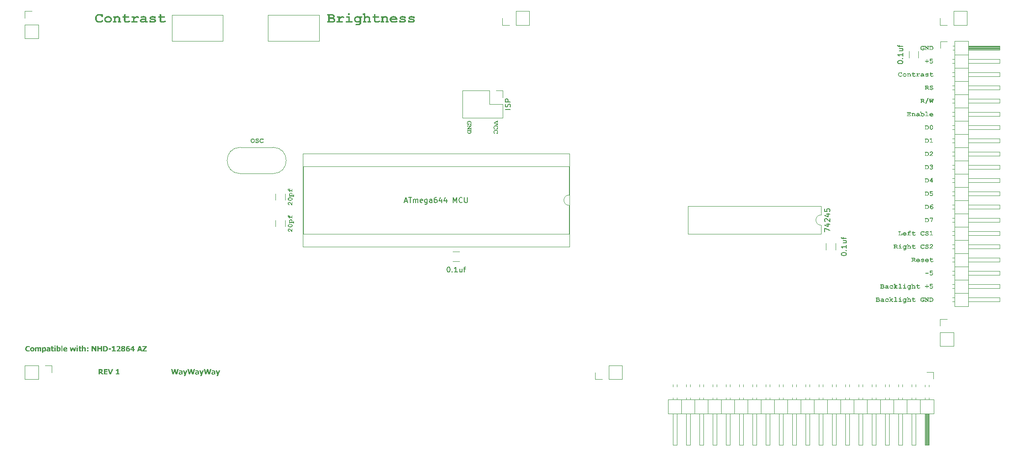
<source format=gbr>
%TF.GenerationSoftware,KiCad,Pcbnew,7.0.10*%
%TF.CreationDate,2024-08-03T18:46:40-06:00*%
%TF.ProjectId,display_card_bottom,64697370-6c61-4795-9f63-6172645f626f,rev?*%
%TF.SameCoordinates,Original*%
%TF.FileFunction,Legend,Top*%
%TF.FilePolarity,Positive*%
%FSLAX46Y46*%
G04 Gerber Fmt 4.6, Leading zero omitted, Abs format (unit mm)*
G04 Created by KiCad (PCBNEW 7.0.10) date 2024-08-03 18:46:40*
%MOMM*%
%LPD*%
G01*
G04 APERTURE LIST*
%ADD10C,0.127000*%
%ADD11C,0.254000*%
%ADD12C,0.158750*%
%ADD13C,0.150000*%
%ADD14C,0.200000*%
%ADD15C,0.120000*%
G04 APERTURE END LIST*
D10*
G36*
X702747463Y-387591960D02*
G01*
X702765588Y-387592812D01*
X702783182Y-387594232D01*
X702800244Y-387596220D01*
X702816775Y-387598776D01*
X702832775Y-387601900D01*
X702848244Y-387605592D01*
X702863181Y-387609853D01*
X702877588Y-387614681D01*
X702891463Y-387620077D01*
X702904807Y-387626041D01*
X702917619Y-387632574D01*
X702929901Y-387639674D01*
X702941651Y-387647343D01*
X702952870Y-387655579D01*
X702963558Y-387664384D01*
X702973655Y-387673596D01*
X702983100Y-387683057D01*
X702991894Y-387692766D01*
X703000036Y-387702723D01*
X703007527Y-387712928D01*
X703014367Y-387723382D01*
X703020555Y-387734083D01*
X703026092Y-387745033D01*
X703030978Y-387756230D01*
X703035212Y-387767676D01*
X703038794Y-387779371D01*
X703041726Y-387791313D01*
X703044006Y-387803503D01*
X703045634Y-387815942D01*
X703046611Y-387828628D01*
X703046937Y-387841563D01*
X703046592Y-387853607D01*
X703045558Y-387865450D01*
X703043835Y-387877092D01*
X703041423Y-387888534D01*
X703038322Y-387899775D01*
X703034531Y-387910815D01*
X703030051Y-387921654D01*
X703024882Y-387932293D01*
X703019024Y-387942732D01*
X703012477Y-387952969D01*
X703007729Y-387959683D01*
X703000075Y-387969535D01*
X702991723Y-387979178D01*
X702982674Y-387988612D01*
X702972926Y-387997836D01*
X702962480Y-388006851D01*
X702951337Y-388015657D01*
X702939495Y-388024253D01*
X702931213Y-388029867D01*
X702922621Y-388035388D01*
X702913719Y-388040817D01*
X702904506Y-388046152D01*
X702894983Y-388051394D01*
X702890106Y-388053980D01*
X702898675Y-388060906D01*
X702907353Y-388068189D01*
X702916140Y-388075830D01*
X702925037Y-388083828D01*
X702934042Y-388092184D01*
X702943157Y-388100898D01*
X702952380Y-388109970D01*
X702961713Y-388119399D01*
X702971154Y-388129186D01*
X702980705Y-388139331D01*
X702987133Y-388146292D01*
X702995484Y-388155920D01*
X703002206Y-388163970D01*
X703009321Y-388172731D01*
X703016828Y-388182203D01*
X703024727Y-388192386D01*
X703033020Y-388203281D01*
X703041704Y-388214886D01*
X703047712Y-388223018D01*
X703053895Y-388231465D01*
X703060252Y-388240229D01*
X703066783Y-388249309D01*
X703073489Y-388258705D01*
X703086556Y-388258914D01*
X703098459Y-388259542D01*
X703109199Y-388260589D01*
X703120989Y-388262487D01*
X703130961Y-388265038D01*
X703140528Y-388268964D01*
X703145453Y-388272105D01*
X703154532Y-388280393D01*
X703162072Y-388288971D01*
X703168073Y-388297841D01*
X703172536Y-388307001D01*
X703175860Y-388318377D01*
X703176968Y-388330172D01*
X703176200Y-388341749D01*
X703173897Y-388352471D01*
X703170058Y-388362338D01*
X703164684Y-388371350D01*
X703157775Y-388379507D01*
X703155131Y-388382036D01*
X703145979Y-388388698D01*
X703136740Y-388393197D01*
X703126035Y-388396739D01*
X703113864Y-388399323D01*
X703103071Y-388400701D01*
X703091340Y-388401467D01*
X703081926Y-388401640D01*
X703000285Y-388401640D01*
X702989471Y-388386155D01*
X702978773Y-388371061D01*
X702968192Y-388356357D01*
X702957727Y-388342045D01*
X702947378Y-388328122D01*
X702937146Y-388314591D01*
X702927030Y-388301450D01*
X702917030Y-388288700D01*
X702907147Y-388276340D01*
X702897379Y-388264371D01*
X702887729Y-388252793D01*
X702878194Y-388241606D01*
X702868776Y-388230809D01*
X702859474Y-388220402D01*
X702850289Y-388210387D01*
X702841220Y-388200761D01*
X702832267Y-388191527D01*
X702823431Y-388182683D01*
X702814710Y-388174230D01*
X702806107Y-388166168D01*
X702797619Y-388158496D01*
X702789248Y-388151215D01*
X702780993Y-388144324D01*
X702772854Y-388137824D01*
X702764832Y-388131715D01*
X702749137Y-388120668D01*
X702733906Y-388111184D01*
X702719141Y-388103263D01*
X702711933Y-388099888D01*
X702570239Y-388099888D01*
X702570239Y-388258705D01*
X702622103Y-388258705D01*
X702634541Y-388259015D01*
X702646049Y-388259945D01*
X702656627Y-388261496D01*
X702668540Y-388264307D01*
X702678999Y-388268088D01*
X702688004Y-388272838D01*
X702695555Y-388278557D01*
X702703061Y-388286344D01*
X702709014Y-388295004D01*
X702713414Y-388304537D01*
X702716260Y-388314942D01*
X702717555Y-388326219D01*
X702717641Y-388330172D01*
X702716864Y-388341749D01*
X702714535Y-388352471D01*
X702710653Y-388362338D01*
X702705218Y-388371350D01*
X702698230Y-388379507D01*
X702695555Y-388382036D01*
X702686320Y-388388698D01*
X702677024Y-388393197D01*
X702666274Y-388396739D01*
X702654070Y-388399323D01*
X702643260Y-388400701D01*
X702631519Y-388401467D01*
X702622103Y-388401640D01*
X702404971Y-388401640D01*
X702392528Y-388401333D01*
X702381009Y-388400414D01*
X702370412Y-388398883D01*
X702358464Y-388396107D01*
X702347957Y-388392374D01*
X702338893Y-388387683D01*
X702331270Y-388382036D01*
X702323849Y-388374164D01*
X702317963Y-388365437D01*
X702313613Y-388355855D01*
X702310798Y-388345418D01*
X702309518Y-388334126D01*
X702309433Y-388330172D01*
X702310218Y-388318604D01*
X702312574Y-388307908D01*
X702316499Y-388298085D01*
X702321995Y-388289134D01*
X702329062Y-388281056D01*
X702331766Y-388278557D01*
X702341145Y-388271810D01*
X702350493Y-388267254D01*
X702361234Y-388263668D01*
X702373369Y-388261050D01*
X702384080Y-388259655D01*
X702395683Y-388258879D01*
X702404971Y-388258705D01*
X702427304Y-388258705D01*
X702427304Y-387734610D01*
X702570239Y-387734610D01*
X702570239Y-387956953D01*
X702681907Y-387956953D01*
X702693468Y-387956799D01*
X702704793Y-387956334D01*
X702715883Y-387955560D01*
X702726737Y-387954476D01*
X702737356Y-387953082D01*
X702747739Y-387951379D01*
X702757886Y-387949366D01*
X702767798Y-387947043D01*
X702777475Y-387944410D01*
X702790010Y-387940419D01*
X702793079Y-387939335D01*
X702804985Y-387934848D01*
X702816136Y-387930323D01*
X702826533Y-387925758D01*
X702836175Y-387921154D01*
X702845063Y-387916510D01*
X702855739Y-387910258D01*
X702865074Y-387903936D01*
X702873067Y-387897544D01*
X702881172Y-387889456D01*
X702887749Y-387881255D01*
X702894170Y-387871460D01*
X702898986Y-387861719D01*
X702902196Y-387852029D01*
X702903913Y-387840791D01*
X702904002Y-387837593D01*
X702902942Y-387825861D01*
X702899761Y-387814397D01*
X702894460Y-387803198D01*
X702888693Y-387794432D01*
X702881568Y-387785836D01*
X702873086Y-387777410D01*
X702863247Y-387769155D01*
X702860576Y-387767118D01*
X702852129Y-387761309D01*
X702842979Y-387756071D01*
X702833128Y-387751404D01*
X702822574Y-387747309D01*
X702811317Y-387743785D01*
X702799359Y-387740833D01*
X702786698Y-387738452D01*
X702773335Y-387736642D01*
X702759270Y-387735404D01*
X702744502Y-387734737D01*
X702734267Y-387734610D01*
X702570239Y-387734610D01*
X702427304Y-387734610D01*
X702404971Y-387734610D01*
X702392528Y-387734304D01*
X702381009Y-387733385D01*
X702370412Y-387731854D01*
X702358464Y-387729078D01*
X702347957Y-387725344D01*
X702338893Y-387720654D01*
X702331270Y-387715006D01*
X702323849Y-387707134D01*
X702317963Y-387698407D01*
X702313613Y-387688826D01*
X702310798Y-387678389D01*
X702309518Y-387667097D01*
X702309433Y-387663143D01*
X702310201Y-387651575D01*
X702312504Y-387640879D01*
X702316342Y-387631056D01*
X702321716Y-387622105D01*
X702328626Y-387614027D01*
X702331270Y-387611528D01*
X702340590Y-387604781D01*
X702349943Y-387600225D01*
X702360738Y-387596639D01*
X702372975Y-387594021D01*
X702383802Y-387592625D01*
X702395553Y-387591850D01*
X702404971Y-387591676D01*
X702728808Y-387591676D01*
X702747463Y-387591960D01*
G37*
G36*
X703866579Y-387508297D02*
G01*
X703407996Y-388496681D01*
X703403650Y-388505642D01*
X703398380Y-388515697D01*
X703393292Y-388524481D01*
X703387427Y-388533342D01*
X703380915Y-388541364D01*
X703376481Y-388545567D01*
X703368188Y-388551368D01*
X703359158Y-388555745D01*
X703349392Y-388558697D01*
X703338890Y-388560223D01*
X703332558Y-388560456D01*
X703321857Y-388559714D01*
X703311714Y-388557490D01*
X703302129Y-388553782D01*
X703293102Y-388548591D01*
X703284634Y-388541917D01*
X703281936Y-388539363D01*
X703274683Y-388531346D01*
X703268931Y-388522927D01*
X703264117Y-388512598D01*
X703261345Y-388501723D01*
X703260595Y-388491966D01*
X703261649Y-388481451D01*
X703264302Y-388470469D01*
X703267862Y-388459732D01*
X703271734Y-388449852D01*
X703276431Y-388439124D01*
X703277469Y-388436877D01*
X703737292Y-387447500D01*
X703742689Y-387436653D01*
X703747868Y-387427066D01*
X703753794Y-387417226D01*
X703760312Y-387408038D01*
X703767237Y-387400563D01*
X703768063Y-387399855D01*
X703776611Y-387394150D01*
X703785752Y-387389847D01*
X703795488Y-387386944D01*
X703805817Y-387385443D01*
X703811986Y-387385214D01*
X703822670Y-387385938D01*
X703832760Y-387388110D01*
X703842258Y-387391731D01*
X703851162Y-387396800D01*
X703859473Y-387403317D01*
X703862112Y-387405811D01*
X703869280Y-387413744D01*
X703874965Y-387422096D01*
X703879724Y-387432369D01*
X703882463Y-387443212D01*
X703883205Y-387452959D01*
X703882166Y-387463490D01*
X703879552Y-387474511D01*
X703876045Y-387485300D01*
X703872229Y-387495237D01*
X703867602Y-387506034D01*
X703866579Y-387508297D01*
G37*
G36*
X704425662Y-388016013D02*
G01*
X704292902Y-388401640D01*
X704132348Y-388401640D01*
X704047232Y-387734610D01*
X704035507Y-387733921D01*
X704024899Y-387731854D01*
X704015407Y-387728408D01*
X704005745Y-387722645D01*
X703997602Y-387715006D01*
X703991124Y-387705739D01*
X703986237Y-387695308D01*
X703983314Y-387685442D01*
X703981561Y-387674720D01*
X703980976Y-387663143D01*
X703981744Y-387651575D01*
X703984047Y-387640879D01*
X703987886Y-387631056D01*
X703993260Y-387622105D01*
X704000169Y-387614027D01*
X704002813Y-387611528D01*
X704012134Y-387604781D01*
X704021487Y-387600225D01*
X704032281Y-387596639D01*
X704044518Y-387594021D01*
X704055346Y-387592625D01*
X704067096Y-387591850D01*
X704076514Y-387591676D01*
X704267094Y-387591676D01*
X704279536Y-387591986D01*
X704291056Y-387592916D01*
X704301653Y-387594467D01*
X704313601Y-387597278D01*
X704324108Y-387601059D01*
X704333172Y-387605808D01*
X704340795Y-387611528D01*
X704348300Y-387619315D01*
X704354253Y-387627975D01*
X704358653Y-387637508D01*
X704361500Y-387647913D01*
X704362794Y-387659190D01*
X704362880Y-387663143D01*
X704362104Y-387674720D01*
X704359774Y-387685442D01*
X704355892Y-387695308D01*
X704350457Y-387704320D01*
X704343469Y-387712477D01*
X704340795Y-387715006D01*
X704331475Y-387721669D01*
X704322122Y-387726168D01*
X704311327Y-387729709D01*
X704299090Y-387732294D01*
X704288263Y-387733672D01*
X704276512Y-387734438D01*
X704267094Y-387734610D01*
X704192401Y-387734610D01*
X704240046Y-388114033D01*
X704352210Y-387798137D01*
X704500852Y-387798137D01*
X704612520Y-388114033D01*
X704660165Y-387734610D01*
X704585471Y-387734610D01*
X704573029Y-387734304D01*
X704561509Y-387733385D01*
X704550913Y-387731854D01*
X704538964Y-387729078D01*
X704528458Y-387725344D01*
X704519393Y-387720654D01*
X704511771Y-387715006D01*
X704504265Y-387707134D01*
X704498312Y-387698407D01*
X704493912Y-387688826D01*
X704491066Y-387678389D01*
X704489771Y-387667097D01*
X704489685Y-387663143D01*
X704490462Y-387651575D01*
X704492791Y-387640879D01*
X704496673Y-387631056D01*
X704502108Y-387622105D01*
X704509096Y-387614027D01*
X704511771Y-387611528D01*
X704521091Y-387604781D01*
X704530444Y-387600225D01*
X704541239Y-387596639D01*
X704553475Y-387594021D01*
X704564303Y-387592625D01*
X704576053Y-387591850D01*
X704585471Y-387591676D01*
X704775307Y-387591676D01*
X704787745Y-387591986D01*
X704799253Y-387592916D01*
X704809831Y-387594467D01*
X704821744Y-387597278D01*
X704832203Y-387601059D01*
X704841208Y-387605808D01*
X704848759Y-387611528D01*
X704856265Y-387619315D01*
X704862218Y-387627975D01*
X704866617Y-387637508D01*
X704869464Y-387647913D01*
X704870758Y-387659190D01*
X704870845Y-387663143D01*
X704870225Y-387674720D01*
X704868367Y-387685442D01*
X704865270Y-387695308D01*
X704860934Y-387704320D01*
X704854310Y-387713754D01*
X704853226Y-387715006D01*
X704844890Y-387722645D01*
X704835082Y-387728408D01*
X704825503Y-387731854D01*
X704814842Y-387733921D01*
X704803100Y-387734610D01*
X704720714Y-388401640D01*
X704563138Y-388401640D01*
X704425662Y-388016013D01*
G37*
G36*
X698674272Y-382559320D02*
G01*
X698680145Y-382549468D01*
X698686255Y-382540756D01*
X698693529Y-382532194D01*
X698701113Y-382525122D01*
X698703058Y-382523587D01*
X698712168Y-382517829D01*
X698721631Y-382513955D01*
X698731448Y-382511966D01*
X698737055Y-382511676D01*
X698748463Y-382512417D01*
X698759051Y-382514642D01*
X698768819Y-382518349D01*
X698777767Y-382523540D01*
X698785895Y-382530214D01*
X698788422Y-382532768D01*
X698795168Y-382541606D01*
X698799724Y-382550530D01*
X698803311Y-382560871D01*
X698805928Y-382572631D01*
X698807324Y-382583059D01*
X698808099Y-382594394D01*
X698808274Y-382603491D01*
X698808274Y-382720867D01*
X698807964Y-382732948D01*
X698807033Y-382744131D01*
X698805482Y-382754413D01*
X698802671Y-382766002D01*
X698798891Y-382776185D01*
X698794141Y-382784962D01*
X698788422Y-382792334D01*
X698780567Y-382799502D01*
X698771893Y-382805187D01*
X698762398Y-382809390D01*
X698752083Y-382812108D01*
X698740948Y-382813344D01*
X698737055Y-382813427D01*
X698726737Y-382812912D01*
X698715670Y-382811010D01*
X698705648Y-382807708D01*
X698696671Y-382803004D01*
X698690898Y-382798786D01*
X698683726Y-382791061D01*
X698678259Y-382782511D01*
X698673420Y-382772182D01*
X698669868Y-382762215D01*
X698666751Y-382751012D01*
X698665091Y-382743696D01*
X698662456Y-382732541D01*
X698658896Y-382722526D01*
X698654409Y-382713651D01*
X698648147Y-382704904D01*
X698645487Y-382702007D01*
X698637996Y-382694993D01*
X698629791Y-382688343D01*
X698620873Y-382682058D01*
X698611242Y-382676137D01*
X698600897Y-382670581D01*
X698589839Y-382665389D01*
X698578067Y-382660562D01*
X698565582Y-382656099D01*
X698555993Y-382652995D01*
X698546395Y-382650196D01*
X698533584Y-382646939D01*
X698520758Y-382644225D01*
X698507916Y-382642054D01*
X698495059Y-382640425D01*
X698482186Y-382639339D01*
X698469298Y-382638797D01*
X698462848Y-382638729D01*
X698450889Y-382638956D01*
X698439113Y-382639636D01*
X698427520Y-382640770D01*
X698416110Y-382642358D01*
X698404884Y-382644399D01*
X698393841Y-382646894D01*
X698382981Y-382649843D01*
X698372304Y-382653246D01*
X698361810Y-382657102D01*
X698351500Y-382661411D01*
X698344728Y-382664536D01*
X698334787Y-382669659D01*
X698325064Y-382675348D01*
X698315559Y-382681605D01*
X698306273Y-382688429D01*
X698297204Y-382695819D01*
X698288353Y-382703777D01*
X698279721Y-382712302D01*
X698271307Y-382721394D01*
X698263110Y-382731053D01*
X698255132Y-382741279D01*
X698249935Y-382748411D01*
X698242573Y-382759447D01*
X698235935Y-382770870D01*
X698230022Y-382782682D01*
X698224833Y-382794881D01*
X698220367Y-382807469D01*
X698216626Y-382820446D01*
X698213609Y-382833810D01*
X698211316Y-382847563D01*
X698209747Y-382861704D01*
X698208903Y-382876233D01*
X698208742Y-382886135D01*
X698208742Y-382971747D01*
X698209034Y-382983535D01*
X698209913Y-382995077D01*
X698211376Y-383006373D01*
X698213425Y-383017422D01*
X698216060Y-383028225D01*
X698219280Y-383038783D01*
X698223086Y-383049093D01*
X698227477Y-383059158D01*
X698232454Y-383068976D01*
X698238016Y-383078549D01*
X698244163Y-383087875D01*
X698250896Y-383096955D01*
X698258215Y-383105788D01*
X698266119Y-383114375D01*
X698274608Y-383122717D01*
X698283683Y-383130812D01*
X698293309Y-383138534D01*
X698303388Y-383145759D01*
X698313921Y-383152485D01*
X698324907Y-383158713D01*
X698336347Y-383164443D01*
X698348241Y-383169674D01*
X698360589Y-383174408D01*
X698373390Y-383178643D01*
X698386644Y-383182379D01*
X698400353Y-383185618D01*
X698414515Y-383188358D01*
X698429130Y-383190600D01*
X698444200Y-383192344D01*
X698459723Y-383193590D01*
X698475699Y-383194337D01*
X698492130Y-383194586D01*
X698506849Y-383194388D01*
X698521137Y-383193792D01*
X698534993Y-383192800D01*
X698548417Y-383191411D01*
X698561410Y-383189625D01*
X698573970Y-383187441D01*
X698586099Y-383184861D01*
X698597795Y-383181884D01*
X698609060Y-383178510D01*
X698619893Y-383174739D01*
X698626876Y-383172005D01*
X698636982Y-383167342D01*
X698647295Y-383161419D01*
X698655693Y-383155774D01*
X698664223Y-383149322D01*
X698672885Y-383142064D01*
X698681679Y-383133999D01*
X698690605Y-383125127D01*
X698695117Y-383120389D01*
X698703152Y-383112302D01*
X698710506Y-383105349D01*
X698718226Y-383098670D01*
X698726791Y-383092352D01*
X698730106Y-383090363D01*
X698740052Y-383086129D01*
X698749965Y-383083964D01*
X698758644Y-383083415D01*
X698769185Y-383084191D01*
X698779221Y-383086521D01*
X698788750Y-383090403D01*
X698797774Y-383095838D01*
X698806291Y-383102826D01*
X698809018Y-383105500D01*
X698816355Y-383113968D01*
X698822174Y-383122995D01*
X698826475Y-383132580D01*
X698829258Y-383142723D01*
X698830523Y-383153424D01*
X698830607Y-383157116D01*
X698829578Y-383168515D01*
X698827147Y-383178228D01*
X698823287Y-383188134D01*
X698817997Y-383198235D01*
X698811277Y-383208529D01*
X698804871Y-383216904D01*
X698801326Y-383221138D01*
X698793109Y-383230259D01*
X698784465Y-383239008D01*
X698775393Y-383247387D01*
X698765894Y-383255395D01*
X698755968Y-383263032D01*
X698745614Y-383270298D01*
X698734832Y-383277194D01*
X698723623Y-383283719D01*
X698711987Y-383289873D01*
X698699923Y-383295656D01*
X698691643Y-383299306D01*
X698680310Y-383303934D01*
X698668832Y-383308263D01*
X698657209Y-383312293D01*
X698645440Y-383316025D01*
X698633526Y-383319458D01*
X698621467Y-383322593D01*
X698609262Y-383325430D01*
X698596911Y-383327967D01*
X698584416Y-383330207D01*
X698571774Y-383332147D01*
X698558988Y-383333789D01*
X698546056Y-383335133D01*
X698532979Y-383336178D01*
X698519756Y-383336924D01*
X698506388Y-383337372D01*
X698492874Y-383337521D01*
X698477090Y-383337327D01*
X698461503Y-383336746D01*
X698446110Y-383335776D01*
X698430914Y-383334419D01*
X698415914Y-383332674D01*
X698401109Y-383330542D01*
X698386500Y-383328022D01*
X698372087Y-383325114D01*
X698357870Y-383321818D01*
X698343848Y-383318134D01*
X698330022Y-383314063D01*
X698316392Y-383309604D01*
X698302958Y-383304757D01*
X698289720Y-383299523D01*
X698276678Y-383293901D01*
X698263831Y-383287891D01*
X698253628Y-383282749D01*
X698243615Y-383277248D01*
X698233791Y-383271388D01*
X698224158Y-383265170D01*
X698214715Y-383258593D01*
X698205461Y-383251657D01*
X698196398Y-383244363D01*
X698187525Y-383236710D01*
X698178841Y-383228698D01*
X698170348Y-383220328D01*
X698162045Y-383211599D01*
X698153931Y-383202512D01*
X698146008Y-383193065D01*
X698138275Y-383183261D01*
X698130731Y-383173097D01*
X698123378Y-383162575D01*
X698116376Y-383151812D01*
X698109826Y-383140928D01*
X698103728Y-383129921D01*
X698098082Y-383118792D01*
X698092887Y-383107541D01*
X698088144Y-383096167D01*
X698083853Y-383084672D01*
X698080013Y-383073055D01*
X698076626Y-383061315D01*
X698073689Y-383049453D01*
X698071205Y-383037469D01*
X698069172Y-383025363D01*
X698067591Y-383013135D01*
X698066462Y-383000784D01*
X698065784Y-382988312D01*
X698065559Y-382975717D01*
X698065559Y-382883902D01*
X698065761Y-382870743D01*
X698066369Y-382857695D01*
X698067382Y-382844757D01*
X698068800Y-382831930D01*
X698070623Y-382819213D01*
X698072852Y-382806607D01*
X698075486Y-382794111D01*
X698078525Y-382781726D01*
X698081969Y-382769451D01*
X698085818Y-382757287D01*
X698090072Y-382745233D01*
X698094732Y-382733290D01*
X698099797Y-382721457D01*
X698105267Y-382709735D01*
X698111142Y-382698123D01*
X698117422Y-382686622D01*
X698124092Y-382675340D01*
X698131074Y-382664385D01*
X698138369Y-382653758D01*
X698145975Y-382643459D01*
X698153894Y-382633487D01*
X698162124Y-382623844D01*
X698170667Y-382614527D01*
X698179522Y-382605539D01*
X698188689Y-382596877D01*
X698198168Y-382588544D01*
X698207959Y-382580538D01*
X698218063Y-382572860D01*
X698228478Y-382565510D01*
X698239206Y-382558487D01*
X698250246Y-382551792D01*
X698261598Y-382545424D01*
X698273179Y-382539414D01*
X698284846Y-382533792D01*
X698296599Y-382528558D01*
X698308436Y-382523711D01*
X698320359Y-382519252D01*
X698332367Y-382515181D01*
X698344461Y-382511497D01*
X698356639Y-382508201D01*
X698368904Y-382505293D01*
X698381253Y-382502773D01*
X698393688Y-382500641D01*
X698406208Y-382498896D01*
X698418813Y-382497539D01*
X698431503Y-382496569D01*
X698444279Y-382495988D01*
X698457140Y-382495794D01*
X698468747Y-382495931D01*
X698480210Y-382496343D01*
X698491529Y-382497030D01*
X698502703Y-382497992D01*
X698513734Y-382499229D01*
X698524621Y-382500740D01*
X698535364Y-382502527D01*
X698545963Y-382504588D01*
X698556418Y-382506924D01*
X698566729Y-382509534D01*
X698573523Y-382511427D01*
X698583601Y-382514505D01*
X698593548Y-382517874D01*
X698603364Y-382521536D01*
X698613049Y-382525491D01*
X698622603Y-382529737D01*
X698632027Y-382534276D01*
X698641319Y-382539107D01*
X698650481Y-382544230D01*
X698659512Y-382549645D01*
X698668412Y-382555353D01*
X698674272Y-382559320D01*
G37*
G36*
X699316738Y-382702434D02*
G01*
X699328844Y-382702969D01*
X699340893Y-382703860D01*
X699352887Y-382705109D01*
X699364824Y-382706714D01*
X699376706Y-382708676D01*
X699388531Y-382710995D01*
X699400299Y-382713670D01*
X699412012Y-382716702D01*
X699423668Y-382720091D01*
X699435268Y-382723837D01*
X699446812Y-382727939D01*
X699458300Y-382732398D01*
X699469731Y-382737214D01*
X699481106Y-382742386D01*
X699492425Y-382747915D01*
X699503573Y-382753746D01*
X699514371Y-382759822D01*
X699524821Y-382766145D01*
X699534921Y-382772715D01*
X699544673Y-382779530D01*
X699554075Y-382786592D01*
X699563129Y-382793899D01*
X699571834Y-382801454D01*
X699580189Y-382809254D01*
X699588196Y-382817300D01*
X699595854Y-382825593D01*
X699603163Y-382834132D01*
X699610122Y-382842917D01*
X699616733Y-382851948D01*
X699622995Y-382861226D01*
X699628908Y-382870750D01*
X699634497Y-382880383D01*
X699639726Y-382890051D01*
X699644594Y-382899754D01*
X699649102Y-382909492D01*
X699653248Y-382919265D01*
X699657035Y-382929073D01*
X699660460Y-382938915D01*
X699663525Y-382948793D01*
X699666230Y-382958705D01*
X699668574Y-382968653D01*
X699670557Y-382978635D01*
X699672180Y-382988652D01*
X699673442Y-382998704D01*
X699674343Y-383008791D01*
X699674884Y-383018913D01*
X699675064Y-383029070D01*
X699674663Y-383043545D01*
X699673459Y-383057938D01*
X699671453Y-383072247D01*
X699668643Y-383086474D01*
X699665032Y-383100618D01*
X699660617Y-383114679D01*
X699655400Y-383128657D01*
X699651476Y-383137930D01*
X699647196Y-383147166D01*
X699642558Y-383156365D01*
X699637564Y-383165527D01*
X699632214Y-383174652D01*
X699629405Y-383179201D01*
X699623522Y-383188143D01*
X699617288Y-383196855D01*
X699610703Y-383205335D01*
X699603767Y-383213585D01*
X699596481Y-383221605D01*
X699588844Y-383229393D01*
X699580855Y-383236951D01*
X699572516Y-383244279D01*
X699563826Y-383251375D01*
X699554785Y-383258241D01*
X699545393Y-383264876D01*
X699535650Y-383271280D01*
X699525556Y-383277454D01*
X699515112Y-383283397D01*
X699504316Y-383289109D01*
X699493170Y-383294591D01*
X699481848Y-383299790D01*
X699470464Y-383304653D01*
X699459018Y-383309181D01*
X699447510Y-383313373D01*
X699435940Y-383317230D01*
X699424308Y-383320752D01*
X699412614Y-383323938D01*
X699400858Y-383326789D01*
X699389040Y-383329304D01*
X699377159Y-383331484D01*
X699365217Y-383333329D01*
X699353213Y-383334838D01*
X699341146Y-383336012D01*
X699329018Y-383336850D01*
X699316828Y-383337353D01*
X699304575Y-383337521D01*
X699292387Y-383337356D01*
X699280264Y-383336862D01*
X699268208Y-383336038D01*
X699256217Y-383334885D01*
X699244292Y-383333401D01*
X699232433Y-383331589D01*
X699220640Y-383329447D01*
X699208913Y-383326975D01*
X699197252Y-383324173D01*
X699185657Y-383321042D01*
X699174127Y-383317582D01*
X699162664Y-383313792D01*
X699151267Y-383309672D01*
X699139935Y-383305223D01*
X699128669Y-383300444D01*
X699117470Y-383295336D01*
X699106469Y-383289913D01*
X699095799Y-383284254D01*
X699085461Y-383278359D01*
X699075455Y-383272226D01*
X699065780Y-383265858D01*
X699056436Y-383259253D01*
X699047424Y-383252411D01*
X699038744Y-383245333D01*
X699030395Y-383238019D01*
X699022377Y-383230467D01*
X699014692Y-383222680D01*
X699007337Y-383214656D01*
X699000314Y-383206395D01*
X698993623Y-383197898D01*
X698987263Y-383189164D01*
X698981235Y-383180194D01*
X698975586Y-383171049D01*
X698970301Y-383161854D01*
X698965380Y-383152608D01*
X698960824Y-383143312D01*
X698956633Y-383133966D01*
X698952806Y-383124569D01*
X698949344Y-383115122D01*
X698946246Y-383105624D01*
X698943512Y-383096076D01*
X698940095Y-383081660D01*
X698937498Y-383067130D01*
X698935721Y-383052487D01*
X698934765Y-383037730D01*
X698934619Y-383029814D01*
X699077517Y-383029814D01*
X699078093Y-383041051D01*
X699079820Y-383052148D01*
X699082699Y-383063105D01*
X699086730Y-383073923D01*
X699091912Y-383084601D01*
X699098246Y-383095140D01*
X699105731Y-383105539D01*
X699114368Y-383115798D01*
X699124156Y-383125918D01*
X699135096Y-383135899D01*
X699143029Y-383142475D01*
X699151365Y-383148785D01*
X699159934Y-383154688D01*
X699168736Y-383160184D01*
X699177770Y-383165274D01*
X699187037Y-383169955D01*
X699196537Y-383174230D01*
X699206269Y-383178098D01*
X699216234Y-383181558D01*
X699226431Y-383184612D01*
X699236861Y-383187258D01*
X699247524Y-383189497D01*
X699258419Y-383191329D01*
X699269547Y-383192754D01*
X699280908Y-383193772D01*
X699292501Y-383194383D01*
X699304327Y-383194586D01*
X699316242Y-383194383D01*
X699327917Y-383193772D01*
X699339351Y-383192754D01*
X699350545Y-383191329D01*
X699361499Y-383189497D01*
X699372212Y-383187258D01*
X699382685Y-383184612D01*
X699392917Y-383181558D01*
X699402909Y-383178098D01*
X699412660Y-383174230D01*
X699422172Y-383169955D01*
X699431442Y-383165274D01*
X699440473Y-383160184D01*
X699449263Y-383154688D01*
X699457812Y-383148785D01*
X699466121Y-383142475D01*
X699474084Y-383135897D01*
X699481534Y-383129253D01*
X699491745Y-383119164D01*
X699500799Y-383108926D01*
X699508698Y-383098540D01*
X699515441Y-383088006D01*
X699521028Y-383077323D01*
X699525459Y-383066492D01*
X699528735Y-383055513D01*
X699530854Y-383044385D01*
X699531817Y-383033110D01*
X699531881Y-383029318D01*
X699531445Y-383017775D01*
X699530137Y-383006411D01*
X699527955Y-382995227D01*
X699524902Y-382984220D01*
X699520976Y-382973393D01*
X699516178Y-382962745D01*
X699510507Y-382952275D01*
X699503964Y-382941984D01*
X699496549Y-382931872D01*
X699488261Y-382921939D01*
X699482251Y-382915417D01*
X699473617Y-382906913D01*
X699464652Y-382898957D01*
X699455355Y-382891551D01*
X699445726Y-382884693D01*
X699435767Y-382878383D01*
X699425475Y-382872622D01*
X699414852Y-382867410D01*
X699403898Y-382862747D01*
X699392612Y-382858632D01*
X699380994Y-382855066D01*
X699369045Y-382852048D01*
X699356764Y-382849579D01*
X699344152Y-382847659D01*
X699331209Y-382846287D01*
X699317934Y-382845464D01*
X699304327Y-382845190D01*
X699292324Y-382845408D01*
X699280571Y-382846062D01*
X699269067Y-382847153D01*
X699257814Y-382848680D01*
X699246811Y-382850643D01*
X699236058Y-382853042D01*
X699225556Y-382855877D01*
X699215303Y-382859149D01*
X699205300Y-382862856D01*
X699195548Y-382867000D01*
X699186045Y-382871580D01*
X699176793Y-382876597D01*
X699167791Y-382882049D01*
X699159039Y-382887938D01*
X699150537Y-382894263D01*
X699142285Y-382901024D01*
X699134442Y-382908041D01*
X699127105Y-382915196D01*
X699120274Y-382922488D01*
X699110976Y-382933685D01*
X699102817Y-382945191D01*
X699095796Y-382957007D01*
X699089914Y-382969133D01*
X699085170Y-382981568D01*
X699081565Y-382994313D01*
X699079099Y-383007368D01*
X699077770Y-383020733D01*
X699077517Y-383029814D01*
X698934619Y-383029814D01*
X698934582Y-383027829D01*
X698934768Y-383017729D01*
X698935323Y-383007655D01*
X698936249Y-382997606D01*
X698937545Y-382987582D01*
X698939211Y-382977583D01*
X698941248Y-382967610D01*
X698943655Y-382957662D01*
X698946432Y-382947738D01*
X698949579Y-382937840D01*
X698953097Y-382927968D01*
X698956985Y-382918120D01*
X698961243Y-382908298D01*
X698965872Y-382898501D01*
X698970871Y-382888729D01*
X698976240Y-382878982D01*
X698981979Y-382869261D01*
X698988067Y-382859681D01*
X698994480Y-382850359D01*
X699001219Y-382841294D01*
X699008283Y-382832488D01*
X699015674Y-382823939D01*
X699023389Y-382815649D01*
X699031431Y-382807616D01*
X699039798Y-382799841D01*
X699048491Y-382792323D01*
X699057510Y-382785064D01*
X699066855Y-382778062D01*
X699076525Y-382771319D01*
X699086521Y-382764833D01*
X699096842Y-382758605D01*
X699107489Y-382752635D01*
X699118462Y-382746922D01*
X699129629Y-382741513D01*
X699140858Y-382736454D01*
X699152149Y-382731743D01*
X699163502Y-382727381D01*
X699174916Y-382723367D01*
X699186393Y-382719703D01*
X699197932Y-382716388D01*
X699209534Y-382713422D01*
X699221197Y-382710805D01*
X699232922Y-382708537D01*
X699244709Y-382706617D01*
X699256558Y-382705047D01*
X699268469Y-382703826D01*
X699280443Y-382702953D01*
X699292478Y-382702430D01*
X699304575Y-382702255D01*
X699316738Y-382702434D01*
G37*
G36*
X700012301Y-382718137D02*
G01*
X700012301Y-382765782D01*
X700022169Y-382758089D01*
X700032293Y-382750893D01*
X700042672Y-382744193D01*
X700053308Y-382737989D01*
X700064200Y-382732282D01*
X700075347Y-382727070D01*
X700086750Y-382722355D01*
X700098409Y-382718137D01*
X700110321Y-382714415D01*
X700122480Y-382711189D01*
X700134888Y-382708459D01*
X700147543Y-382706226D01*
X700160447Y-382704489D01*
X700173599Y-382703248D01*
X700183626Y-382702643D01*
X700193792Y-382702317D01*
X700200648Y-382702255D01*
X700216322Y-382702543D01*
X700231581Y-382703407D01*
X700246426Y-382704846D01*
X700260855Y-382706862D01*
X700274870Y-382709453D01*
X700288470Y-382712619D01*
X700301655Y-382716362D01*
X700314425Y-382720680D01*
X700326780Y-382725575D01*
X700338720Y-382731045D01*
X700350246Y-382737090D01*
X700361356Y-382743712D01*
X700372052Y-382750909D01*
X700382333Y-382758682D01*
X700392199Y-382767031D01*
X700401650Y-382775956D01*
X700408741Y-382783450D01*
X700415375Y-382791229D01*
X700421552Y-382799293D01*
X700427271Y-382807642D01*
X700432533Y-382816276D01*
X700437337Y-382825195D01*
X700441683Y-382834398D01*
X700445572Y-382843887D01*
X700449004Y-382853661D01*
X700451978Y-382863720D01*
X700454494Y-382874064D01*
X700456553Y-382884693D01*
X700458154Y-382895606D01*
X700459298Y-382906805D01*
X700459984Y-382918289D01*
X700460213Y-382930058D01*
X700460213Y-383178705D01*
X700471194Y-383179015D01*
X700481430Y-383179945D01*
X700493178Y-383181981D01*
X700503764Y-383184986D01*
X700513186Y-383188960D01*
X700522957Y-383195009D01*
X700527214Y-383198557D01*
X700534635Y-383206344D01*
X700540521Y-383215004D01*
X700544871Y-383224537D01*
X700547686Y-383234942D01*
X700548966Y-383246219D01*
X700549051Y-383250172D01*
X700548275Y-383261749D01*
X700545945Y-383272471D01*
X700542063Y-383282338D01*
X700536628Y-383291350D01*
X700529640Y-383299507D01*
X700526966Y-383302036D01*
X700517646Y-383308698D01*
X700508293Y-383313197D01*
X700497498Y-383316739D01*
X700485261Y-383319323D01*
X700474434Y-383320701D01*
X700462683Y-383321467D01*
X700453265Y-383321640D01*
X700324227Y-383321640D01*
X700311784Y-383321333D01*
X700300265Y-383320414D01*
X700289668Y-383318883D01*
X700277719Y-383316107D01*
X700267213Y-383312374D01*
X700258148Y-383307683D01*
X700250526Y-383302036D01*
X700243105Y-383294164D01*
X700237219Y-383285437D01*
X700232868Y-383275855D01*
X700230053Y-383265418D01*
X700228774Y-383254126D01*
X700228689Y-383250172D01*
X700229448Y-383238604D01*
X700231725Y-383227908D01*
X700235519Y-383218085D01*
X700240832Y-383209134D01*
X700247663Y-383201056D01*
X700250278Y-383198557D01*
X700259211Y-383191810D01*
X700269820Y-383186459D01*
X700279939Y-383183067D01*
X700291223Y-383180643D01*
X700301087Y-383179403D01*
X700311695Y-383178782D01*
X700317278Y-383178705D01*
X700317278Y-382932787D01*
X700316887Y-382922532D01*
X700315296Y-382910705D01*
X700312481Y-382899980D01*
X700308443Y-382890358D01*
X700303180Y-382881839D01*
X700295250Y-382873071D01*
X700292215Y-382870501D01*
X700283510Y-382864569D01*
X700273774Y-382859428D01*
X700263007Y-382855077D01*
X700251208Y-382851518D01*
X700238378Y-382848750D01*
X700228079Y-382847192D01*
X700217199Y-382846080D01*
X700205739Y-382845413D01*
X700193699Y-382845190D01*
X700181540Y-382845477D01*
X700169753Y-382846338D01*
X700158338Y-382847772D01*
X700147295Y-382849781D01*
X700136625Y-382852363D01*
X700126326Y-382855519D01*
X700116400Y-382859249D01*
X700106847Y-382863553D01*
X700097227Y-382868718D01*
X700086979Y-382875154D01*
X700076103Y-382882862D01*
X700067534Y-382889478D01*
X700058611Y-382896809D01*
X700049335Y-382904856D01*
X700039706Y-382913618D01*
X700029724Y-382923095D01*
X700019388Y-382933287D01*
X700012301Y-382940480D01*
X700012301Y-383178705D01*
X700022288Y-383178820D01*
X700034538Y-383179334D01*
X700045572Y-383180259D01*
X700057651Y-383181993D01*
X700067828Y-383184369D01*
X700077529Y-383188068D01*
X700083520Y-383191857D01*
X700091488Y-383198522D01*
X700099954Y-383207104D01*
X700106760Y-383215965D01*
X700111906Y-383225105D01*
X700115392Y-383234523D01*
X700117384Y-383246193D01*
X700117517Y-383250172D01*
X700116741Y-383261749D01*
X700114411Y-383272471D01*
X700110529Y-383282338D01*
X700105094Y-383291350D01*
X700098106Y-383299507D01*
X700095432Y-383302036D01*
X700086196Y-383308698D01*
X700076900Y-383313197D01*
X700066150Y-383316739D01*
X700053946Y-383319323D01*
X700043136Y-383320701D01*
X700031395Y-383321467D01*
X700021979Y-383321640D01*
X699859440Y-383321640D01*
X699846998Y-383321333D01*
X699835478Y-383320414D01*
X699824881Y-383318883D01*
X699812933Y-383316107D01*
X699802427Y-383312374D01*
X699793362Y-383307683D01*
X699785740Y-383302036D01*
X699778234Y-383294164D01*
X699772281Y-383285437D01*
X699767881Y-383275855D01*
X699765034Y-383265418D01*
X699763740Y-383254126D01*
X699763654Y-383250172D01*
X699764832Y-383238360D01*
X699767613Y-383228809D01*
X699772029Y-383219525D01*
X699778081Y-383210508D01*
X699785770Y-383201757D01*
X699793098Y-383194949D01*
X699797154Y-383191609D01*
X699806366Y-383186581D01*
X699817172Y-383183254D01*
X699828230Y-383181175D01*
X699838419Y-383179965D01*
X699849803Y-383179158D01*
X699862381Y-383178755D01*
X699869118Y-383178705D01*
X699869118Y-382861072D01*
X699858137Y-382860765D01*
X699847901Y-382859846D01*
X699836153Y-382857836D01*
X699825568Y-382854869D01*
X699816146Y-382850944D01*
X699806375Y-382844971D01*
X699802117Y-382841468D01*
X699794781Y-382833596D01*
X699788962Y-382824869D01*
X699784661Y-382815287D01*
X699781878Y-382804850D01*
X699780613Y-382793558D01*
X699780528Y-382789604D01*
X699781296Y-382778036D01*
X699783599Y-382767341D01*
X699787438Y-382757517D01*
X699792812Y-382748566D01*
X699799721Y-382740488D01*
X699802366Y-382737989D01*
X699811686Y-382731242D01*
X699821039Y-382726686D01*
X699831834Y-382723100D01*
X699844070Y-382720483D01*
X699854898Y-382719087D01*
X699866648Y-382718311D01*
X699876066Y-382718137D01*
X700012301Y-382718137D01*
G37*
G36*
X700975374Y-382861072D02*
G01*
X700975374Y-383119149D01*
X700975835Y-383131408D01*
X700977216Y-383142287D01*
X700980089Y-383153517D01*
X700984288Y-383162759D01*
X700990863Y-383171027D01*
X700994234Y-383173742D01*
X701004511Y-383179747D01*
X701014356Y-383183818D01*
X701025643Y-383187238D01*
X701038372Y-383190006D01*
X701048866Y-383191655D01*
X701060170Y-383192937D01*
X701072287Y-383193854D01*
X701085214Y-383194403D01*
X701098953Y-383194586D01*
X701112569Y-383194408D01*
X701126056Y-383193873D01*
X701139415Y-383192981D01*
X701152647Y-383191733D01*
X701165750Y-383190127D01*
X701178726Y-383188165D01*
X701191574Y-383185847D01*
X701204293Y-383183171D01*
X701216885Y-383180139D01*
X701229349Y-383176750D01*
X701241684Y-383173005D01*
X701253892Y-383168903D01*
X701265972Y-383164444D01*
X701277924Y-383159628D01*
X701289748Y-383154456D01*
X701301444Y-383148927D01*
X701312164Y-383143779D01*
X701322144Y-383139505D01*
X701333145Y-383135526D01*
X701343082Y-383132805D01*
X701353330Y-383131217D01*
X701357278Y-383131060D01*
X701367447Y-383131793D01*
X701378672Y-383134500D01*
X701389208Y-383139202D01*
X701397691Y-383144820D01*
X701405667Y-383151904D01*
X701412667Y-383160035D01*
X701418218Y-383168794D01*
X701422322Y-383178181D01*
X701424977Y-383188196D01*
X701426184Y-383198840D01*
X701426264Y-383202527D01*
X701425479Y-383212595D01*
X701422578Y-383223679D01*
X701417540Y-383234050D01*
X701411520Y-383242373D01*
X701403930Y-383250172D01*
X701394330Y-383258221D01*
X701385766Y-383264157D01*
X701376033Y-383270005D01*
X701365131Y-383275766D01*
X701353060Y-383281439D01*
X701339819Y-383287025D01*
X701330343Y-383290701D01*
X701320347Y-383294338D01*
X701309832Y-383297936D01*
X701298797Y-383301496D01*
X701287242Y-383305016D01*
X701275168Y-383308498D01*
X701268936Y-383310225D01*
X701256466Y-383313530D01*
X701244242Y-383316622D01*
X701232263Y-383319501D01*
X701220532Y-383322167D01*
X701209046Y-383324619D01*
X701197806Y-383326858D01*
X701186813Y-383328884D01*
X701176066Y-383330697D01*
X701165565Y-383332296D01*
X701155311Y-383333683D01*
X701145302Y-383334855D01*
X701130751Y-383336215D01*
X701116754Y-383337095D01*
X701103311Y-383337494D01*
X701098953Y-383337521D01*
X701082556Y-383337313D01*
X701066678Y-383336688D01*
X701051320Y-383335645D01*
X701036481Y-383334187D01*
X701022162Y-383332311D01*
X701008363Y-383330018D01*
X700995083Y-383327309D01*
X700982322Y-383324183D01*
X700970082Y-383320640D01*
X700958360Y-383316680D01*
X700947159Y-383312304D01*
X700936476Y-383307510D01*
X700926314Y-383302300D01*
X700916671Y-383296673D01*
X700907548Y-383290629D01*
X700898944Y-383284169D01*
X700890890Y-383277405D01*
X700883357Y-383270451D01*
X700876343Y-383263307D01*
X700866796Y-383252234D01*
X700858418Y-383240735D01*
X700851209Y-383228807D01*
X700845169Y-383216453D01*
X700840298Y-383203670D01*
X700836596Y-383190461D01*
X700834063Y-383176824D01*
X700832699Y-383162759D01*
X700832439Y-383153145D01*
X700832439Y-382861072D01*
X700780824Y-382861072D01*
X700768323Y-382860762D01*
X700756753Y-382859831D01*
X700746114Y-382858280D01*
X700736405Y-382856109D01*
X700725577Y-382852522D01*
X700716204Y-382847966D01*
X700706875Y-382841220D01*
X700699454Y-382833348D01*
X700693568Y-382824621D01*
X700689218Y-382815039D01*
X700686403Y-382804602D01*
X700685123Y-382793310D01*
X700685038Y-382789356D01*
X700685805Y-382777948D01*
X700688109Y-382767360D01*
X700691947Y-382757592D01*
X700697321Y-382748644D01*
X700704231Y-382740516D01*
X700706875Y-382737989D01*
X700716204Y-382731242D01*
X700725577Y-382726686D01*
X700736405Y-382723100D01*
X700746114Y-382720929D01*
X700756753Y-382719378D01*
X700768323Y-382718447D01*
X700780824Y-382718137D01*
X700832439Y-382718137D01*
X700832439Y-382590339D01*
X700832749Y-382578021D01*
X700833680Y-382566625D01*
X700835231Y-382556153D01*
X700838042Y-382544359D01*
X700841823Y-382534008D01*
X700846572Y-382525099D01*
X700852291Y-382517631D01*
X700860163Y-382510210D01*
X700868890Y-382504324D01*
X700878472Y-382499974D01*
X700888909Y-382497159D01*
X700900201Y-382495879D01*
X700904155Y-382495794D01*
X700915563Y-382496562D01*
X700926151Y-382498865D01*
X700935919Y-382502703D01*
X700944867Y-382508077D01*
X700952995Y-382514987D01*
X700955522Y-382517631D01*
X700962269Y-382526765D01*
X700966825Y-382535963D01*
X700970411Y-382546603D01*
X700973028Y-382558684D01*
X700974424Y-382569388D01*
X700975200Y-382581014D01*
X700975374Y-382590339D01*
X700975374Y-382718137D01*
X701239903Y-382718137D01*
X701252400Y-382718447D01*
X701263958Y-382719378D01*
X701274578Y-382720929D01*
X701286534Y-382723740D01*
X701297023Y-382727520D01*
X701306046Y-382732270D01*
X701313604Y-382737989D01*
X701321109Y-382745861D01*
X701327062Y-382754588D01*
X701331462Y-382764170D01*
X701334309Y-382774607D01*
X701335603Y-382785899D01*
X701335689Y-382789852D01*
X701334913Y-382801261D01*
X701332583Y-382811849D01*
X701328701Y-382821617D01*
X701323266Y-382830565D01*
X701316278Y-382838693D01*
X701313604Y-382841220D01*
X701304359Y-382847966D01*
X701295042Y-382852522D01*
X701284260Y-382856109D01*
X701272011Y-382858726D01*
X701261156Y-382860122D01*
X701249363Y-382860897D01*
X701239903Y-382861072D01*
X700975374Y-382861072D01*
G37*
G36*
X701834720Y-382718137D02*
G01*
X701834720Y-382809456D01*
X701845831Y-382801590D01*
X701856643Y-382794059D01*
X701867156Y-382786864D01*
X701877371Y-382780004D01*
X701887287Y-382773479D01*
X701896905Y-382767290D01*
X701906224Y-382761436D01*
X701915245Y-382755918D01*
X701923967Y-382750735D01*
X701936491Y-382743589D01*
X701948342Y-382737198D01*
X701959522Y-382731562D01*
X701970030Y-382726680D01*
X701976662Y-382723844D01*
X701986374Y-382719986D01*
X701995969Y-382716507D01*
X702005445Y-382713408D01*
X702017897Y-382709866D01*
X702030140Y-382706999D01*
X702042173Y-382704806D01*
X702053997Y-382703288D01*
X702065612Y-382702445D01*
X702074186Y-382702255D01*
X702087223Y-382702696D01*
X702100186Y-382704018D01*
X702113075Y-382706220D01*
X702125890Y-382709304D01*
X702138631Y-382713269D01*
X702151297Y-382718116D01*
X702163890Y-382723843D01*
X702176408Y-382730451D01*
X702188852Y-382737941D01*
X702201222Y-382746312D01*
X702209428Y-382752382D01*
X702217410Y-382758767D01*
X702226832Y-382767315D01*
X702234858Y-382775901D01*
X702241489Y-382784526D01*
X702246723Y-382793190D01*
X702251303Y-382804075D01*
X702253702Y-382815020D01*
X702254095Y-382821616D01*
X702253345Y-382832468D01*
X702251094Y-382842693D01*
X702247342Y-382852290D01*
X702242091Y-382861258D01*
X702235338Y-382869598D01*
X702232754Y-382872239D01*
X702224530Y-382879238D01*
X702215678Y-382884790D01*
X702206198Y-382888893D01*
X702196090Y-382891548D01*
X702185353Y-382892755D01*
X702181635Y-382892835D01*
X702171573Y-382891998D01*
X702161302Y-382889485D01*
X702150821Y-382885297D01*
X702141928Y-382880528D01*
X702132889Y-382874596D01*
X702125553Y-382869013D01*
X702116554Y-382862150D01*
X702107857Y-382856450D01*
X702097822Y-382851146D01*
X702088223Y-382847517D01*
X702077575Y-382845399D01*
X702073193Y-382845190D01*
X702063089Y-382846050D01*
X702051543Y-382848631D01*
X702041268Y-382851935D01*
X702030070Y-382856339D01*
X702017949Y-382861845D01*
X702008253Y-382866697D01*
X701998038Y-382872169D01*
X701987304Y-382878260D01*
X701983611Y-382880427D01*
X701972182Y-382887344D01*
X701960230Y-382894880D01*
X701947755Y-382903036D01*
X701939147Y-382908817D01*
X701930307Y-382914873D01*
X701921234Y-382921205D01*
X701911928Y-382927812D01*
X701902390Y-382934694D01*
X701892619Y-382941852D01*
X701882615Y-382949285D01*
X701872379Y-382956993D01*
X701861910Y-382964977D01*
X701851209Y-382973235D01*
X701840274Y-382981769D01*
X701834720Y-382986140D01*
X701834720Y-383178705D01*
X702038452Y-383178705D01*
X702050890Y-383179015D01*
X702062398Y-383179945D01*
X702072976Y-383181496D01*
X702084889Y-383184307D01*
X702095348Y-383188088D01*
X702104353Y-383192838D01*
X702111904Y-383198557D01*
X702119410Y-383206344D01*
X702125363Y-383215004D01*
X702129763Y-383224537D01*
X702132610Y-383234942D01*
X702133904Y-383246219D01*
X702133990Y-383250172D01*
X702133213Y-383261749D01*
X702130884Y-383272471D01*
X702127002Y-383282338D01*
X702121567Y-383291350D01*
X702114579Y-383299507D01*
X702111904Y-383302036D01*
X702102669Y-383308698D01*
X702093373Y-383313197D01*
X702082623Y-383316739D01*
X702070419Y-383319323D01*
X702059609Y-383320701D01*
X702047868Y-383321467D01*
X702038452Y-383321640D01*
X701606421Y-383321640D01*
X701593979Y-383321333D01*
X701582459Y-383320414D01*
X701571863Y-383318883D01*
X701559914Y-383316107D01*
X701549408Y-383312374D01*
X701540343Y-383307683D01*
X701532721Y-383302036D01*
X701525299Y-383294164D01*
X701519414Y-383285437D01*
X701515063Y-383275855D01*
X701512248Y-383265418D01*
X701510969Y-383254126D01*
X701510883Y-383250172D01*
X701511651Y-383238604D01*
X701513954Y-383227908D01*
X701517793Y-383218085D01*
X701523167Y-383209134D01*
X701530076Y-383201056D01*
X701532721Y-383198557D01*
X701542041Y-383191810D01*
X701551394Y-383187254D01*
X701562189Y-383183668D01*
X701574425Y-383181050D01*
X701585253Y-383179655D01*
X701597003Y-383178879D01*
X701606421Y-383178705D01*
X701691537Y-383178705D01*
X701691537Y-382861072D01*
X701639922Y-382861072D01*
X701627479Y-382860765D01*
X701615960Y-382859846D01*
X701605363Y-382858315D01*
X701593415Y-382855539D01*
X701582908Y-382851806D01*
X701573844Y-382847115D01*
X701566221Y-382841468D01*
X701558800Y-382833596D01*
X701552914Y-382824869D01*
X701548564Y-382815287D01*
X701545749Y-382804850D01*
X701544469Y-382793558D01*
X701544384Y-382789604D01*
X701545151Y-382778036D01*
X701547455Y-382767341D01*
X701551293Y-382757517D01*
X701556667Y-382748566D01*
X701563577Y-382740488D01*
X701566221Y-382737989D01*
X701575541Y-382731242D01*
X701584894Y-382726686D01*
X701595689Y-382723100D01*
X701607926Y-382720483D01*
X701618753Y-382719087D01*
X701630503Y-382718311D01*
X701639922Y-382718137D01*
X701834720Y-382718137D01*
G37*
G36*
X702725628Y-382702466D02*
G01*
X702741587Y-382703097D01*
X702757081Y-382704148D01*
X702772110Y-382705621D01*
X702786673Y-382707514D01*
X702800771Y-382709828D01*
X702814404Y-382712562D01*
X702827571Y-382715717D01*
X702840273Y-382719293D01*
X702852510Y-382723290D01*
X702864282Y-382727707D01*
X702875588Y-382732545D01*
X702886429Y-382737804D01*
X702896805Y-382743483D01*
X702906716Y-382749583D01*
X702916161Y-382756104D01*
X702925086Y-382762989D01*
X702933435Y-382770183D01*
X702941208Y-382777684D01*
X702948405Y-382785494D01*
X702955027Y-382793613D01*
X702961072Y-382802039D01*
X702966542Y-382810774D01*
X702971437Y-382819817D01*
X702975755Y-382829168D01*
X702979498Y-382838827D01*
X702982664Y-382848795D01*
X702985255Y-382859071D01*
X702987271Y-382869655D01*
X702988710Y-382880548D01*
X702989574Y-382891748D01*
X702989862Y-382903257D01*
X702989862Y-383178705D01*
X703014181Y-383178705D01*
X703026623Y-383179015D01*
X703038143Y-383179945D01*
X703048739Y-383181496D01*
X703060688Y-383184307D01*
X703071194Y-383188088D01*
X703080259Y-383192838D01*
X703087881Y-383198557D01*
X703095387Y-383206344D01*
X703101340Y-383215004D01*
X703105739Y-383224537D01*
X703108586Y-383234942D01*
X703109880Y-383246219D01*
X703109967Y-383250172D01*
X703109190Y-383261749D01*
X703106861Y-383272471D01*
X703102979Y-383282338D01*
X703097544Y-383291350D01*
X703090556Y-383299507D01*
X703087881Y-383302036D01*
X703078561Y-383308698D01*
X703069208Y-383313197D01*
X703058413Y-383316739D01*
X703046177Y-383319323D01*
X703035349Y-383320701D01*
X703023599Y-383321467D01*
X703014181Y-383321640D01*
X702846679Y-383321640D01*
X702846679Y-383242231D01*
X702836484Y-383250955D01*
X702826093Y-383259261D01*
X702815506Y-383267147D01*
X702804722Y-383274615D01*
X702793742Y-383281664D01*
X702782566Y-383288294D01*
X702771193Y-383294506D01*
X702759624Y-383300299D01*
X702747859Y-383305673D01*
X702735898Y-383310628D01*
X702727815Y-383313699D01*
X702715775Y-383317956D01*
X702703946Y-383321795D01*
X702692325Y-383325214D01*
X702680914Y-383328215D01*
X702669712Y-383330798D01*
X702658720Y-383332961D01*
X702647937Y-383334706D01*
X702637364Y-383336032D01*
X702626999Y-383336940D01*
X702616845Y-383337428D01*
X702610191Y-383337521D01*
X702595937Y-383337298D01*
X702582022Y-383336629D01*
X702568447Y-383335515D01*
X702555210Y-383333954D01*
X702542313Y-383331947D01*
X702529755Y-383329495D01*
X702517537Y-383326597D01*
X702505658Y-383323252D01*
X702494118Y-383319462D01*
X702482917Y-383315226D01*
X702472056Y-383310544D01*
X702461533Y-383305417D01*
X702451350Y-383299843D01*
X702441507Y-383293823D01*
X702432002Y-383287358D01*
X702422837Y-383280446D01*
X702414153Y-383273234D01*
X702406029Y-383265926D01*
X702398465Y-383258523D01*
X702391462Y-383251025D01*
X702385019Y-383243432D01*
X702376404Y-383231865D01*
X702369051Y-383220084D01*
X702362958Y-383208089D01*
X702358125Y-383195880D01*
X702354553Y-383183458D01*
X702352242Y-383170822D01*
X702351192Y-383157972D01*
X702351122Y-383153641D01*
X702351300Y-383148430D01*
X702499268Y-383148430D01*
X702501110Y-383158216D01*
X702506635Y-383166790D01*
X702514757Y-383173470D01*
X702518127Y-383175479D01*
X702527220Y-383179957D01*
X702537126Y-383183838D01*
X702547847Y-383187122D01*
X702559382Y-383189809D01*
X702571732Y-383191899D01*
X702584895Y-383193392D01*
X702595302Y-383194120D01*
X702606167Y-383194512D01*
X702613665Y-383194586D01*
X702626782Y-383194327D01*
X702636900Y-383193791D01*
X702647258Y-383192963D01*
X702657855Y-383191842D01*
X702668693Y-383190430D01*
X702679770Y-383188725D01*
X702691087Y-383186728D01*
X702702645Y-383184439D01*
X702714442Y-383181857D01*
X702726479Y-383178983D01*
X702730544Y-383177960D01*
X702742655Y-383174692D01*
X702754512Y-383171214D01*
X702766117Y-383167526D01*
X702777468Y-383163630D01*
X702788566Y-383159523D01*
X702799412Y-383155208D01*
X702810004Y-383150683D01*
X702820344Y-383145949D01*
X702830430Y-383141005D01*
X702840264Y-383135852D01*
X702846679Y-383132300D01*
X702846679Y-383081430D01*
X702835999Y-383079747D01*
X702825423Y-383078173D01*
X702814952Y-383076707D01*
X702804586Y-383075350D01*
X702794325Y-383074101D01*
X702784168Y-383072961D01*
X702774116Y-383071930D01*
X702764169Y-383071007D01*
X702749444Y-383069827D01*
X702734955Y-383068890D01*
X702720701Y-383068198D01*
X702706683Y-383067750D01*
X702692900Y-383067547D01*
X702688359Y-383067533D01*
X702677536Y-383067671D01*
X702666905Y-383068084D01*
X702656466Y-383068772D01*
X702646220Y-383069735D01*
X702636165Y-383070974D01*
X702626302Y-383072488D01*
X702611867Y-383075276D01*
X702597864Y-383078682D01*
X702584293Y-383082709D01*
X702571154Y-383087354D01*
X702558447Y-383092619D01*
X702546171Y-383098504D01*
X702538227Y-383102771D01*
X702529096Y-383108424D01*
X702519394Y-383115512D01*
X702511595Y-383122625D01*
X702504746Y-383131192D01*
X702500219Y-383141231D01*
X702499268Y-383148430D01*
X702351300Y-383148430D01*
X702351480Y-383143143D01*
X702352556Y-383132739D01*
X702354350Y-383122430D01*
X702356860Y-383112216D01*
X702360088Y-383102097D01*
X702364033Y-383092073D01*
X702368696Y-383082144D01*
X702374076Y-383072310D01*
X702380173Y-383062571D01*
X702386987Y-383052927D01*
X702394519Y-383043378D01*
X702402768Y-383033924D01*
X702411735Y-383024565D01*
X702421418Y-383015301D01*
X702431819Y-383006132D01*
X702442938Y-382997058D01*
X702454688Y-382988284D01*
X702466985Y-382980076D01*
X702479829Y-382972433D01*
X702493219Y-382965357D01*
X702507156Y-382958847D01*
X702521640Y-382952903D01*
X702536671Y-382947525D01*
X702552248Y-382942713D01*
X702568372Y-382938468D01*
X702585043Y-382934788D01*
X702602260Y-382931675D01*
X702620024Y-382929127D01*
X702638335Y-382927146D01*
X702657192Y-382925731D01*
X702676597Y-382924881D01*
X702696548Y-382924598D01*
X702708915Y-382924720D01*
X702721635Y-382925087D01*
X702734709Y-382925698D01*
X702748136Y-382926553D01*
X702761916Y-382927652D01*
X702776050Y-382928995D01*
X702790537Y-382930583D01*
X702800391Y-382931777D01*
X702810403Y-382933080D01*
X702820571Y-382934491D01*
X702830896Y-382936011D01*
X702841379Y-382937640D01*
X702846679Y-382938495D01*
X702846679Y-382908717D01*
X702845710Y-382898568D01*
X702842133Y-382887653D01*
X702836968Y-382879092D01*
X702829867Y-382871264D01*
X702820829Y-382864168D01*
X702819134Y-382863057D01*
X702809309Y-382857910D01*
X702799695Y-382854420D01*
X702788522Y-382851489D01*
X702775791Y-382849116D01*
X702765219Y-382847703D01*
X702753771Y-382846603D01*
X702741446Y-382845818D01*
X702728245Y-382845347D01*
X702714166Y-382845190D01*
X702701924Y-382845395D01*
X702689018Y-382846010D01*
X702675449Y-382847035D01*
X702661217Y-382848470D01*
X702651361Y-382849655D01*
X702641210Y-382851022D01*
X702630764Y-382852571D01*
X702620024Y-382854302D01*
X702608989Y-382856215D01*
X702597660Y-382858311D01*
X702586035Y-382860589D01*
X702574116Y-382863049D01*
X702561903Y-382865692D01*
X702549394Y-382868516D01*
X702538019Y-382870947D01*
X702527468Y-382872966D01*
X702515894Y-382874844D01*
X702505506Y-382876129D01*
X702494887Y-382876879D01*
X702490831Y-382876953D01*
X702480350Y-382876238D01*
X702470498Y-382874092D01*
X702459797Y-382869780D01*
X702451306Y-382864534D01*
X702443443Y-382857857D01*
X702442193Y-382856605D01*
X702435447Y-382848582D01*
X702430096Y-382839773D01*
X702426141Y-382830180D01*
X702423582Y-382819801D01*
X702422419Y-382808637D01*
X702422341Y-382804742D01*
X702423020Y-382794059D01*
X702425333Y-382783429D01*
X702429289Y-382773971D01*
X702434741Y-382765545D01*
X702442226Y-382757757D01*
X702448893Y-382752878D01*
X702458152Y-382748156D01*
X702468311Y-382744131D01*
X702479079Y-382740435D01*
X702489506Y-382737181D01*
X702501253Y-382733770D01*
X702511227Y-382731124D01*
X702521237Y-382728583D01*
X702531281Y-382726146D01*
X702541360Y-382723813D01*
X702551474Y-382721586D01*
X702561623Y-382719463D01*
X702571807Y-382717445D01*
X702582026Y-382715531D01*
X702592280Y-382713723D01*
X702602568Y-382712018D01*
X702609447Y-382710941D01*
X702619684Y-382709388D01*
X702629739Y-382707989D01*
X702639610Y-382706742D01*
X702652487Y-382705317D01*
X702665038Y-382704164D01*
X702677263Y-382703282D01*
X702689163Y-382702671D01*
X702700737Y-382702332D01*
X702709203Y-382702255D01*
X702725628Y-382702466D01*
G37*
G36*
X703726125Y-382885639D02*
G01*
X703717323Y-382880769D01*
X703708413Y-382876209D01*
X703699395Y-382871959D01*
X703690267Y-382868020D01*
X703678705Y-382863532D01*
X703666974Y-382859529D01*
X703657467Y-382856675D01*
X703652672Y-382855364D01*
X703640645Y-382852433D01*
X703630902Y-382850446D01*
X703621049Y-382848777D01*
X703611088Y-382847426D01*
X703601019Y-382846392D01*
X703590841Y-382845677D01*
X703580554Y-382845280D01*
X703572768Y-382845190D01*
X703562510Y-382845285D01*
X703552520Y-382845570D01*
X703538037Y-382846354D01*
X703524156Y-382847565D01*
X703510876Y-382849204D01*
X703498199Y-382851270D01*
X703486123Y-382853763D01*
X703474649Y-382856685D01*
X703463778Y-382860033D01*
X703453508Y-382863809D01*
X703443840Y-382868013D01*
X703440752Y-382869509D01*
X703431306Y-382874968D01*
X703423295Y-382882141D01*
X703419247Y-382891261D01*
X703419163Y-382892835D01*
X703422623Y-382902671D01*
X703430601Y-382910632D01*
X703440009Y-382916769D01*
X703448444Y-382921124D01*
X703458756Y-382924829D01*
X703470308Y-382927890D01*
X703481487Y-382930321D01*
X703494387Y-382932736D01*
X703505191Y-382934538D01*
X703516964Y-382936331D01*
X703529706Y-382938115D01*
X703543416Y-382939890D01*
X703548201Y-382940480D01*
X703565667Y-382942654D01*
X703582457Y-382944834D01*
X703598571Y-382947020D01*
X703614007Y-382949212D01*
X703628768Y-382951409D01*
X703642851Y-382953613D01*
X703656258Y-382955822D01*
X703668988Y-382958037D01*
X703681042Y-382960257D01*
X703692419Y-382962484D01*
X703703120Y-382964716D01*
X703713144Y-382966955D01*
X703726911Y-382970323D01*
X703739156Y-382973704D01*
X703746473Y-382975966D01*
X703759905Y-382980730D01*
X703772747Y-382985905D01*
X703785001Y-382991490D01*
X703796666Y-382997485D01*
X703807742Y-383003890D01*
X703818229Y-383010705D01*
X703828127Y-383017930D01*
X703837436Y-383025565D01*
X703846157Y-383033610D01*
X703854288Y-383042065D01*
X703859382Y-383047929D01*
X703866522Y-383056862D01*
X703872959Y-383065886D01*
X703878695Y-383075002D01*
X703883728Y-383084210D01*
X703888059Y-383093509D01*
X703891687Y-383102899D01*
X703895433Y-383115563D01*
X703897930Y-383128389D01*
X703899178Y-383141378D01*
X703899334Y-383147934D01*
X703898739Y-383161173D01*
X703896953Y-383173999D01*
X703893975Y-383186409D01*
X703889808Y-383198406D01*
X703884449Y-383209987D01*
X703877899Y-383221155D01*
X703870159Y-383231908D01*
X703861228Y-383242247D01*
X703851105Y-383252171D01*
X703839793Y-383261681D01*
X703831589Y-383267791D01*
X703819234Y-383276235D01*
X703806425Y-383284134D01*
X703793163Y-383291488D01*
X703779446Y-383298298D01*
X703765277Y-383304563D01*
X703750653Y-383310283D01*
X703735576Y-383315458D01*
X703720045Y-383320089D01*
X703704061Y-383324174D01*
X703687623Y-383327715D01*
X703670731Y-383330712D01*
X703653386Y-383333163D01*
X703635587Y-383335070D01*
X703617334Y-383336432D01*
X703598628Y-383337249D01*
X703579468Y-383337521D01*
X703567917Y-383337449D01*
X703556527Y-383337233D01*
X703545298Y-383336873D01*
X703534231Y-383336370D01*
X703523325Y-383335722D01*
X703512581Y-383334930D01*
X703501998Y-383333994D01*
X703491576Y-383332915D01*
X703481316Y-383331691D01*
X703471217Y-383330324D01*
X703464574Y-383329332D01*
X703451558Y-383327227D01*
X703438813Y-383324881D01*
X703426340Y-383322295D01*
X703414137Y-383319468D01*
X703402207Y-383316401D01*
X703390548Y-383313094D01*
X703379160Y-383309546D01*
X703368043Y-383305758D01*
X703359330Y-383311435D01*
X703350124Y-383315965D01*
X703345710Y-383317669D01*
X703335950Y-383320240D01*
X703326027Y-383321500D01*
X703321391Y-383321640D01*
X703311256Y-383321143D01*
X703299972Y-383319235D01*
X703289649Y-383315897D01*
X703280285Y-383311128D01*
X703271881Y-383304928D01*
X703268039Y-383301291D01*
X703261292Y-383292608D01*
X703255941Y-383282005D01*
X703252549Y-383271704D01*
X703250125Y-383260069D01*
X703248885Y-383249802D01*
X703248264Y-383238682D01*
X703248187Y-383232802D01*
X703248187Y-383188134D01*
X703248497Y-383176592D01*
X703249427Y-383165909D01*
X703250978Y-383156088D01*
X703253789Y-383145022D01*
X703257570Y-383135301D01*
X703263386Y-383125410D01*
X703268039Y-383119893D01*
X703275911Y-383112893D01*
X703284638Y-383107342D01*
X703294220Y-383103239D01*
X703304656Y-383100584D01*
X703315948Y-383099377D01*
X703319902Y-383099296D01*
X703330789Y-383099843D01*
X703340869Y-383101481D01*
X703351400Y-383104692D01*
X703360876Y-383109329D01*
X703363080Y-383110711D01*
X703371394Y-383117334D01*
X703378714Y-383126035D01*
X703384305Y-383135353D01*
X703388493Y-383144606D01*
X703390377Y-383149671D01*
X703398775Y-383155026D01*
X703407593Y-383160047D01*
X703416828Y-383164735D01*
X703426483Y-383169089D01*
X703436556Y-383173110D01*
X703447048Y-383176797D01*
X703457959Y-383180151D01*
X703469289Y-383183171D01*
X703481045Y-383185847D01*
X703493236Y-383188165D01*
X703505860Y-383190127D01*
X703518919Y-383191733D01*
X703528998Y-383192702D01*
X703539322Y-383193472D01*
X703549890Y-383194040D01*
X703560702Y-383194408D01*
X703571758Y-383194575D01*
X703575498Y-383194586D01*
X703587610Y-383194479D01*
X703599382Y-383194156D01*
X703610812Y-383193618D01*
X703621902Y-383192865D01*
X703632650Y-383191896D01*
X703643057Y-383190713D01*
X703653122Y-383189314D01*
X703667581Y-383186812D01*
X703681272Y-383183827D01*
X703694195Y-383180357D01*
X703706350Y-383176402D01*
X703717738Y-383171964D01*
X703728358Y-383167042D01*
X703737129Y-383161871D01*
X703745068Y-383155707D01*
X703751646Y-383147571D01*
X703754166Y-383138256D01*
X703752397Y-383127718D01*
X703747089Y-383118036D01*
X703739723Y-383110417D01*
X703731599Y-383104547D01*
X703721669Y-383099114D01*
X703717192Y-383097063D01*
X703706715Y-383093050D01*
X703693772Y-383089200D01*
X703682447Y-383086419D01*
X703669735Y-383083730D01*
X703655635Y-383081132D01*
X703645465Y-383079451D01*
X703634678Y-383077811D01*
X703623275Y-383076212D01*
X703611255Y-383074653D01*
X703598619Y-383073135D01*
X703585366Y-383071658D01*
X703571497Y-383070221D01*
X703564331Y-383069518D01*
X703553663Y-383068463D01*
X703543219Y-383067346D01*
X703532999Y-383066166D01*
X703523002Y-383064924D01*
X703503678Y-383062251D01*
X703485248Y-383059329D01*
X703467712Y-383056156D01*
X703451069Y-383052733D01*
X703435320Y-383049060D01*
X703420465Y-383045138D01*
X703406504Y-383040965D01*
X703393436Y-383036541D01*
X703381262Y-383031868D01*
X703369982Y-383026945D01*
X703359596Y-383021772D01*
X703350103Y-383016348D01*
X703341504Y-383010675D01*
X703333799Y-383004751D01*
X703323466Y-382995621D01*
X703314149Y-382986099D01*
X703305849Y-382976184D01*
X703298565Y-382965877D01*
X703292298Y-382955177D01*
X703287047Y-382944084D01*
X703282812Y-382932599D01*
X703279593Y-382920721D01*
X703277391Y-382908451D01*
X703276205Y-382895788D01*
X703275980Y-382887128D01*
X703276551Y-382873890D01*
X703278265Y-382861072D01*
X703281122Y-382848672D01*
X703285122Y-382836691D01*
X703290265Y-382825129D01*
X703296551Y-382813985D01*
X703303979Y-382803260D01*
X703312551Y-382792954D01*
X703322265Y-382783067D01*
X703333122Y-382773599D01*
X703340995Y-382767519D01*
X703352189Y-382759616D01*
X703363809Y-382752223D01*
X703375856Y-382745339D01*
X703388330Y-382738966D01*
X703401230Y-382733103D01*
X703414556Y-382727749D01*
X703428309Y-382722905D01*
X703442489Y-382718571D01*
X703457095Y-382714747D01*
X703472127Y-382711433D01*
X703487586Y-382708629D01*
X703503472Y-382706334D01*
X703519784Y-382704550D01*
X703536522Y-382703275D01*
X703553687Y-382702510D01*
X703571279Y-382702255D01*
X703583566Y-382702395D01*
X703595737Y-382702814D01*
X703607792Y-382703512D01*
X703619730Y-382704489D01*
X703631552Y-382705745D01*
X703643258Y-382707280D01*
X703654848Y-382709095D01*
X703666321Y-382711189D01*
X703677736Y-382713511D01*
X703689026Y-382716136D01*
X703700193Y-382719064D01*
X703711236Y-382722293D01*
X703722155Y-382725826D01*
X703732949Y-382729660D01*
X703743620Y-382733798D01*
X703754166Y-382738237D01*
X703763003Y-382731999D01*
X703772175Y-382726532D01*
X703778733Y-382723348D01*
X703788558Y-382719786D01*
X703798856Y-382718157D01*
X703800074Y-382718137D01*
X703810714Y-382718896D01*
X703820674Y-382721173D01*
X703829954Y-382724968D01*
X703838553Y-382730281D01*
X703846471Y-382737112D01*
X703848960Y-382739726D01*
X703855622Y-382748851D01*
X703860121Y-382758029D01*
X703863663Y-382768636D01*
X703866247Y-382780672D01*
X703867625Y-382791331D01*
X703868391Y-382802905D01*
X703868564Y-382812186D01*
X703868564Y-382846431D01*
X703868389Y-382857450D01*
X703867866Y-382867555D01*
X703866721Y-382878898D01*
X703865030Y-382888812D01*
X703862282Y-382898822D01*
X703858084Y-382907897D01*
X703857397Y-382908965D01*
X703850024Y-382918044D01*
X703841863Y-382925584D01*
X703832915Y-382931586D01*
X703823179Y-382936048D01*
X703812656Y-382938972D01*
X703801345Y-382940357D01*
X703796600Y-382940480D01*
X703785606Y-382939768D01*
X703775206Y-382937630D01*
X703765399Y-382934068D01*
X703756186Y-382929081D01*
X703751188Y-382925591D01*
X703743373Y-382918505D01*
X703736864Y-382910493D01*
X703731662Y-382901555D01*
X703727765Y-382891691D01*
X703726125Y-382885639D01*
G37*
G36*
X704389928Y-382861072D02*
G01*
X704389928Y-383119149D01*
X704390389Y-383131408D01*
X704391770Y-383142287D01*
X704394643Y-383153517D01*
X704398842Y-383162759D01*
X704405417Y-383171027D01*
X704408788Y-383173742D01*
X704419065Y-383179747D01*
X704428910Y-383183818D01*
X704440197Y-383187238D01*
X704452926Y-383190006D01*
X704463420Y-383191655D01*
X704474725Y-383192937D01*
X704486841Y-383193854D01*
X704499768Y-383194403D01*
X704513507Y-383194586D01*
X704527123Y-383194408D01*
X704540610Y-383193873D01*
X704553969Y-383192981D01*
X704567201Y-383191733D01*
X704580304Y-383190127D01*
X704593280Y-383188165D01*
X704606128Y-383185847D01*
X704618847Y-383183171D01*
X704631439Y-383180139D01*
X704643903Y-383176750D01*
X704656239Y-383173005D01*
X704668446Y-383168903D01*
X704680526Y-383164444D01*
X704692478Y-383159628D01*
X704704302Y-383154456D01*
X704715998Y-383148927D01*
X704726718Y-383143779D01*
X704736698Y-383139505D01*
X704747700Y-383135526D01*
X704757636Y-383132805D01*
X704767884Y-383131217D01*
X704771832Y-383131060D01*
X704782002Y-383131793D01*
X704793226Y-383134500D01*
X704803762Y-383139202D01*
X704812245Y-383144820D01*
X704820222Y-383151904D01*
X704827221Y-383160035D01*
X704832773Y-383168794D01*
X704836876Y-383178181D01*
X704839531Y-383188196D01*
X704840738Y-383198840D01*
X704840818Y-383202527D01*
X704840033Y-383212595D01*
X704837132Y-383223679D01*
X704832094Y-383234050D01*
X704826074Y-383242373D01*
X704818485Y-383250172D01*
X704808884Y-383258221D01*
X704800320Y-383264157D01*
X704790587Y-383270005D01*
X704779685Y-383275766D01*
X704767614Y-383281439D01*
X704754373Y-383287025D01*
X704744897Y-383290701D01*
X704734901Y-383294338D01*
X704724386Y-383297936D01*
X704713351Y-383301496D01*
X704701796Y-383305016D01*
X704689722Y-383308498D01*
X704683491Y-383310225D01*
X704671020Y-383313530D01*
X704658796Y-383316622D01*
X704646818Y-383319501D01*
X704635086Y-383322167D01*
X704623600Y-383324619D01*
X704612360Y-383326858D01*
X704601367Y-383328884D01*
X704590620Y-383330697D01*
X704580119Y-383332296D01*
X704569865Y-383333683D01*
X704559856Y-383334855D01*
X704545305Y-383336215D01*
X704531308Y-383337095D01*
X704517865Y-383337494D01*
X704513507Y-383337521D01*
X704497110Y-383337313D01*
X704481232Y-383336688D01*
X704465874Y-383335645D01*
X704451035Y-383334187D01*
X704436716Y-383332311D01*
X704422917Y-383330018D01*
X704409637Y-383327309D01*
X704396876Y-383324183D01*
X704384636Y-383320640D01*
X704372914Y-383316680D01*
X704361713Y-383312304D01*
X704351031Y-383307510D01*
X704340868Y-383302300D01*
X704331225Y-383296673D01*
X704322102Y-383290629D01*
X704313498Y-383284169D01*
X704305445Y-383277405D01*
X704297911Y-383270451D01*
X704290897Y-383263307D01*
X704281350Y-383252234D01*
X704272972Y-383240735D01*
X704265763Y-383228807D01*
X704259723Y-383216453D01*
X704254852Y-383203670D01*
X704251150Y-383190461D01*
X704248617Y-383176824D01*
X704247253Y-383162759D01*
X704246993Y-383153145D01*
X704246993Y-382861072D01*
X704195378Y-382861072D01*
X704182877Y-382860762D01*
X704171307Y-382859831D01*
X704160668Y-382858280D01*
X704150959Y-382856109D01*
X704140132Y-382852522D01*
X704130758Y-382847966D01*
X704121429Y-382841220D01*
X704114008Y-382833348D01*
X704108122Y-382824621D01*
X704103772Y-382815039D01*
X704100957Y-382804602D01*
X704099677Y-382793310D01*
X704099592Y-382789356D01*
X704100360Y-382777948D01*
X704102663Y-382767360D01*
X704106501Y-382757592D01*
X704111875Y-382748644D01*
X704118785Y-382740516D01*
X704121429Y-382737989D01*
X704130758Y-382731242D01*
X704140132Y-382726686D01*
X704150959Y-382723100D01*
X704160668Y-382720929D01*
X704171307Y-382719378D01*
X704182877Y-382718447D01*
X704195378Y-382718137D01*
X704246993Y-382718137D01*
X704246993Y-382590339D01*
X704247304Y-382578021D01*
X704248234Y-382566625D01*
X704249785Y-382556153D01*
X704252596Y-382544359D01*
X704256377Y-382534008D01*
X704261126Y-382525099D01*
X704266845Y-382517631D01*
X704274717Y-382510210D01*
X704283444Y-382504324D01*
X704293026Y-382499974D01*
X704303463Y-382497159D01*
X704314755Y-382495879D01*
X704318709Y-382495794D01*
X704330117Y-382496562D01*
X704340705Y-382498865D01*
X704350473Y-382502703D01*
X704359421Y-382508077D01*
X704367549Y-382514987D01*
X704370076Y-382517631D01*
X704376823Y-382526765D01*
X704381379Y-382535963D01*
X704384965Y-382546603D01*
X704387582Y-382558684D01*
X704388978Y-382569388D01*
X704389754Y-382581014D01*
X704389928Y-382590339D01*
X704389928Y-382718137D01*
X704654457Y-382718137D01*
X704666954Y-382718447D01*
X704678512Y-382719378D01*
X704689132Y-382720929D01*
X704701088Y-382723740D01*
X704711577Y-382727520D01*
X704720600Y-382732270D01*
X704728158Y-382737989D01*
X704735663Y-382745861D01*
X704741616Y-382754588D01*
X704746016Y-382764170D01*
X704748863Y-382774607D01*
X704750157Y-382785899D01*
X704750243Y-382789852D01*
X704749467Y-382801261D01*
X704747137Y-382811849D01*
X704743255Y-382821617D01*
X704737820Y-382830565D01*
X704730832Y-382838693D01*
X704728158Y-382841220D01*
X704718913Y-382847966D01*
X704709597Y-382852522D01*
X704698814Y-382856109D01*
X704686565Y-382858726D01*
X704675710Y-382860122D01*
X704663917Y-382860897D01*
X704654457Y-382861072D01*
X704389928Y-382861072D01*
G37*
G36*
X703078452Y-377987533D02*
G01*
X703078452Y-378170917D01*
X703066437Y-378177028D01*
X703054649Y-378182894D01*
X703043088Y-378188513D01*
X703031753Y-378193886D01*
X703020645Y-378199013D01*
X703009765Y-378203893D01*
X702999111Y-378208528D01*
X702988683Y-378212916D01*
X702978483Y-378217058D01*
X702968510Y-378220954D01*
X702958763Y-378224603D01*
X702949243Y-378228007D01*
X702935388Y-378232650D01*
X702922044Y-378236739D01*
X702913432Y-378239158D01*
X702900587Y-378242440D01*
X702887550Y-378245399D01*
X702874322Y-378248035D01*
X702860901Y-378250348D01*
X702847289Y-378252339D01*
X702833485Y-378254006D01*
X702819488Y-378255351D01*
X702805300Y-378256373D01*
X702790920Y-378257073D01*
X702776348Y-378257449D01*
X702766527Y-378257521D01*
X702752879Y-378257400D01*
X702739358Y-378257036D01*
X702725963Y-378256431D01*
X702712693Y-378255582D01*
X702699550Y-378254492D01*
X702686533Y-378253159D01*
X702673642Y-378251584D01*
X702660876Y-378249766D01*
X702648237Y-378247707D01*
X702635724Y-378245404D01*
X702623337Y-378242860D01*
X702611076Y-378240073D01*
X702598940Y-378237044D01*
X702586931Y-378233772D01*
X702575048Y-378230258D01*
X702563291Y-378226502D01*
X702549838Y-378221927D01*
X702536930Y-378217133D01*
X702524567Y-378212121D01*
X702512750Y-378206891D01*
X702501478Y-378201442D01*
X702490751Y-378195776D01*
X702480569Y-378189892D01*
X702470932Y-378183789D01*
X702461841Y-378177469D01*
X702453295Y-378170930D01*
X702447901Y-378166450D01*
X702440048Y-378159307D01*
X702432308Y-378151558D01*
X702424682Y-378143202D01*
X702417169Y-378134241D01*
X702409770Y-378124673D01*
X702402484Y-378114498D01*
X702395311Y-378103717D01*
X702388252Y-378092330D01*
X702381306Y-378080337D01*
X702374474Y-378067737D01*
X702369982Y-378059001D01*
X702365685Y-378050032D01*
X702361665Y-378040932D01*
X702357922Y-378031700D01*
X702354457Y-378022336D01*
X702351269Y-378012841D01*
X702348358Y-378003213D01*
X702345724Y-377993454D01*
X702343367Y-377983563D01*
X702341288Y-377973540D01*
X702339486Y-377963385D01*
X702337961Y-377953098D01*
X702336714Y-377942680D01*
X702335744Y-377932130D01*
X702335051Y-377921448D01*
X702334635Y-377910634D01*
X702334496Y-377899688D01*
X702334496Y-377801916D01*
X702334837Y-377785094D01*
X702335861Y-377768497D01*
X702337567Y-377752128D01*
X702339955Y-377735986D01*
X702343026Y-377720070D01*
X702346780Y-377704382D01*
X702351215Y-377688920D01*
X702356333Y-377673685D01*
X702362134Y-377658676D01*
X702368617Y-377643895D01*
X702375782Y-377629340D01*
X702383630Y-377615012D01*
X702392160Y-377600911D01*
X702401373Y-377587037D01*
X702411268Y-377573390D01*
X702421845Y-377559969D01*
X702429248Y-377551099D01*
X702436817Y-377542511D01*
X702444550Y-377534204D01*
X702452449Y-377526178D01*
X702460513Y-377518434D01*
X702468743Y-377510972D01*
X702477137Y-377503792D01*
X702485697Y-377496893D01*
X702494423Y-377490275D01*
X702503313Y-377483939D01*
X702512369Y-377477885D01*
X702521590Y-377472112D01*
X702530976Y-377466621D01*
X702540528Y-377461412D01*
X702550245Y-377456484D01*
X702560127Y-377451838D01*
X702570175Y-377447473D01*
X702580387Y-377443390D01*
X702590765Y-377439588D01*
X702601309Y-377436069D01*
X702612017Y-377432830D01*
X702622891Y-377429874D01*
X702633930Y-377427198D01*
X702645134Y-377424805D01*
X702656504Y-377422693D01*
X702668039Y-377420863D01*
X702679739Y-377419314D01*
X702691604Y-377418047D01*
X702703635Y-377417061D01*
X702715831Y-377416357D01*
X702728192Y-377415935D01*
X702740719Y-377415794D01*
X702751647Y-377415933D01*
X702762471Y-377416352D01*
X702773190Y-377417050D01*
X702783804Y-377418027D01*
X702794314Y-377419283D01*
X702804718Y-377420819D01*
X702815019Y-377422634D01*
X702825214Y-377424727D01*
X702835305Y-377427100D01*
X702845291Y-377429752D01*
X702851890Y-377431676D01*
X702861753Y-377434793D01*
X702871519Y-377438189D01*
X702881190Y-377441865D01*
X702890765Y-377445820D01*
X702900243Y-377450054D01*
X702909626Y-377454567D01*
X702918913Y-377459360D01*
X702928104Y-377464431D01*
X702937198Y-377469782D01*
X702946197Y-377475412D01*
X702952143Y-377479320D01*
X702957483Y-377470806D01*
X702964569Y-377460756D01*
X702971616Y-377452194D01*
X702978624Y-377445122D01*
X702987330Y-377438376D01*
X702997697Y-377433351D01*
X703007977Y-377431676D01*
X703019368Y-377432443D01*
X703029904Y-377434746D01*
X703039584Y-377438585D01*
X703048410Y-377443959D01*
X703056381Y-377450868D01*
X703058848Y-377453513D01*
X703065510Y-377462766D01*
X703070009Y-377472103D01*
X703073551Y-377482919D01*
X703075695Y-377492635D01*
X703077227Y-377503298D01*
X703078146Y-377514907D01*
X703078452Y-377527462D01*
X703078452Y-377621015D01*
X703078142Y-377633577D01*
X703077211Y-377645209D01*
X703075660Y-377655911D01*
X703073489Y-377665682D01*
X703069902Y-377676587D01*
X703065347Y-377686038D01*
X703058600Y-377695460D01*
X703050745Y-377702965D01*
X703042071Y-377708918D01*
X703032576Y-377713318D01*
X703022261Y-377716165D01*
X703011127Y-377717459D01*
X703007233Y-377717545D01*
X702996600Y-377716821D01*
X702986632Y-377714648D01*
X702977330Y-377711026D01*
X702968692Y-377705956D01*
X702964054Y-377702408D01*
X702956591Y-377694702D01*
X702951275Y-377685968D01*
X702947058Y-377676572D01*
X702943156Y-377665414D01*
X702940728Y-377656996D01*
X702937721Y-377646542D01*
X702933952Y-377635468D01*
X702930009Y-377626000D01*
X702925188Y-377616982D01*
X702919387Y-377609351D01*
X702911294Y-377602064D01*
X702902991Y-377596231D01*
X702893269Y-377590616D01*
X702882131Y-377585219D01*
X702872199Y-377581059D01*
X702861360Y-377577038D01*
X702852635Y-377574114D01*
X702840537Y-377570508D01*
X702828068Y-377567383D01*
X702815226Y-377564739D01*
X702805350Y-377563071D01*
X702795265Y-377561674D01*
X702784971Y-377560547D01*
X702774467Y-377559690D01*
X702763754Y-377559104D01*
X702752832Y-377558789D01*
X702745434Y-377558729D01*
X702734881Y-377558855D01*
X702724504Y-377559233D01*
X702714300Y-377559863D01*
X702704272Y-377560745D01*
X702689556Y-377562541D01*
X702675232Y-377564903D01*
X702661301Y-377567833D01*
X702647763Y-377571330D01*
X702634617Y-377575394D01*
X702621864Y-377580025D01*
X702609504Y-377585223D01*
X702597536Y-377590988D01*
X702586478Y-377597498D01*
X702575637Y-377605117D01*
X702567648Y-377611559D01*
X702559782Y-377618625D01*
X702552038Y-377626315D01*
X702544416Y-377634628D01*
X702536916Y-377643565D01*
X702529539Y-377653126D01*
X702522283Y-377663310D01*
X702515150Y-377674119D01*
X702508409Y-377685286D01*
X702502331Y-377696641D01*
X702496917Y-377708184D01*
X702492165Y-377719914D01*
X702488076Y-377731832D01*
X702484651Y-377743937D01*
X702481888Y-377756230D01*
X702479788Y-377768711D01*
X702478352Y-377781379D01*
X702477578Y-377794234D01*
X702477431Y-377802909D01*
X702477431Y-377898199D01*
X702477691Y-377911275D01*
X702478470Y-377923952D01*
X702479769Y-377936230D01*
X702481587Y-377948108D01*
X702483925Y-377959587D01*
X702486783Y-377970667D01*
X702490160Y-377981347D01*
X702494057Y-377991628D01*
X702498473Y-378001509D01*
X702503409Y-378010991D01*
X702508865Y-378020074D01*
X702514840Y-378028757D01*
X702521334Y-378037041D01*
X702528348Y-378044926D01*
X702535882Y-378052411D01*
X702543935Y-378059497D01*
X702552586Y-378066168D01*
X702561849Y-378072408D01*
X702571724Y-378078219D01*
X702582213Y-378083599D01*
X702593313Y-378088548D01*
X702605027Y-378093067D01*
X702617353Y-378097156D01*
X702630292Y-378100814D01*
X702643843Y-378104042D01*
X702658007Y-378106839D01*
X702672784Y-378109206D01*
X702688173Y-378111143D01*
X702704175Y-378112650D01*
X702720789Y-378113726D01*
X702738016Y-378114371D01*
X702755856Y-378114586D01*
X702768102Y-378114473D01*
X702780210Y-378114133D01*
X702792180Y-378113566D01*
X702804013Y-378112772D01*
X702815708Y-378111751D01*
X702827265Y-378110503D01*
X702838685Y-378109029D01*
X702849967Y-378107328D01*
X702861112Y-378105400D01*
X702872119Y-378103245D01*
X702882988Y-378100863D01*
X702893719Y-378098255D01*
X702904313Y-378095420D01*
X702914769Y-378092357D01*
X702925088Y-378089068D01*
X702935269Y-378085553D01*
X702935269Y-377987533D01*
X702789605Y-377987533D01*
X702777104Y-377987227D01*
X702765534Y-377986308D01*
X702754894Y-377984776D01*
X702745186Y-377982632D01*
X702734358Y-377979090D01*
X702724985Y-377974592D01*
X702715656Y-377967929D01*
X702708234Y-377960057D01*
X702702349Y-377951330D01*
X702697998Y-377941748D01*
X702695183Y-377931311D01*
X702693904Y-377920020D01*
X702693818Y-377916066D01*
X702694586Y-377904498D01*
X702696889Y-377893802D01*
X702700728Y-377883979D01*
X702706102Y-377875028D01*
X702713011Y-377866949D01*
X702715656Y-377864450D01*
X702724985Y-377857704D01*
X702734358Y-377853148D01*
X702745186Y-377849561D01*
X702754894Y-377847390D01*
X702765534Y-377845839D01*
X702777104Y-377844909D01*
X702789605Y-377844598D01*
X703043463Y-377844598D01*
X703055905Y-377844909D01*
X703067425Y-377845839D01*
X703078022Y-377847390D01*
X703089970Y-377850201D01*
X703100476Y-377853982D01*
X703109541Y-377858731D01*
X703117163Y-377864450D01*
X703124669Y-377872238D01*
X703130622Y-377880898D01*
X703135022Y-377890431D01*
X703137869Y-377900835D01*
X703139163Y-377912113D01*
X703139249Y-377916066D01*
X703138717Y-377927643D01*
X703137120Y-377938364D01*
X703134459Y-377948231D01*
X703130010Y-377958662D01*
X703124112Y-377967929D01*
X703116838Y-377975568D01*
X703108044Y-377981330D01*
X703097730Y-377985217D01*
X703087680Y-377987055D01*
X703078452Y-377987533D01*
G37*
G36*
X703392611Y-377690249D02*
G01*
X703392611Y-378098705D01*
X703444226Y-378098705D01*
X703456665Y-378099015D01*
X703468173Y-378099945D01*
X703478750Y-378101496D01*
X703490663Y-378104307D01*
X703501122Y-378108088D01*
X703510128Y-378112838D01*
X703517679Y-378118557D01*
X703525184Y-378126344D01*
X703531137Y-378135004D01*
X703535537Y-378144537D01*
X703538384Y-378154942D01*
X703539678Y-378166219D01*
X703539764Y-378170172D01*
X703538988Y-378181749D01*
X703536658Y-378192471D01*
X703532776Y-378202338D01*
X703527341Y-378211350D01*
X703520353Y-378219507D01*
X703517679Y-378222036D01*
X703508443Y-378228698D01*
X703499147Y-378233197D01*
X703488397Y-378236739D01*
X703476193Y-378239323D01*
X703465383Y-378240701D01*
X703453642Y-378241467D01*
X703444226Y-378241640D01*
X703256376Y-378241640D01*
X703243934Y-378241333D01*
X703232414Y-378240414D01*
X703221817Y-378238883D01*
X703209869Y-378236107D01*
X703199362Y-378232374D01*
X703190298Y-378227683D01*
X703182675Y-378222036D01*
X703175254Y-378214164D01*
X703169368Y-378205437D01*
X703165018Y-378195855D01*
X703162203Y-378185418D01*
X703160923Y-378174126D01*
X703160838Y-378170172D01*
X703161597Y-378158604D01*
X703163874Y-378147908D01*
X703167669Y-378138085D01*
X703172982Y-378129134D01*
X703179813Y-378121056D01*
X703182427Y-378118557D01*
X703191436Y-378111810D01*
X703202085Y-378106459D01*
X703212212Y-378103067D01*
X703223479Y-378100643D01*
X703235884Y-378099189D01*
X703246628Y-378098724D01*
X703249428Y-378098705D01*
X703249428Y-377574610D01*
X703227094Y-377574610D01*
X703214652Y-377574304D01*
X703203132Y-377573385D01*
X703192535Y-377571854D01*
X703180587Y-377569078D01*
X703170081Y-377565344D01*
X703161016Y-377560654D01*
X703153394Y-377555006D01*
X703145972Y-377547134D01*
X703140086Y-377538407D01*
X703135736Y-377528826D01*
X703132921Y-377518389D01*
X703131642Y-377507097D01*
X703131556Y-377503143D01*
X703132324Y-377491575D01*
X703134627Y-377480879D01*
X703138466Y-377471056D01*
X703143840Y-377462105D01*
X703150749Y-377454027D01*
X703153394Y-377451528D01*
X703162714Y-377444781D01*
X703172067Y-377440225D01*
X703182861Y-377436639D01*
X703195098Y-377434021D01*
X703205926Y-377432625D01*
X703217676Y-377431850D01*
X703227094Y-377431676D01*
X703392611Y-377431676D01*
X703758385Y-377981081D01*
X703758385Y-377574610D01*
X703706770Y-377574610D01*
X703694269Y-377574304D01*
X703682699Y-377573385D01*
X703672060Y-377571854D01*
X703662351Y-377569709D01*
X703651523Y-377566168D01*
X703642150Y-377561669D01*
X703632821Y-377555006D01*
X703625399Y-377547134D01*
X703619514Y-377538407D01*
X703615163Y-377528826D01*
X703612348Y-377518389D01*
X703611069Y-377507097D01*
X703610983Y-377503143D01*
X703611751Y-377491575D01*
X703614054Y-377480879D01*
X703617893Y-377471056D01*
X703623267Y-377462105D01*
X703630176Y-377454027D01*
X703632821Y-377451528D01*
X703642150Y-377444781D01*
X703651523Y-377440225D01*
X703662351Y-377436639D01*
X703672060Y-377434467D01*
X703682699Y-377432916D01*
X703694269Y-377431986D01*
X703706770Y-377431676D01*
X703894372Y-377431676D01*
X703906810Y-377431986D01*
X703918318Y-377432916D01*
X703928896Y-377434467D01*
X703940809Y-377437278D01*
X703951268Y-377441059D01*
X703960273Y-377445808D01*
X703967824Y-377451528D01*
X703975330Y-377459315D01*
X703981283Y-377467975D01*
X703985682Y-377477508D01*
X703988529Y-377487913D01*
X703989823Y-377499190D01*
X703989910Y-377503143D01*
X703989151Y-377514720D01*
X703986874Y-377525442D01*
X703983079Y-377535308D01*
X703977766Y-377544320D01*
X703970935Y-377552477D01*
X703968321Y-377555006D01*
X703959413Y-377561669D01*
X703948883Y-377566953D01*
X703938869Y-377570303D01*
X703927728Y-377572696D01*
X703915459Y-377574132D01*
X703904833Y-377574591D01*
X703902064Y-377574610D01*
X703902064Y-378241640D01*
X703760370Y-378241640D01*
X703392611Y-377690249D01*
G37*
G36*
X704411766Y-377432420D02*
G01*
X704424812Y-377432638D01*
X704437801Y-377433292D01*
X704450734Y-377434383D01*
X704463610Y-377435910D01*
X704476429Y-377437872D01*
X704489192Y-377440272D01*
X704501898Y-377443107D01*
X704514547Y-377446378D01*
X704527139Y-377450086D01*
X704539675Y-377454230D01*
X704548001Y-377457235D01*
X704560286Y-377461959D01*
X704572108Y-377466919D01*
X704583468Y-377472114D01*
X704594366Y-377477545D01*
X704604801Y-377483211D01*
X704614774Y-377489113D01*
X704624285Y-377495250D01*
X704633333Y-377501623D01*
X704641919Y-377508231D01*
X704650043Y-377515075D01*
X704655202Y-377519769D01*
X704662929Y-377527299D01*
X704670727Y-377535496D01*
X704678594Y-377544359D01*
X704686531Y-377553890D01*
X704694538Y-377564087D01*
X704700588Y-377572173D01*
X704706678Y-377580634D01*
X704712808Y-377589470D01*
X704718976Y-377598681D01*
X704725065Y-377608073D01*
X704730862Y-377617452D01*
X704736366Y-377626818D01*
X704741578Y-377636171D01*
X704746497Y-377645511D01*
X704751125Y-377654838D01*
X704755460Y-377664151D01*
X704759503Y-377673452D01*
X704763253Y-377682739D01*
X704767799Y-377695102D01*
X704768855Y-377698189D01*
X704772810Y-377710880D01*
X704775430Y-377720851D01*
X704777753Y-377731210D01*
X704779780Y-377741957D01*
X704781510Y-377753093D01*
X704782944Y-377764616D01*
X704784081Y-377776528D01*
X704784922Y-377788829D01*
X704785465Y-377801517D01*
X704785713Y-377814594D01*
X704785729Y-377819039D01*
X704785729Y-377884302D01*
X704785609Y-377895082D01*
X704785248Y-377905709D01*
X704784647Y-377916183D01*
X704783806Y-377926504D01*
X704782724Y-377936671D01*
X704781402Y-377946685D01*
X704779839Y-377956546D01*
X704777045Y-377971051D01*
X704773709Y-377985211D01*
X704769833Y-377999026D01*
X704765416Y-378012497D01*
X704760457Y-378025623D01*
X704754958Y-378038404D01*
X704749063Y-378050751D01*
X704742823Y-378062666D01*
X704736239Y-378074149D01*
X704729310Y-378085200D01*
X704722036Y-378095819D01*
X704714418Y-378106007D01*
X704706455Y-378115762D01*
X704698147Y-378125086D01*
X704689495Y-378133978D01*
X704680499Y-378142438D01*
X704674309Y-378147839D01*
X704665010Y-378155599D01*
X704655814Y-378162966D01*
X704646724Y-378169941D01*
X704637738Y-378176523D01*
X704628857Y-378182713D01*
X704620081Y-378188510D01*
X704611409Y-378193915D01*
X704600010Y-378200510D01*
X704588796Y-378206407D01*
X704580508Y-378210373D01*
X704567072Y-378215960D01*
X704557712Y-378219380D01*
X704548030Y-378222556D01*
X704538027Y-378225487D01*
X704527701Y-378228174D01*
X704517054Y-378230617D01*
X704506085Y-378232815D01*
X704494794Y-378234769D01*
X704483181Y-378236479D01*
X704471247Y-378237945D01*
X704458991Y-378239166D01*
X704446412Y-378240143D01*
X704433512Y-378240876D01*
X704420291Y-378241365D01*
X704406747Y-378241609D01*
X704399855Y-378241640D01*
X704112248Y-378241640D01*
X704099806Y-378241333D01*
X704088286Y-378240414D01*
X704077689Y-378238883D01*
X704065741Y-378236107D01*
X704055234Y-378232374D01*
X704046170Y-378227683D01*
X704038547Y-378222036D01*
X704031126Y-378214164D01*
X704025240Y-378205437D01*
X704020890Y-378195855D01*
X704018075Y-378185418D01*
X704016795Y-378174126D01*
X704016710Y-378170172D01*
X704017478Y-378158604D01*
X704019781Y-378147908D01*
X704023619Y-378138085D01*
X704028993Y-378129134D01*
X704035903Y-378121056D01*
X704038547Y-378118557D01*
X704047623Y-378111810D01*
X704058287Y-378106459D01*
X704068386Y-378103067D01*
X704079588Y-378100643D01*
X704091893Y-378099189D01*
X704102530Y-378098724D01*
X704105300Y-378098705D01*
X704105300Y-377574610D01*
X704248235Y-377574610D01*
X704248235Y-378098705D01*
X704400351Y-378098705D01*
X704410828Y-378098615D01*
X704420978Y-378098348D01*
X704435594Y-378097612D01*
X704449477Y-378096475D01*
X704462627Y-378094937D01*
X704475044Y-378092997D01*
X704486729Y-378090656D01*
X704497680Y-378087914D01*
X704507899Y-378084770D01*
X704517385Y-378081226D01*
X704528893Y-378075875D01*
X704539211Y-378070101D01*
X704549040Y-378064039D01*
X704558380Y-378057690D01*
X704567232Y-378051052D01*
X704575596Y-378044127D01*
X704583471Y-378036913D01*
X704590857Y-378029412D01*
X704597755Y-378021623D01*
X704604164Y-378013546D01*
X704610085Y-378005181D01*
X704613761Y-377999444D01*
X704618905Y-377990502D01*
X704623543Y-377981074D01*
X704627675Y-377971163D01*
X704631302Y-377960768D01*
X704634422Y-377949888D01*
X704637036Y-377938524D01*
X704639145Y-377926676D01*
X704640747Y-377914344D01*
X704641843Y-377901528D01*
X704642434Y-377888227D01*
X704642546Y-377879091D01*
X704642546Y-377815813D01*
X704642319Y-377804041D01*
X704641639Y-377792549D01*
X704640505Y-377781335D01*
X704638917Y-377770401D01*
X704636875Y-377759746D01*
X704634380Y-377749370D01*
X704631432Y-377739274D01*
X704628029Y-377729456D01*
X704624173Y-377719918D01*
X704619864Y-377710659D01*
X704616738Y-377704641D01*
X704611643Y-377695518D01*
X704606467Y-377686759D01*
X704598555Y-377674304D01*
X704590464Y-377662669D01*
X704582195Y-377651854D01*
X704573746Y-377641859D01*
X704565119Y-377632684D01*
X704556313Y-377624330D01*
X704547328Y-377616795D01*
X704538164Y-377610080D01*
X704528821Y-377604186D01*
X704525667Y-377602403D01*
X704515951Y-377597436D01*
X704505785Y-377592958D01*
X704495170Y-377588968D01*
X704484106Y-377585467D01*
X704472592Y-377582454D01*
X704460629Y-377579930D01*
X704448217Y-377577894D01*
X704435356Y-377576347D01*
X704422045Y-377575289D01*
X704408285Y-377574719D01*
X704398862Y-377574610D01*
X704248235Y-377574610D01*
X704105300Y-377574610D01*
X704094319Y-377574304D01*
X704084083Y-377573385D01*
X704072334Y-377571375D01*
X704061749Y-377568408D01*
X704052327Y-377564483D01*
X704042556Y-377558510D01*
X704038299Y-377555006D01*
X704030962Y-377547134D01*
X704025143Y-377538407D01*
X704020842Y-377528826D01*
X704018059Y-377518389D01*
X704016794Y-377507097D01*
X704016710Y-377503143D01*
X704017478Y-377491575D01*
X704019781Y-377480879D01*
X704023619Y-377471056D01*
X704028993Y-377462105D01*
X704035903Y-377454027D01*
X704038547Y-377451528D01*
X704047867Y-377444781D01*
X704057220Y-377440225D01*
X704068015Y-377436639D01*
X704080252Y-377434021D01*
X704091079Y-377432625D01*
X704102830Y-377431850D01*
X704112248Y-377431676D01*
X704411766Y-377432420D01*
G37*
G36*
X701040186Y-418071960D02*
G01*
X701058311Y-418072812D01*
X701075905Y-418074232D01*
X701092967Y-418076220D01*
X701109498Y-418078776D01*
X701125498Y-418081900D01*
X701140967Y-418085592D01*
X701155904Y-418089853D01*
X701170311Y-418094681D01*
X701184186Y-418100077D01*
X701197530Y-418106041D01*
X701210342Y-418112574D01*
X701222624Y-418119674D01*
X701234374Y-418127343D01*
X701245593Y-418135579D01*
X701256281Y-418144384D01*
X701266378Y-418153596D01*
X701275823Y-418163057D01*
X701284617Y-418172766D01*
X701292759Y-418182723D01*
X701300250Y-418192928D01*
X701307090Y-418203382D01*
X701313278Y-418214083D01*
X701318815Y-418225033D01*
X701323701Y-418236230D01*
X701327935Y-418247676D01*
X701331517Y-418259371D01*
X701334449Y-418271313D01*
X701336729Y-418283503D01*
X701338357Y-418295942D01*
X701339334Y-418308628D01*
X701339660Y-418321563D01*
X701339315Y-418333607D01*
X701338281Y-418345450D01*
X701336558Y-418357092D01*
X701334146Y-418368534D01*
X701331045Y-418379775D01*
X701327254Y-418390815D01*
X701322774Y-418401654D01*
X701317605Y-418412293D01*
X701311747Y-418422732D01*
X701305200Y-418432969D01*
X701300452Y-418439683D01*
X701292798Y-418449535D01*
X701284446Y-418459178D01*
X701275397Y-418468612D01*
X701265649Y-418477836D01*
X701255203Y-418486851D01*
X701244060Y-418495657D01*
X701232218Y-418504253D01*
X701223936Y-418509867D01*
X701215344Y-418515388D01*
X701206442Y-418520817D01*
X701197229Y-418526152D01*
X701187706Y-418531394D01*
X701182829Y-418533980D01*
X701191398Y-418540906D01*
X701200076Y-418548189D01*
X701208863Y-418555830D01*
X701217760Y-418563828D01*
X701226765Y-418572184D01*
X701235880Y-418580898D01*
X701245103Y-418589970D01*
X701254436Y-418599399D01*
X701263877Y-418609186D01*
X701273428Y-418619331D01*
X701279856Y-418626292D01*
X701288207Y-418635920D01*
X701294929Y-418643970D01*
X701302044Y-418652731D01*
X701309551Y-418662203D01*
X701317450Y-418672386D01*
X701325743Y-418683281D01*
X701334427Y-418694886D01*
X701340435Y-418703018D01*
X701346618Y-418711465D01*
X701352975Y-418720229D01*
X701359506Y-418729309D01*
X701366212Y-418738705D01*
X701379279Y-418738914D01*
X701391182Y-418739542D01*
X701401922Y-418740589D01*
X701413712Y-418742487D01*
X701423684Y-418745038D01*
X701433251Y-418748964D01*
X701438176Y-418752105D01*
X701447255Y-418760393D01*
X701454795Y-418768971D01*
X701460796Y-418777841D01*
X701465259Y-418787001D01*
X701468583Y-418798377D01*
X701469691Y-418810172D01*
X701468923Y-418821749D01*
X701466620Y-418832471D01*
X701462781Y-418842338D01*
X701457407Y-418851350D01*
X701450498Y-418859507D01*
X701447854Y-418862036D01*
X701438702Y-418868698D01*
X701429463Y-418873197D01*
X701418758Y-418876739D01*
X701406587Y-418879323D01*
X701395794Y-418880701D01*
X701384063Y-418881467D01*
X701374649Y-418881640D01*
X701293008Y-418881640D01*
X701282194Y-418866155D01*
X701271496Y-418851061D01*
X701260915Y-418836357D01*
X701250450Y-418822045D01*
X701240101Y-418808122D01*
X701229869Y-418794591D01*
X701219753Y-418781450D01*
X701209753Y-418768700D01*
X701199870Y-418756340D01*
X701190102Y-418744371D01*
X701180452Y-418732793D01*
X701170917Y-418721606D01*
X701161499Y-418710809D01*
X701152197Y-418700402D01*
X701143012Y-418690387D01*
X701133943Y-418680761D01*
X701124990Y-418671527D01*
X701116154Y-418662683D01*
X701107433Y-418654230D01*
X701098830Y-418646168D01*
X701090342Y-418638496D01*
X701081971Y-418631215D01*
X701073716Y-418624324D01*
X701065577Y-418617824D01*
X701057555Y-418611715D01*
X701041860Y-418600668D01*
X701026629Y-418591184D01*
X701011864Y-418583263D01*
X701004656Y-418579888D01*
X700862962Y-418579888D01*
X700862962Y-418738705D01*
X700914826Y-418738705D01*
X700927264Y-418739015D01*
X700938772Y-418739945D01*
X700949350Y-418741496D01*
X700961263Y-418744307D01*
X700971722Y-418748088D01*
X700980727Y-418752838D01*
X700988278Y-418758557D01*
X700995784Y-418766344D01*
X701001737Y-418775004D01*
X701006137Y-418784537D01*
X701008983Y-418794942D01*
X701010278Y-418806219D01*
X701010364Y-418810172D01*
X701009587Y-418821749D01*
X701007258Y-418832471D01*
X701003376Y-418842338D01*
X700997941Y-418851350D01*
X700990953Y-418859507D01*
X700988278Y-418862036D01*
X700979043Y-418868698D01*
X700969747Y-418873197D01*
X700958997Y-418876739D01*
X700946793Y-418879323D01*
X700935983Y-418880701D01*
X700924242Y-418881467D01*
X700914826Y-418881640D01*
X700697694Y-418881640D01*
X700685251Y-418881333D01*
X700673732Y-418880414D01*
X700663135Y-418878883D01*
X700651187Y-418876107D01*
X700640680Y-418872374D01*
X700631616Y-418867683D01*
X700623993Y-418862036D01*
X700616572Y-418854164D01*
X700610686Y-418845437D01*
X700606336Y-418835855D01*
X700603521Y-418825418D01*
X700602241Y-418814126D01*
X700602156Y-418810172D01*
X700602941Y-418798604D01*
X700605297Y-418787908D01*
X700609222Y-418778085D01*
X700614718Y-418769134D01*
X700621785Y-418761056D01*
X700624489Y-418758557D01*
X700633868Y-418751810D01*
X700643216Y-418747254D01*
X700653957Y-418743668D01*
X700666092Y-418741050D01*
X700676803Y-418739655D01*
X700688406Y-418738879D01*
X700697694Y-418738705D01*
X700720027Y-418738705D01*
X700720027Y-418214610D01*
X700862962Y-418214610D01*
X700862962Y-418436953D01*
X700974630Y-418436953D01*
X700986191Y-418436799D01*
X700997516Y-418436334D01*
X701008606Y-418435560D01*
X701019460Y-418434476D01*
X701030079Y-418433082D01*
X701040462Y-418431379D01*
X701050609Y-418429366D01*
X701060521Y-418427043D01*
X701070198Y-418424410D01*
X701082733Y-418420419D01*
X701085802Y-418419335D01*
X701097708Y-418414848D01*
X701108859Y-418410323D01*
X701119256Y-418405758D01*
X701128898Y-418401154D01*
X701137786Y-418396510D01*
X701148462Y-418390258D01*
X701157797Y-418383936D01*
X701165790Y-418377544D01*
X701173895Y-418369456D01*
X701180472Y-418361255D01*
X701186893Y-418351460D01*
X701191709Y-418341719D01*
X701194919Y-418332029D01*
X701196636Y-418320791D01*
X701196725Y-418317593D01*
X701195665Y-418305861D01*
X701192484Y-418294397D01*
X701187183Y-418283198D01*
X701181416Y-418274432D01*
X701174291Y-418265836D01*
X701165809Y-418257410D01*
X701155970Y-418249155D01*
X701153299Y-418247118D01*
X701144852Y-418241309D01*
X701135702Y-418236071D01*
X701125851Y-418231404D01*
X701115297Y-418227309D01*
X701104040Y-418223785D01*
X701092082Y-418220833D01*
X701079421Y-418218452D01*
X701066058Y-418216642D01*
X701051993Y-418215404D01*
X701037225Y-418214737D01*
X701026990Y-418214610D01*
X700862962Y-418214610D01*
X700720027Y-418214610D01*
X700697694Y-418214610D01*
X700685251Y-418214304D01*
X700673732Y-418213385D01*
X700663135Y-418211854D01*
X700651187Y-418209078D01*
X700640680Y-418205344D01*
X700631616Y-418200654D01*
X700623993Y-418195006D01*
X700616572Y-418187134D01*
X700610686Y-418178407D01*
X700606336Y-418168826D01*
X700603521Y-418158389D01*
X700602241Y-418147097D01*
X700602156Y-418143143D01*
X700602924Y-418131575D01*
X700605227Y-418120879D01*
X700609065Y-418111056D01*
X700614439Y-418102105D01*
X700621349Y-418094027D01*
X700623993Y-418091528D01*
X700633313Y-418084781D01*
X700642666Y-418080225D01*
X700653461Y-418076639D01*
X700665698Y-418074021D01*
X700676525Y-418072625D01*
X700688276Y-418071850D01*
X700697694Y-418071676D01*
X701021531Y-418071676D01*
X701040186Y-418071960D01*
G37*
G36*
X701860194Y-418262368D02*
G01*
X701870916Y-418262705D01*
X701881527Y-418263267D01*
X701892028Y-418264054D01*
X701902418Y-418265066D01*
X701912698Y-418266303D01*
X701922867Y-418267765D01*
X701932926Y-418269452D01*
X701942875Y-418271363D01*
X701952712Y-418273500D01*
X701962440Y-418275861D01*
X701972056Y-418278447D01*
X701986274Y-418282748D01*
X702000244Y-418287555D01*
X702009419Y-418291041D01*
X702022769Y-418296433D01*
X702035460Y-418301908D01*
X702047493Y-418307466D01*
X702058867Y-418313107D01*
X702069582Y-418318830D01*
X702079639Y-418324637D01*
X702089037Y-418330527D01*
X702097776Y-418336499D01*
X702105856Y-418342554D01*
X702115606Y-418350757D01*
X702117861Y-418352830D01*
X702127151Y-418362057D01*
X702136132Y-418371686D01*
X702144803Y-418381716D01*
X702153164Y-418392147D01*
X702161215Y-418402979D01*
X702168957Y-418414213D01*
X702176389Y-418425848D01*
X702183512Y-418437884D01*
X702190325Y-418450322D01*
X702196828Y-418463160D01*
X702200991Y-418471943D01*
X702204982Y-418481386D01*
X702208581Y-418491104D01*
X702211787Y-418501096D01*
X702214601Y-418511364D01*
X702217021Y-418521906D01*
X702219050Y-418532723D01*
X702220686Y-418543815D01*
X702221929Y-418555182D01*
X702222779Y-418566823D01*
X702223237Y-418578740D01*
X702223325Y-418586836D01*
X702223325Y-418643415D01*
X701636448Y-418643415D01*
X701640939Y-418652599D01*
X701646036Y-418661447D01*
X701651739Y-418669960D01*
X701658049Y-418678137D01*
X701664965Y-418685977D01*
X701672487Y-418693482D01*
X701680616Y-418700651D01*
X701689351Y-418707484D01*
X701698692Y-418713981D01*
X701708640Y-418720143D01*
X701715608Y-418724064D01*
X701726616Y-418729518D01*
X701738331Y-418734437D01*
X701750753Y-418738818D01*
X701763881Y-418742663D01*
X701777716Y-418745972D01*
X701792258Y-418748744D01*
X701802345Y-418750294D01*
X701812746Y-418751606D01*
X701823461Y-418752679D01*
X701834490Y-418753513D01*
X701845833Y-418754109D01*
X701857490Y-418754467D01*
X701869462Y-418754586D01*
X701879623Y-418754454D01*
X701890194Y-418754059D01*
X701901174Y-418753400D01*
X701912562Y-418752477D01*
X701924360Y-418751291D01*
X701936567Y-418749840D01*
X701949183Y-418748127D01*
X701962208Y-418746149D01*
X701975642Y-418743908D01*
X701989485Y-418741403D01*
X702003737Y-418738635D01*
X702018399Y-418735603D01*
X702033469Y-418732307D01*
X702048948Y-418728748D01*
X702064837Y-418724925D01*
X702081134Y-418720838D01*
X702091029Y-418718354D01*
X702103307Y-418715423D01*
X702114538Y-418712926D01*
X702124722Y-418710863D01*
X702135979Y-418708896D01*
X702147329Y-418707430D01*
X702156324Y-418706941D01*
X702166787Y-418707657D01*
X702176587Y-418709803D01*
X702187182Y-418714115D01*
X702196875Y-418720374D01*
X702204465Y-418727290D01*
X702211127Y-418735194D01*
X702216411Y-418743831D01*
X702220317Y-418753200D01*
X702222844Y-418763303D01*
X702223992Y-418774138D01*
X702224069Y-418777912D01*
X702223336Y-418788038D01*
X702220629Y-418799102D01*
X702215927Y-418809358D01*
X702209229Y-418818806D01*
X702203224Y-418825061D01*
X702194962Y-418831474D01*
X702184194Y-418837810D01*
X702174475Y-418842511D01*
X702163347Y-418847168D01*
X702150810Y-418851781D01*
X702136863Y-418856351D01*
X702126783Y-418859374D01*
X702116077Y-418862377D01*
X702104744Y-418865360D01*
X702092786Y-418868325D01*
X702080201Y-418871270D01*
X702066990Y-418874195D01*
X702053498Y-418877020D01*
X702040073Y-418879662D01*
X702026714Y-418882122D01*
X702013420Y-418884400D01*
X702000192Y-418886496D01*
X701987031Y-418888409D01*
X701973935Y-418890141D01*
X701960905Y-418891690D01*
X701947941Y-418893056D01*
X701935043Y-418894241D01*
X701922211Y-418895243D01*
X701909445Y-418896063D01*
X701896745Y-418896701D01*
X701884110Y-418897157D01*
X701871542Y-418897430D01*
X701859039Y-418897521D01*
X701848389Y-418897432D01*
X701837873Y-418897165D01*
X701827490Y-418896721D01*
X701817241Y-418896098D01*
X701807126Y-418895298D01*
X701797145Y-418894319D01*
X701777584Y-418891829D01*
X701758558Y-418888627D01*
X701740067Y-418884714D01*
X701722111Y-418880090D01*
X701704690Y-418874753D01*
X701687804Y-418868706D01*
X701671453Y-418861946D01*
X701655637Y-418854476D01*
X701640356Y-418846294D01*
X701625611Y-418837400D01*
X701611400Y-418827795D01*
X701597725Y-418817478D01*
X701584585Y-418806450D01*
X701572114Y-418794871D01*
X701560448Y-418782965D01*
X701549587Y-418770731D01*
X701539530Y-418758169D01*
X701530277Y-418745280D01*
X701521830Y-418732063D01*
X701514186Y-418718518D01*
X701507348Y-418704646D01*
X701501314Y-418690446D01*
X701496084Y-418675919D01*
X701491659Y-418661064D01*
X701488038Y-418645881D01*
X701485223Y-418630370D01*
X701483211Y-418614532D01*
X701482004Y-418598367D01*
X701481602Y-418581873D01*
X701482036Y-418564368D01*
X701483339Y-418547276D01*
X701485510Y-418530596D01*
X701488170Y-418516362D01*
X701640667Y-418516362D01*
X702065004Y-418516362D01*
X702058684Y-418506141D01*
X702052006Y-418496418D01*
X702044970Y-418487193D01*
X702037576Y-418478464D01*
X702029825Y-418470233D01*
X702021716Y-418462499D01*
X702013249Y-418455263D01*
X702004425Y-418448523D01*
X701995243Y-418442281D01*
X701985703Y-418436537D01*
X701979144Y-418432983D01*
X701969011Y-418428016D01*
X701958524Y-418423538D01*
X701947683Y-418419548D01*
X701936489Y-418416047D01*
X701924942Y-418413034D01*
X701913042Y-418410510D01*
X701900789Y-418408474D01*
X701888182Y-418406927D01*
X701875221Y-418405869D01*
X701861908Y-418405299D01*
X701852836Y-418405190D01*
X701839419Y-418405434D01*
X701826344Y-418406167D01*
X701813608Y-418407389D01*
X701801212Y-418409098D01*
X701789157Y-418411297D01*
X701777442Y-418413984D01*
X701766068Y-418417159D01*
X701755033Y-418420824D01*
X701744339Y-418424976D01*
X701733985Y-418429617D01*
X701727271Y-418432983D01*
X701717487Y-418438396D01*
X701708046Y-418444307D01*
X701698951Y-418450715D01*
X701690200Y-418457620D01*
X701681794Y-418465022D01*
X701673732Y-418472922D01*
X701666015Y-418481319D01*
X701658642Y-418490213D01*
X701651614Y-418499604D01*
X701644931Y-418509493D01*
X701640667Y-418516362D01*
X701488170Y-418516362D01*
X701488550Y-418514330D01*
X701492459Y-418498476D01*
X701497236Y-418483036D01*
X701502881Y-418468008D01*
X701509395Y-418453393D01*
X701516777Y-418439192D01*
X701525028Y-418425403D01*
X701534148Y-418412027D01*
X701544136Y-418399064D01*
X701554993Y-418386514D01*
X701566718Y-418374377D01*
X701579311Y-418362653D01*
X701592774Y-418351341D01*
X701606833Y-418340554D01*
X701621156Y-418330462D01*
X701635742Y-418321066D01*
X701650593Y-418312366D01*
X701665707Y-418304362D01*
X701681084Y-418297055D01*
X701696725Y-418290443D01*
X701712630Y-418284527D01*
X701728799Y-418279307D01*
X701745231Y-418274783D01*
X701761927Y-418270955D01*
X701778887Y-418267823D01*
X701796110Y-418265387D01*
X701813597Y-418263647D01*
X701831347Y-418262603D01*
X701849361Y-418262255D01*
X701860194Y-418262368D01*
G37*
G36*
X702872487Y-418445639D02*
G01*
X702863685Y-418440769D01*
X702854775Y-418436209D01*
X702845756Y-418431959D01*
X702836629Y-418428020D01*
X702825067Y-418423532D01*
X702813336Y-418419529D01*
X702803829Y-418416675D01*
X702799034Y-418415364D01*
X702787007Y-418412433D01*
X702777263Y-418410446D01*
X702767411Y-418408777D01*
X702757450Y-418407426D01*
X702747381Y-418406392D01*
X702737203Y-418405677D01*
X702726916Y-418405280D01*
X702719130Y-418405190D01*
X702708872Y-418405285D01*
X702698882Y-418405570D01*
X702684399Y-418406354D01*
X702670517Y-418407565D01*
X702657238Y-418409204D01*
X702644560Y-418411270D01*
X702632485Y-418413763D01*
X702621011Y-418416685D01*
X702610140Y-418420033D01*
X702599870Y-418423809D01*
X702590202Y-418428013D01*
X702587114Y-418429509D01*
X702577668Y-418434968D01*
X702569657Y-418442141D01*
X702565609Y-418451261D01*
X702565524Y-418452835D01*
X702568985Y-418462671D01*
X702576963Y-418470632D01*
X702586371Y-418476769D01*
X702594806Y-418481124D01*
X702605118Y-418484829D01*
X702616670Y-418487890D01*
X702627849Y-418490321D01*
X702640749Y-418492736D01*
X702651553Y-418494538D01*
X702663326Y-418496331D01*
X702676068Y-418498115D01*
X702689778Y-418499890D01*
X702694563Y-418500480D01*
X702712029Y-418502654D01*
X702728819Y-418504834D01*
X702744933Y-418507020D01*
X702760369Y-418509212D01*
X702775129Y-418511409D01*
X702789213Y-418513613D01*
X702802620Y-418515822D01*
X702815350Y-418518037D01*
X702827404Y-418520257D01*
X702838781Y-418522484D01*
X702849482Y-418524716D01*
X702859506Y-418526955D01*
X702873273Y-418530323D01*
X702885518Y-418533704D01*
X702892835Y-418535966D01*
X702906267Y-418540730D01*
X702919109Y-418545905D01*
X702931363Y-418551490D01*
X702943028Y-418557485D01*
X702954104Y-418563890D01*
X702964591Y-418570705D01*
X702974489Y-418577930D01*
X702983798Y-418585565D01*
X702992518Y-418593610D01*
X703000650Y-418602065D01*
X703005744Y-418607929D01*
X703012884Y-418616862D01*
X703019321Y-418625886D01*
X703025057Y-418635002D01*
X703030090Y-418644210D01*
X703034421Y-418653509D01*
X703038049Y-418662899D01*
X703041795Y-418675563D01*
X703044292Y-418688389D01*
X703045540Y-418701378D01*
X703045696Y-418707934D01*
X703045101Y-418721173D01*
X703043314Y-418733999D01*
X703040337Y-418746409D01*
X703036169Y-418758406D01*
X703030811Y-418769987D01*
X703024261Y-418781155D01*
X703016521Y-418791908D01*
X703007589Y-418802247D01*
X702997467Y-418812171D01*
X702986154Y-418821681D01*
X702977951Y-418827791D01*
X702965596Y-418836235D01*
X702952787Y-418844134D01*
X702939524Y-418851488D01*
X702925808Y-418858298D01*
X702911639Y-418864563D01*
X702897015Y-418870283D01*
X702881938Y-418875458D01*
X702866407Y-418880089D01*
X702850423Y-418884174D01*
X702833985Y-418887715D01*
X702817093Y-418890712D01*
X702799748Y-418893163D01*
X702781949Y-418895070D01*
X702763696Y-418896432D01*
X702744990Y-418897249D01*
X702725830Y-418897521D01*
X702714278Y-418897449D01*
X702702888Y-418897233D01*
X702691660Y-418896873D01*
X702680593Y-418896370D01*
X702669687Y-418895722D01*
X702658943Y-418894930D01*
X702648360Y-418893994D01*
X702637938Y-418892915D01*
X702627678Y-418891691D01*
X702617579Y-418890324D01*
X702610936Y-418889332D01*
X702597920Y-418887227D01*
X702585175Y-418884881D01*
X702572701Y-418882295D01*
X702560499Y-418879468D01*
X702548569Y-418876401D01*
X702536910Y-418873094D01*
X702525522Y-418869546D01*
X702514405Y-418865758D01*
X702505692Y-418871435D01*
X702496486Y-418875965D01*
X702492072Y-418877669D01*
X702482312Y-418880240D01*
X702472388Y-418881500D01*
X702467753Y-418881640D01*
X702457617Y-418881143D01*
X702446334Y-418879235D01*
X702436011Y-418875897D01*
X702426647Y-418871128D01*
X702418243Y-418864928D01*
X702414401Y-418861291D01*
X702407654Y-418852608D01*
X702402303Y-418842005D01*
X702398911Y-418831704D01*
X702396487Y-418820069D01*
X702395247Y-418809802D01*
X702394626Y-418798682D01*
X702394549Y-418792802D01*
X702394549Y-418748134D01*
X702394859Y-418736592D01*
X702395789Y-418725909D01*
X702397340Y-418716088D01*
X702400151Y-418705022D01*
X702403932Y-418695301D01*
X702409748Y-418685410D01*
X702414401Y-418679893D01*
X702422273Y-418672893D01*
X702431000Y-418667342D01*
X702440582Y-418663239D01*
X702451018Y-418660584D01*
X702462310Y-418659377D01*
X702466264Y-418659296D01*
X702477151Y-418659843D01*
X702487231Y-418661481D01*
X702497762Y-418664692D01*
X702507238Y-418669329D01*
X702509442Y-418670711D01*
X702517755Y-418677334D01*
X702525076Y-418686035D01*
X702530667Y-418695353D01*
X702534855Y-418704606D01*
X702536739Y-418709671D01*
X702545137Y-418715026D01*
X702553954Y-418720047D01*
X702563190Y-418724735D01*
X702572845Y-418729089D01*
X702582918Y-418733110D01*
X702593410Y-418736797D01*
X702604321Y-418740151D01*
X702615651Y-418743171D01*
X702627407Y-418745847D01*
X702639597Y-418748165D01*
X702652222Y-418750127D01*
X702665281Y-418751733D01*
X702675360Y-418752702D01*
X702685684Y-418753472D01*
X702696251Y-418754040D01*
X702707063Y-418754408D01*
X702718120Y-418754575D01*
X702721859Y-418754586D01*
X702733972Y-418754479D01*
X702745744Y-418754156D01*
X702757174Y-418753618D01*
X702768264Y-418752865D01*
X702779012Y-418751896D01*
X702789418Y-418750713D01*
X702799484Y-418749314D01*
X702813943Y-418746812D01*
X702827634Y-418743827D01*
X702840557Y-418740357D01*
X702852712Y-418736402D01*
X702864100Y-418731964D01*
X702874720Y-418727042D01*
X702883491Y-418721871D01*
X702891430Y-418715707D01*
X702898008Y-418707571D01*
X702900528Y-418698256D01*
X702898759Y-418687718D01*
X702893451Y-418678036D01*
X702886085Y-418670417D01*
X702877961Y-418664547D01*
X702868031Y-418659114D01*
X702863553Y-418657063D01*
X702853077Y-418653050D01*
X702840134Y-418649200D01*
X702828809Y-418646419D01*
X702816097Y-418643730D01*
X702801997Y-418641132D01*
X702791827Y-418639451D01*
X702781040Y-418637811D01*
X702769637Y-418636212D01*
X702757617Y-418634653D01*
X702744981Y-418633135D01*
X702731728Y-418631658D01*
X702717858Y-418630221D01*
X702710693Y-418629518D01*
X702700025Y-418628463D01*
X702689581Y-418627346D01*
X702679361Y-418626166D01*
X702669364Y-418624924D01*
X702650040Y-418622251D01*
X702631610Y-418619329D01*
X702614074Y-418616156D01*
X702597431Y-418612733D01*
X702581682Y-418609060D01*
X702566827Y-418605138D01*
X702552866Y-418600965D01*
X702539798Y-418596541D01*
X702527624Y-418591868D01*
X702516344Y-418586945D01*
X702505958Y-418581772D01*
X702496465Y-418576348D01*
X702487866Y-418570675D01*
X702480161Y-418564751D01*
X702469828Y-418555621D01*
X702460511Y-418546099D01*
X702452211Y-418536184D01*
X702444927Y-418525877D01*
X702438660Y-418515177D01*
X702433408Y-418504084D01*
X702429174Y-418492599D01*
X702425955Y-418480721D01*
X702423753Y-418468451D01*
X702422567Y-418455788D01*
X702422341Y-418447128D01*
X702422913Y-418433890D01*
X702424627Y-418421072D01*
X702427484Y-418408672D01*
X702431484Y-418396691D01*
X702436627Y-418385129D01*
X702442913Y-418373985D01*
X702450341Y-418363260D01*
X702458913Y-418352954D01*
X702468627Y-418343067D01*
X702479484Y-418333599D01*
X702487357Y-418327519D01*
X702498551Y-418319616D01*
X702510171Y-418312223D01*
X702522218Y-418305339D01*
X702534692Y-418298966D01*
X702547592Y-418293103D01*
X702560918Y-418287749D01*
X702574671Y-418282905D01*
X702588851Y-418278571D01*
X702603457Y-418274747D01*
X702618489Y-418271433D01*
X702633948Y-418268629D01*
X702649834Y-418266334D01*
X702666146Y-418264550D01*
X702682884Y-418263275D01*
X702700049Y-418262510D01*
X702717641Y-418262255D01*
X702729928Y-418262395D01*
X702742099Y-418262814D01*
X702754154Y-418263512D01*
X702766092Y-418264489D01*
X702777914Y-418265745D01*
X702789620Y-418267280D01*
X702801209Y-418269095D01*
X702812683Y-418271189D01*
X702824098Y-418273511D01*
X702835388Y-418276136D01*
X702846555Y-418279064D01*
X702857598Y-418282293D01*
X702868517Y-418285826D01*
X702879311Y-418289660D01*
X702889982Y-418293798D01*
X702900528Y-418298237D01*
X702909365Y-418291999D01*
X702918537Y-418286532D01*
X702925095Y-418283348D01*
X702934920Y-418279786D01*
X702945218Y-418278157D01*
X702946436Y-418278137D01*
X702957076Y-418278896D01*
X702967036Y-418281173D01*
X702976316Y-418284968D01*
X702984915Y-418290281D01*
X702992833Y-418297112D01*
X702995322Y-418299726D01*
X703001984Y-418308851D01*
X703006483Y-418318029D01*
X703010024Y-418328636D01*
X703012609Y-418340672D01*
X703013987Y-418351331D01*
X703014753Y-418362905D01*
X703014925Y-418372186D01*
X703014925Y-418406431D01*
X703014751Y-418417450D01*
X703014228Y-418427555D01*
X703013082Y-418438898D01*
X703011392Y-418448812D01*
X703008644Y-418458822D01*
X703004446Y-418467897D01*
X703003759Y-418468965D01*
X702996386Y-418478044D01*
X702988225Y-418485584D01*
X702979277Y-418491586D01*
X702969541Y-418496048D01*
X702959018Y-418498972D01*
X702947707Y-418500357D01*
X702942962Y-418500480D01*
X702931968Y-418499768D01*
X702921567Y-418497630D01*
X702911761Y-418494068D01*
X702902548Y-418489081D01*
X702897550Y-418485591D01*
X702889735Y-418478505D01*
X702883226Y-418470493D01*
X702878024Y-418461555D01*
X702874127Y-418451691D01*
X702872487Y-418445639D01*
G37*
G36*
X703567471Y-418262368D02*
G01*
X703578193Y-418262705D01*
X703588804Y-418263267D01*
X703599305Y-418264054D01*
X703609695Y-418265066D01*
X703619975Y-418266303D01*
X703630144Y-418267765D01*
X703640203Y-418269452D01*
X703650152Y-418271363D01*
X703659989Y-418273500D01*
X703669717Y-418275861D01*
X703679334Y-418278447D01*
X703693552Y-418282748D01*
X703707521Y-418287555D01*
X703716696Y-418291041D01*
X703730046Y-418296433D01*
X703742737Y-418301908D01*
X703754770Y-418307466D01*
X703766144Y-418313107D01*
X703776859Y-418318830D01*
X703786916Y-418324637D01*
X703796314Y-418330527D01*
X703805053Y-418336499D01*
X703813134Y-418342554D01*
X703822883Y-418350757D01*
X703825138Y-418352830D01*
X703834428Y-418362057D01*
X703843409Y-418371686D01*
X703852080Y-418381716D01*
X703860441Y-418392147D01*
X703868492Y-418402979D01*
X703876234Y-418414213D01*
X703883666Y-418425848D01*
X703890789Y-418437884D01*
X703897602Y-418450322D01*
X703904105Y-418463160D01*
X703908268Y-418471943D01*
X703912259Y-418481386D01*
X703915858Y-418491104D01*
X703919064Y-418501096D01*
X703921878Y-418511364D01*
X703924299Y-418521906D01*
X703926327Y-418532723D01*
X703927963Y-418543815D01*
X703929206Y-418555182D01*
X703930056Y-418566823D01*
X703930514Y-418578740D01*
X703930602Y-418586836D01*
X703930602Y-418643415D01*
X703343725Y-418643415D01*
X703348216Y-418652599D01*
X703353313Y-418661447D01*
X703359016Y-418669960D01*
X703365326Y-418678137D01*
X703372242Y-418685977D01*
X703379764Y-418693482D01*
X703387893Y-418700651D01*
X703396628Y-418707484D01*
X703405969Y-418713981D01*
X703415917Y-418720143D01*
X703422885Y-418724064D01*
X703433894Y-418729518D01*
X703445608Y-418734437D01*
X703458030Y-418738818D01*
X703471158Y-418742663D01*
X703484993Y-418745972D01*
X703499535Y-418748744D01*
X703509622Y-418750294D01*
X703520023Y-418751606D01*
X703530738Y-418752679D01*
X703541767Y-418753513D01*
X703553110Y-418754109D01*
X703564767Y-418754467D01*
X703576739Y-418754586D01*
X703586900Y-418754454D01*
X703597471Y-418754059D01*
X703608451Y-418753400D01*
X703619839Y-418752477D01*
X703631637Y-418751291D01*
X703643844Y-418749840D01*
X703656460Y-418748127D01*
X703669485Y-418746149D01*
X703682919Y-418743908D01*
X703696762Y-418741403D01*
X703711014Y-418738635D01*
X703725676Y-418735603D01*
X703740746Y-418732307D01*
X703756225Y-418728748D01*
X703772114Y-418724925D01*
X703788411Y-418720838D01*
X703798307Y-418718354D01*
X703810584Y-418715423D01*
X703821815Y-418712926D01*
X703831999Y-418710863D01*
X703843256Y-418708896D01*
X703854606Y-418707430D01*
X703863601Y-418706941D01*
X703874064Y-418707657D01*
X703883864Y-418709803D01*
X703894459Y-418714115D01*
X703904152Y-418720374D01*
X703911742Y-418727290D01*
X703918404Y-418735194D01*
X703923688Y-418743831D01*
X703927594Y-418753200D01*
X703930121Y-418763303D01*
X703931270Y-418774138D01*
X703931346Y-418777912D01*
X703930613Y-418788038D01*
X703927906Y-418799102D01*
X703923204Y-418809358D01*
X703916506Y-418818806D01*
X703910501Y-418825061D01*
X703902239Y-418831474D01*
X703891471Y-418837810D01*
X703881752Y-418842511D01*
X703870624Y-418847168D01*
X703858087Y-418851781D01*
X703844140Y-418856351D01*
X703834060Y-418859374D01*
X703823354Y-418862377D01*
X703812021Y-418865360D01*
X703800063Y-418868325D01*
X703787478Y-418871270D01*
X703774267Y-418874195D01*
X703760775Y-418877020D01*
X703747350Y-418879662D01*
X703733991Y-418882122D01*
X703720697Y-418884400D01*
X703707470Y-418886496D01*
X703694308Y-418888409D01*
X703681212Y-418890141D01*
X703668182Y-418891690D01*
X703655218Y-418893056D01*
X703642320Y-418894241D01*
X703629488Y-418895243D01*
X703616722Y-418896063D01*
X703604022Y-418896701D01*
X703591387Y-418897157D01*
X703578819Y-418897430D01*
X703566316Y-418897521D01*
X703555666Y-418897432D01*
X703545150Y-418897165D01*
X703534767Y-418896721D01*
X703524518Y-418896098D01*
X703514403Y-418895298D01*
X703504422Y-418894319D01*
X703484861Y-418891829D01*
X703465835Y-418888627D01*
X703447344Y-418884714D01*
X703429388Y-418880090D01*
X703411967Y-418874753D01*
X703395081Y-418868706D01*
X703378730Y-418861946D01*
X703362914Y-418854476D01*
X703347634Y-418846294D01*
X703332888Y-418837400D01*
X703318677Y-418827795D01*
X703305002Y-418817478D01*
X703291862Y-418806450D01*
X703279391Y-418794871D01*
X703267725Y-418782965D01*
X703256864Y-418770731D01*
X703246807Y-418758169D01*
X703237554Y-418745280D01*
X703229107Y-418732063D01*
X703221463Y-418718518D01*
X703214625Y-418704646D01*
X703208591Y-418690446D01*
X703203361Y-418675919D01*
X703198936Y-418661064D01*
X703195316Y-418645881D01*
X703192500Y-418630370D01*
X703190488Y-418614532D01*
X703189281Y-418598367D01*
X703188879Y-418581873D01*
X703189313Y-418564368D01*
X703190616Y-418547276D01*
X703192787Y-418530596D01*
X703195447Y-418516362D01*
X703347944Y-418516362D01*
X703772281Y-418516362D01*
X703765961Y-418506141D01*
X703759283Y-418496418D01*
X703752247Y-418487193D01*
X703744853Y-418478464D01*
X703737102Y-418470233D01*
X703728993Y-418462499D01*
X703720526Y-418455263D01*
X703711702Y-418448523D01*
X703702520Y-418442281D01*
X703692980Y-418436537D01*
X703686421Y-418432983D01*
X703676288Y-418428016D01*
X703665801Y-418423538D01*
X703654960Y-418419548D01*
X703643767Y-418416047D01*
X703632220Y-418413034D01*
X703620319Y-418410510D01*
X703608066Y-418408474D01*
X703595459Y-418406927D01*
X703582498Y-418405869D01*
X703569185Y-418405299D01*
X703560113Y-418405190D01*
X703546696Y-418405434D01*
X703533621Y-418406167D01*
X703520885Y-418407389D01*
X703508489Y-418409098D01*
X703496434Y-418411297D01*
X703484719Y-418413984D01*
X703473345Y-418417159D01*
X703462310Y-418420824D01*
X703451616Y-418424976D01*
X703441262Y-418429617D01*
X703434548Y-418432983D01*
X703424764Y-418438396D01*
X703415323Y-418444307D01*
X703406228Y-418450715D01*
X703397477Y-418457620D01*
X703389071Y-418465022D01*
X703381009Y-418472922D01*
X703373292Y-418481319D01*
X703365919Y-418490213D01*
X703358891Y-418499604D01*
X703352208Y-418509493D01*
X703347944Y-418516362D01*
X703195447Y-418516362D01*
X703195827Y-418514330D01*
X703199736Y-418498476D01*
X703204513Y-418483036D01*
X703210158Y-418468008D01*
X703216672Y-418453393D01*
X703224054Y-418439192D01*
X703232305Y-418425403D01*
X703241425Y-418412027D01*
X703251413Y-418399064D01*
X703262270Y-418386514D01*
X703273995Y-418374377D01*
X703286588Y-418362653D01*
X703300051Y-418351341D01*
X703314110Y-418340554D01*
X703328433Y-418330462D01*
X703343019Y-418321066D01*
X703357870Y-418312366D01*
X703372984Y-418304362D01*
X703388361Y-418297055D01*
X703404003Y-418290443D01*
X703419907Y-418284527D01*
X703436076Y-418279307D01*
X703452508Y-418274783D01*
X703469204Y-418270955D01*
X703486164Y-418267823D01*
X703503387Y-418265387D01*
X703520874Y-418263647D01*
X703538624Y-418262603D01*
X703556638Y-418262255D01*
X703567471Y-418262368D01*
G37*
G36*
X704389929Y-418421072D02*
G01*
X704389929Y-418679149D01*
X704390389Y-418691408D01*
X704391770Y-418702287D01*
X704394644Y-418713517D01*
X704398843Y-418722759D01*
X704405418Y-418731027D01*
X704408788Y-418733742D01*
X704419066Y-418739747D01*
X704428910Y-418743818D01*
X704440197Y-418747238D01*
X704452926Y-418750006D01*
X704463420Y-418751655D01*
X704474725Y-418752937D01*
X704486841Y-418753854D01*
X704499769Y-418754403D01*
X704513508Y-418754586D01*
X704527123Y-418754408D01*
X704540610Y-418753873D01*
X704553970Y-418752981D01*
X704567201Y-418751733D01*
X704580305Y-418750127D01*
X704593280Y-418748165D01*
X704606128Y-418745847D01*
X704618848Y-418743171D01*
X704631439Y-418740139D01*
X704643903Y-418736750D01*
X704656239Y-418733005D01*
X704668447Y-418728903D01*
X704680527Y-418724444D01*
X704692479Y-418719628D01*
X704704303Y-418714456D01*
X704715999Y-418708927D01*
X704726718Y-418703779D01*
X704736699Y-418699505D01*
X704747700Y-418695526D01*
X704757637Y-418692805D01*
X704767884Y-418691217D01*
X704771833Y-418691060D01*
X704782002Y-418691793D01*
X704793227Y-418694500D01*
X704803763Y-418699202D01*
X704812245Y-418704820D01*
X704820222Y-418711904D01*
X704827222Y-418720035D01*
X704832773Y-418728794D01*
X704836876Y-418738181D01*
X704839531Y-418748196D01*
X704840738Y-418758840D01*
X704840819Y-418762527D01*
X704840033Y-418772595D01*
X704837133Y-418783679D01*
X704832094Y-418794050D01*
X704826075Y-418802373D01*
X704818485Y-418810172D01*
X704808885Y-418818221D01*
X704800321Y-418824157D01*
X704790587Y-418830005D01*
X704779685Y-418835766D01*
X704767614Y-418841439D01*
X704754374Y-418847025D01*
X704744898Y-418850701D01*
X704734902Y-418854338D01*
X704724386Y-418857936D01*
X704713351Y-418861496D01*
X704701797Y-418865016D01*
X704689723Y-418868498D01*
X704683491Y-418870225D01*
X704671020Y-418873530D01*
X704658796Y-418876622D01*
X704646818Y-418879501D01*
X704635086Y-418882167D01*
X704623600Y-418884619D01*
X704612361Y-418886858D01*
X704601368Y-418888884D01*
X704590621Y-418890697D01*
X704580120Y-418892296D01*
X704569865Y-418893683D01*
X704559857Y-418894855D01*
X704545306Y-418896215D01*
X704531309Y-418897095D01*
X704517866Y-418897494D01*
X704513508Y-418897521D01*
X704497110Y-418897313D01*
X704481233Y-418896688D01*
X704465874Y-418895645D01*
X704451036Y-418894187D01*
X704436717Y-418892311D01*
X704422917Y-418890018D01*
X704409637Y-418887309D01*
X704396877Y-418884183D01*
X704384636Y-418880640D01*
X704372915Y-418876680D01*
X704361713Y-418872304D01*
X704351031Y-418867510D01*
X704340868Y-418862300D01*
X704331225Y-418856673D01*
X704322102Y-418850629D01*
X704313498Y-418844169D01*
X704305445Y-418837405D01*
X704297911Y-418830451D01*
X704290897Y-418823307D01*
X704281350Y-418812234D01*
X704272972Y-418800735D01*
X704265763Y-418788807D01*
X704259723Y-418776453D01*
X704254852Y-418763670D01*
X704251150Y-418750461D01*
X704248617Y-418736824D01*
X704247254Y-418722759D01*
X704246994Y-418713145D01*
X704246994Y-418421072D01*
X704195378Y-418421072D01*
X704182878Y-418420762D01*
X704171308Y-418419831D01*
X704160668Y-418418280D01*
X704150959Y-418416109D01*
X704140132Y-418412522D01*
X704130758Y-418407966D01*
X704121430Y-418401220D01*
X704114008Y-418393348D01*
X704108122Y-418384621D01*
X704103772Y-418375039D01*
X704100957Y-418364602D01*
X704099678Y-418353310D01*
X704099592Y-418349356D01*
X704100360Y-418337948D01*
X704102663Y-418327360D01*
X704106502Y-418317592D01*
X704111876Y-418308644D01*
X704118785Y-418300516D01*
X704121430Y-418297989D01*
X704130758Y-418291242D01*
X704140132Y-418286686D01*
X704150959Y-418283100D01*
X704160668Y-418280929D01*
X704171308Y-418279378D01*
X704182878Y-418278447D01*
X704195378Y-418278137D01*
X704246994Y-418278137D01*
X704246994Y-418150339D01*
X704247304Y-418138021D01*
X704248235Y-418126625D01*
X704249786Y-418116153D01*
X704252597Y-418104359D01*
X704256377Y-418094008D01*
X704261127Y-418085099D01*
X704266846Y-418077631D01*
X704274718Y-418070210D01*
X704283445Y-418064324D01*
X704293027Y-418059974D01*
X704303464Y-418057159D01*
X704314755Y-418055879D01*
X704318709Y-418055794D01*
X704330118Y-418056562D01*
X704340706Y-418058865D01*
X704350474Y-418062703D01*
X704359422Y-418068077D01*
X704367550Y-418074987D01*
X704370077Y-418077631D01*
X704376823Y-418086765D01*
X704381379Y-418095963D01*
X704384966Y-418106603D01*
X704387583Y-418118684D01*
X704388979Y-418129388D01*
X704389754Y-418141014D01*
X704389929Y-418150339D01*
X704389929Y-418278137D01*
X704654457Y-418278137D01*
X704666954Y-418278447D01*
X704678512Y-418279378D01*
X704689133Y-418280929D01*
X704701088Y-418283740D01*
X704711578Y-418287520D01*
X704720601Y-418292270D01*
X704728158Y-418297989D01*
X704735664Y-418305861D01*
X704741616Y-418314588D01*
X704746016Y-418324170D01*
X704748863Y-418334607D01*
X704750157Y-418345899D01*
X704750244Y-418349852D01*
X704749467Y-418361261D01*
X704747138Y-418371849D01*
X704743256Y-418381617D01*
X704737820Y-418390565D01*
X704730832Y-418398693D01*
X704728158Y-418401220D01*
X704718914Y-418407966D01*
X704709597Y-418412522D01*
X704698814Y-418416109D01*
X704686565Y-418418726D01*
X704675711Y-418420122D01*
X704663918Y-418420897D01*
X704654457Y-418421072D01*
X704389929Y-418421072D01*
G37*
G36*
X703558127Y-400292420D02*
G01*
X703571173Y-400292638D01*
X703584162Y-400293292D01*
X703597095Y-400294383D01*
X703609971Y-400295910D01*
X703622790Y-400297872D01*
X703635553Y-400300272D01*
X703648259Y-400303107D01*
X703660908Y-400306378D01*
X703673500Y-400310086D01*
X703686036Y-400314230D01*
X703694362Y-400317235D01*
X703706646Y-400321959D01*
X703718469Y-400326919D01*
X703729829Y-400332114D01*
X703740727Y-400337545D01*
X703751162Y-400343211D01*
X703761135Y-400349113D01*
X703770646Y-400355250D01*
X703779694Y-400361623D01*
X703788280Y-400368231D01*
X703796404Y-400375075D01*
X703801563Y-400379769D01*
X703809290Y-400387299D01*
X703817088Y-400395496D01*
X703824955Y-400404359D01*
X703832892Y-400413890D01*
X703840898Y-400424087D01*
X703846949Y-400432173D01*
X703853039Y-400440634D01*
X703859169Y-400449470D01*
X703865337Y-400458681D01*
X703871426Y-400468073D01*
X703877222Y-400477452D01*
X703882727Y-400486818D01*
X703887939Y-400496171D01*
X703892858Y-400505511D01*
X703897486Y-400514838D01*
X703901821Y-400524151D01*
X703905864Y-400533452D01*
X703909614Y-400542739D01*
X703914160Y-400555102D01*
X703915216Y-400558189D01*
X703919171Y-400570880D01*
X703921791Y-400580851D01*
X703924114Y-400591210D01*
X703926141Y-400601957D01*
X703927871Y-400613093D01*
X703929305Y-400624616D01*
X703930442Y-400636528D01*
X703931283Y-400648829D01*
X703931826Y-400661517D01*
X703932074Y-400674594D01*
X703932090Y-400679039D01*
X703932090Y-400744302D01*
X703931970Y-400755082D01*
X703931609Y-400765709D01*
X703931008Y-400776183D01*
X703930167Y-400786504D01*
X703929085Y-400796671D01*
X703927763Y-400806685D01*
X703926200Y-400816546D01*
X703923406Y-400831051D01*
X703920070Y-400845211D01*
X703916194Y-400859026D01*
X703911777Y-400872497D01*
X703906818Y-400885623D01*
X703901319Y-400898404D01*
X703895424Y-400910751D01*
X703889184Y-400922666D01*
X703882600Y-400934149D01*
X703875671Y-400945200D01*
X703868397Y-400955819D01*
X703860779Y-400966007D01*
X703852816Y-400975762D01*
X703844508Y-400985086D01*
X703835856Y-400993978D01*
X703826860Y-401002438D01*
X703820670Y-401007839D01*
X703811370Y-401015599D01*
X703802175Y-401022966D01*
X703793085Y-401029941D01*
X703784099Y-401036523D01*
X703775218Y-401042713D01*
X703766442Y-401048510D01*
X703757770Y-401053915D01*
X703746370Y-401060510D01*
X703735157Y-401066407D01*
X703726869Y-401070373D01*
X703713433Y-401075960D01*
X703704073Y-401079380D01*
X703694391Y-401082556D01*
X703684388Y-401085487D01*
X703674062Y-401088174D01*
X703663415Y-401090617D01*
X703652446Y-401092815D01*
X703641155Y-401094769D01*
X703629542Y-401096479D01*
X703617608Y-401097945D01*
X703605352Y-401099166D01*
X703592773Y-401100143D01*
X703579873Y-401100876D01*
X703566652Y-401101365D01*
X703553108Y-401101609D01*
X703546216Y-401101640D01*
X703258609Y-401101640D01*
X703246166Y-401101333D01*
X703234647Y-401100414D01*
X703224050Y-401098883D01*
X703212102Y-401096107D01*
X703201595Y-401092374D01*
X703192531Y-401087683D01*
X703184908Y-401082036D01*
X703177487Y-401074164D01*
X703171601Y-401065437D01*
X703167251Y-401055855D01*
X703164436Y-401045418D01*
X703163156Y-401034126D01*
X703163071Y-401030172D01*
X703163839Y-401018604D01*
X703166142Y-401007908D01*
X703169980Y-400998085D01*
X703175354Y-400989134D01*
X703182264Y-400981056D01*
X703184908Y-400978557D01*
X703193984Y-400971810D01*
X703204648Y-400966459D01*
X703214747Y-400963067D01*
X703225949Y-400960643D01*
X703238254Y-400959189D01*
X703248891Y-400958724D01*
X703251661Y-400958705D01*
X703251661Y-400434610D01*
X703394595Y-400434610D01*
X703394595Y-400958705D01*
X703546712Y-400958705D01*
X703557189Y-400958615D01*
X703567339Y-400958348D01*
X703581955Y-400957612D01*
X703595838Y-400956475D01*
X703608988Y-400954937D01*
X703621405Y-400952997D01*
X703633090Y-400950656D01*
X703644041Y-400947914D01*
X703654260Y-400944770D01*
X703663746Y-400941226D01*
X703675254Y-400935875D01*
X703685572Y-400930101D01*
X703695401Y-400924039D01*
X703704741Y-400917690D01*
X703713593Y-400911052D01*
X703721957Y-400904127D01*
X703729832Y-400896913D01*
X703737218Y-400889412D01*
X703744116Y-400881623D01*
X703750525Y-400873546D01*
X703756446Y-400865181D01*
X703760122Y-400859444D01*
X703765266Y-400850502D01*
X703769904Y-400841074D01*
X703774036Y-400831163D01*
X703777663Y-400820768D01*
X703780783Y-400809888D01*
X703783397Y-400798524D01*
X703785506Y-400786676D01*
X703787108Y-400774344D01*
X703788204Y-400761528D01*
X703788795Y-400748227D01*
X703788907Y-400739091D01*
X703788907Y-400675813D01*
X703788680Y-400664041D01*
X703788000Y-400652549D01*
X703786866Y-400641335D01*
X703785278Y-400630401D01*
X703783236Y-400619746D01*
X703780741Y-400609370D01*
X703777793Y-400599274D01*
X703774390Y-400589456D01*
X703770534Y-400579918D01*
X703766224Y-400570659D01*
X703763099Y-400564641D01*
X703758004Y-400555518D01*
X703752828Y-400546759D01*
X703744916Y-400534304D01*
X703736825Y-400522669D01*
X703728556Y-400511854D01*
X703720107Y-400501859D01*
X703711480Y-400492684D01*
X703702674Y-400484330D01*
X703693689Y-400476795D01*
X703684525Y-400470080D01*
X703675182Y-400464186D01*
X703672028Y-400462403D01*
X703662312Y-400457436D01*
X703652146Y-400452958D01*
X703641531Y-400448968D01*
X703630467Y-400445467D01*
X703618953Y-400442454D01*
X703606990Y-400439930D01*
X703594578Y-400437894D01*
X703581717Y-400436347D01*
X703568406Y-400435289D01*
X703554646Y-400434719D01*
X703545223Y-400434610D01*
X703394595Y-400434610D01*
X703251661Y-400434610D01*
X703240680Y-400434304D01*
X703230444Y-400433385D01*
X703218695Y-400431375D01*
X703208110Y-400428408D01*
X703198688Y-400424483D01*
X703188917Y-400418510D01*
X703184660Y-400415006D01*
X703177323Y-400407134D01*
X703171504Y-400398407D01*
X703167203Y-400388826D01*
X703164420Y-400378389D01*
X703163155Y-400367097D01*
X703163071Y-400363143D01*
X703163839Y-400351575D01*
X703166142Y-400340879D01*
X703169980Y-400331056D01*
X703175354Y-400322105D01*
X703182264Y-400314027D01*
X703184908Y-400311528D01*
X703194228Y-400304781D01*
X703203581Y-400300225D01*
X703214376Y-400296639D01*
X703226613Y-400294021D01*
X703237440Y-400292625D01*
X703249191Y-400291850D01*
X703258609Y-400291676D01*
X703558127Y-400292420D01*
G37*
G36*
X704629394Y-400638590D02*
G01*
X704641021Y-400646476D01*
X704652082Y-400654593D01*
X704662575Y-400662941D01*
X704672502Y-400671521D01*
X704681861Y-400680331D01*
X704690654Y-400689373D01*
X704698879Y-400698646D01*
X704706537Y-400708150D01*
X704713629Y-400717885D01*
X704720153Y-400727852D01*
X704724187Y-400734625D01*
X704729819Y-400744976D01*
X704734897Y-400755559D01*
X704739421Y-400766374D01*
X704743392Y-400777419D01*
X704746808Y-400788695D01*
X704749670Y-400800203D01*
X704751978Y-400811942D01*
X704753733Y-400823912D01*
X704754933Y-400836114D01*
X704755579Y-400848546D01*
X704755702Y-400856963D01*
X704755336Y-400870546D01*
X704754237Y-400883938D01*
X704752405Y-400897137D01*
X704749840Y-400910145D01*
X704746542Y-400922960D01*
X704742512Y-400935584D01*
X704737748Y-400948016D01*
X704732252Y-400960256D01*
X704726023Y-400972304D01*
X704719061Y-400984160D01*
X704714013Y-400991957D01*
X704705913Y-401003323D01*
X704697155Y-401014157D01*
X704687738Y-401024458D01*
X704677663Y-401034228D01*
X704666929Y-401043465D01*
X704655536Y-401052170D01*
X704643484Y-401060343D01*
X704630774Y-401067984D01*
X704621934Y-401072782D01*
X704612802Y-401077344D01*
X704603377Y-401081669D01*
X704593660Y-401085758D01*
X704583635Y-401089604D01*
X704573226Y-401093202D01*
X704562434Y-401096552D01*
X704551257Y-401099654D01*
X704539697Y-401102508D01*
X704527753Y-401105114D01*
X704515424Y-401107471D01*
X704502713Y-401109580D01*
X704489617Y-401111441D01*
X704476137Y-401113054D01*
X704462274Y-401114419D01*
X704448026Y-401115536D01*
X704433395Y-401116404D01*
X704418380Y-401117025D01*
X704402981Y-401117397D01*
X704387198Y-401117521D01*
X704376903Y-401117472D01*
X704366768Y-401117323D01*
X704356793Y-401117076D01*
X704337325Y-401116285D01*
X704318498Y-401115099D01*
X704300313Y-401113517D01*
X704282770Y-401111539D01*
X704265869Y-401109166D01*
X704249609Y-401106398D01*
X704233991Y-401103234D01*
X704219015Y-401099675D01*
X704204680Y-401095720D01*
X704190988Y-401091369D01*
X704177936Y-401086623D01*
X704165527Y-401081482D01*
X704153759Y-401075945D01*
X704142633Y-401070013D01*
X704137311Y-401066898D01*
X704128973Y-401061450D01*
X704119133Y-401053879D01*
X704110750Y-401045959D01*
X704103825Y-401037691D01*
X704098358Y-401029074D01*
X704093574Y-401017811D01*
X704091068Y-401006003D01*
X704090658Y-400998657D01*
X704091382Y-400987720D01*
X704093555Y-400977428D01*
X704097175Y-400967783D01*
X704102244Y-400958782D01*
X704108761Y-400950427D01*
X704111255Y-400947786D01*
X704119284Y-400940702D01*
X704127924Y-400935084D01*
X704137174Y-400930931D01*
X704147035Y-400928244D01*
X704157507Y-400927023D01*
X704161133Y-400926941D01*
X704171292Y-400927748D01*
X704181668Y-400930167D01*
X704192261Y-400934200D01*
X704201707Y-400939051D01*
X704203071Y-400939845D01*
X704212530Y-400945579D01*
X704221832Y-400950682D01*
X704230977Y-400955156D01*
X704241742Y-400959692D01*
X704252281Y-400963322D01*
X704260890Y-400965653D01*
X704271863Y-400967747D01*
X704283813Y-400969561D01*
X704296740Y-400971097D01*
X704307076Y-400972065D01*
X704317962Y-400972876D01*
X704329398Y-400973531D01*
X704341384Y-400974028D01*
X704353919Y-400974368D01*
X704367003Y-400974551D01*
X704376032Y-400974586D01*
X704391365Y-400974468D01*
X704406159Y-400974113D01*
X704420414Y-400973522D01*
X704434130Y-400972694D01*
X704447307Y-400971630D01*
X704459945Y-400970329D01*
X704472045Y-400968792D01*
X704483605Y-400967018D01*
X704494626Y-400965007D01*
X704505109Y-400962760D01*
X704515052Y-400960277D01*
X704528957Y-400956108D01*
X704541649Y-400951407D01*
X704553128Y-400946175D01*
X704556685Y-400944312D01*
X704566664Y-400938415D01*
X704575660Y-400932078D01*
X704583675Y-400925300D01*
X704590709Y-400918082D01*
X704598561Y-400907772D01*
X704604668Y-400896679D01*
X704609030Y-400884802D01*
X704611647Y-400872143D01*
X704612465Y-400862134D01*
X704612519Y-400858700D01*
X704612011Y-400848510D01*
X704610488Y-400838414D01*
X704607948Y-400828410D01*
X704604392Y-400818500D01*
X704599821Y-400808682D01*
X704594234Y-400798958D01*
X704587631Y-400789326D01*
X704580012Y-400779788D01*
X704571598Y-400770509D01*
X704562486Y-400761782D01*
X704552676Y-400753604D01*
X704542169Y-400745977D01*
X704530963Y-400738901D01*
X704522101Y-400733955D01*
X704512846Y-400729319D01*
X704503199Y-400724993D01*
X704493159Y-400720976D01*
X704482328Y-400717436D01*
X704472136Y-400714865D01*
X704460587Y-400712527D01*
X704447682Y-400710422D01*
X704437112Y-400708995D01*
X704425778Y-400707700D01*
X704413682Y-400706535D01*
X704400822Y-400705501D01*
X704387198Y-400704598D01*
X704376503Y-400703542D01*
X704366595Y-400701613D01*
X704355745Y-400698146D01*
X704346030Y-400693424D01*
X704337448Y-400687445D01*
X704332357Y-400682761D01*
X704325864Y-400674994D01*
X704319986Y-400665116D01*
X704315937Y-400654359D01*
X704313921Y-400644440D01*
X704313250Y-400633875D01*
X704313982Y-400622770D01*
X704316181Y-400612344D01*
X704319845Y-400602600D01*
X704324975Y-400593535D01*
X704331570Y-400585152D01*
X704334094Y-400582508D01*
X704342388Y-400575424D01*
X704351449Y-400569806D01*
X704361278Y-400565653D01*
X704371875Y-400562966D01*
X704383240Y-400561745D01*
X704387198Y-400561664D01*
X704399970Y-400561657D01*
X704411576Y-400561637D01*
X704422018Y-400561605D01*
X704434129Y-400561541D01*
X704444170Y-400561453D01*
X704455348Y-400561279D01*
X704463381Y-400560919D01*
X704473803Y-400559587D01*
X704484225Y-400557453D01*
X704494648Y-400554516D01*
X704505070Y-400550776D01*
X704515492Y-400546234D01*
X704518966Y-400544541D01*
X704529098Y-400538964D01*
X704538462Y-400532653D01*
X704547058Y-400525610D01*
X704554886Y-400517834D01*
X704561947Y-400509325D01*
X704564130Y-400506326D01*
X704569949Y-400497154D01*
X704574564Y-400487877D01*
X704577975Y-400478496D01*
X704580433Y-400467419D01*
X704581252Y-400456199D01*
X704580624Y-400446134D01*
X704578072Y-400434032D01*
X704573558Y-400422463D01*
X704568533Y-400413591D01*
X704562251Y-400405061D01*
X704554714Y-400396872D01*
X704545920Y-400389024D01*
X704541052Y-400385228D01*
X704530378Y-400378191D01*
X704521552Y-400373529D01*
X704512025Y-400369394D01*
X704501795Y-400365788D01*
X704490863Y-400362709D01*
X704479229Y-400360158D01*
X704466893Y-400358134D01*
X704453854Y-400356639D01*
X704440113Y-400355671D01*
X704425669Y-400355231D01*
X704420699Y-400355202D01*
X704407985Y-400355450D01*
X704395651Y-400356195D01*
X704383697Y-400357435D01*
X704372123Y-400359173D01*
X704360929Y-400361406D01*
X704350115Y-400364136D01*
X704339681Y-400367361D01*
X704329627Y-400371084D01*
X704319953Y-400375302D01*
X704310659Y-400380017D01*
X704301745Y-400385228D01*
X704293211Y-400390936D01*
X704285057Y-400397140D01*
X704277283Y-400403840D01*
X704269889Y-400411036D01*
X704262875Y-400418729D01*
X704256212Y-400426133D01*
X704248482Y-400433804D01*
X704240315Y-400440353D01*
X704237067Y-400442303D01*
X704227577Y-400446621D01*
X704217409Y-400449340D01*
X704206562Y-400450460D01*
X704204311Y-400450492D01*
X704193619Y-400449742D01*
X704183502Y-400447491D01*
X704173960Y-400443740D01*
X704164995Y-400438488D01*
X704156605Y-400431735D01*
X704153937Y-400429151D01*
X704146853Y-400420706D01*
X704141235Y-400411563D01*
X704137082Y-400401723D01*
X704134395Y-400391184D01*
X704133173Y-400379947D01*
X704133092Y-400376047D01*
X704134096Y-400363748D01*
X704137109Y-400351542D01*
X704142130Y-400339429D01*
X704147214Y-400330405D01*
X704153428Y-400321434D01*
X704160771Y-400312515D01*
X704169245Y-400303649D01*
X704178848Y-400294835D01*
X704189580Y-400286073D01*
X704197363Y-400280261D01*
X704209239Y-400272027D01*
X704221480Y-400264325D01*
X704234086Y-400257153D01*
X704247055Y-400250514D01*
X704260390Y-400244405D01*
X704274088Y-400238827D01*
X704288151Y-400233781D01*
X704302579Y-400229266D01*
X704317371Y-400225282D01*
X704332528Y-400221829D01*
X704348049Y-400218907D01*
X704363934Y-400216517D01*
X704380184Y-400214658D01*
X704396799Y-400213330D01*
X704413778Y-400212533D01*
X704431121Y-400212267D01*
X704447481Y-400212547D01*
X704463431Y-400213388D01*
X704478973Y-400214789D01*
X704494105Y-400216749D01*
X704508828Y-400219271D01*
X704523142Y-400222352D01*
X704537048Y-400225994D01*
X704550544Y-400230196D01*
X704563631Y-400234959D01*
X704576309Y-400240281D01*
X704588578Y-400246164D01*
X704600437Y-400252607D01*
X704611888Y-400259611D01*
X704622930Y-400267175D01*
X704633563Y-400275299D01*
X704643786Y-400283983D01*
X704653522Y-400293062D01*
X704662630Y-400302369D01*
X704671110Y-400311906D01*
X704678962Y-400321671D01*
X704686185Y-400331665D01*
X704692781Y-400341887D01*
X704698748Y-400352339D01*
X704704087Y-400363019D01*
X704708798Y-400373928D01*
X704712881Y-400385065D01*
X704716335Y-400396432D01*
X704719162Y-400408027D01*
X704721361Y-400419851D01*
X704722931Y-400431904D01*
X704723873Y-400444185D01*
X704724187Y-400456696D01*
X704723815Y-400469681D01*
X704722698Y-400482457D01*
X704720837Y-400495023D01*
X704718232Y-400507381D01*
X704714881Y-400519528D01*
X704710787Y-400531467D01*
X704705948Y-400543196D01*
X704700365Y-400554715D01*
X704694099Y-400565960D01*
X704687089Y-400576987D01*
X704681342Y-400585115D01*
X704675177Y-400593120D01*
X704668594Y-400601004D01*
X704661591Y-400608766D01*
X704654170Y-400616405D01*
X704646330Y-400623922D01*
X704638071Y-400631317D01*
X704629394Y-400638590D01*
G37*
G36*
X703558127Y-392672420D02*
G01*
X703571173Y-392672638D01*
X703584162Y-392673292D01*
X703597095Y-392674383D01*
X703609971Y-392675910D01*
X703622790Y-392677872D01*
X703635553Y-392680272D01*
X703648259Y-392683107D01*
X703660908Y-392686378D01*
X703673500Y-392690086D01*
X703686036Y-392694230D01*
X703694362Y-392697235D01*
X703706646Y-392701959D01*
X703718469Y-392706919D01*
X703729829Y-392712114D01*
X703740727Y-392717545D01*
X703751162Y-392723211D01*
X703761135Y-392729113D01*
X703770646Y-392735250D01*
X703779694Y-392741623D01*
X703788280Y-392748231D01*
X703796404Y-392755075D01*
X703801563Y-392759769D01*
X703809290Y-392767299D01*
X703817088Y-392775496D01*
X703824955Y-392784359D01*
X703832892Y-392793890D01*
X703840898Y-392804087D01*
X703846949Y-392812173D01*
X703853039Y-392820634D01*
X703859169Y-392829470D01*
X703865337Y-392838681D01*
X703871426Y-392848073D01*
X703877222Y-392857452D01*
X703882727Y-392866818D01*
X703887939Y-392876171D01*
X703892858Y-392885511D01*
X703897486Y-392894838D01*
X703901821Y-392904151D01*
X703905864Y-392913452D01*
X703909614Y-392922739D01*
X703914160Y-392935102D01*
X703915216Y-392938189D01*
X703919171Y-392950880D01*
X703921791Y-392960851D01*
X703924114Y-392971210D01*
X703926141Y-392981957D01*
X703927871Y-392993093D01*
X703929305Y-393004616D01*
X703930442Y-393016528D01*
X703931283Y-393028829D01*
X703931826Y-393041517D01*
X703932074Y-393054594D01*
X703932090Y-393059039D01*
X703932090Y-393124302D01*
X703931970Y-393135082D01*
X703931609Y-393145709D01*
X703931008Y-393156183D01*
X703930167Y-393166504D01*
X703929085Y-393176671D01*
X703927763Y-393186685D01*
X703926200Y-393196546D01*
X703923406Y-393211051D01*
X703920070Y-393225211D01*
X703916194Y-393239026D01*
X703911777Y-393252497D01*
X703906818Y-393265623D01*
X703901319Y-393278404D01*
X703895424Y-393290751D01*
X703889184Y-393302666D01*
X703882600Y-393314149D01*
X703875671Y-393325200D01*
X703868397Y-393335819D01*
X703860779Y-393346007D01*
X703852816Y-393355762D01*
X703844508Y-393365086D01*
X703835856Y-393373978D01*
X703826860Y-393382438D01*
X703820670Y-393387839D01*
X703811370Y-393395599D01*
X703802175Y-393402966D01*
X703793085Y-393409941D01*
X703784099Y-393416523D01*
X703775218Y-393422713D01*
X703766442Y-393428510D01*
X703757770Y-393433915D01*
X703746370Y-393440510D01*
X703735157Y-393446407D01*
X703726869Y-393450373D01*
X703713433Y-393455960D01*
X703704073Y-393459380D01*
X703694391Y-393462556D01*
X703684388Y-393465487D01*
X703674062Y-393468174D01*
X703663415Y-393470617D01*
X703652446Y-393472815D01*
X703641155Y-393474769D01*
X703629542Y-393476479D01*
X703617608Y-393477945D01*
X703605352Y-393479166D01*
X703592773Y-393480143D01*
X703579873Y-393480876D01*
X703566652Y-393481365D01*
X703553108Y-393481609D01*
X703546216Y-393481640D01*
X703258609Y-393481640D01*
X703246166Y-393481333D01*
X703234647Y-393480414D01*
X703224050Y-393478883D01*
X703212102Y-393476107D01*
X703201595Y-393472374D01*
X703192531Y-393467683D01*
X703184908Y-393462036D01*
X703177487Y-393454164D01*
X703171601Y-393445437D01*
X703167251Y-393435855D01*
X703164436Y-393425418D01*
X703163156Y-393414126D01*
X703163071Y-393410172D01*
X703163839Y-393398604D01*
X703166142Y-393387908D01*
X703169980Y-393378085D01*
X703175354Y-393369134D01*
X703182264Y-393361056D01*
X703184908Y-393358557D01*
X703193984Y-393351810D01*
X703204648Y-393346459D01*
X703214747Y-393343067D01*
X703225949Y-393340643D01*
X703238254Y-393339189D01*
X703248891Y-393338724D01*
X703251661Y-393338705D01*
X703251661Y-392814610D01*
X703394595Y-392814610D01*
X703394595Y-393338705D01*
X703546712Y-393338705D01*
X703557189Y-393338615D01*
X703567339Y-393338348D01*
X703581955Y-393337612D01*
X703595838Y-393336475D01*
X703608988Y-393334937D01*
X703621405Y-393332997D01*
X703633090Y-393330656D01*
X703644041Y-393327914D01*
X703654260Y-393324770D01*
X703663746Y-393321226D01*
X703675254Y-393315875D01*
X703685572Y-393310101D01*
X703695401Y-393304039D01*
X703704741Y-393297690D01*
X703713593Y-393291052D01*
X703721957Y-393284127D01*
X703729832Y-393276913D01*
X703737218Y-393269412D01*
X703744116Y-393261623D01*
X703750525Y-393253546D01*
X703756446Y-393245181D01*
X703760122Y-393239444D01*
X703765266Y-393230502D01*
X703769904Y-393221074D01*
X703774036Y-393211163D01*
X703777663Y-393200768D01*
X703780783Y-393189888D01*
X703783397Y-393178524D01*
X703785506Y-393166676D01*
X703787108Y-393154344D01*
X703788204Y-393141528D01*
X703788795Y-393128227D01*
X703788907Y-393119091D01*
X703788907Y-393055813D01*
X703788680Y-393044041D01*
X703788000Y-393032549D01*
X703786866Y-393021335D01*
X703785278Y-393010401D01*
X703783236Y-392999746D01*
X703780741Y-392989370D01*
X703777793Y-392979274D01*
X703774390Y-392969456D01*
X703770534Y-392959918D01*
X703766224Y-392950659D01*
X703763099Y-392944641D01*
X703758004Y-392935518D01*
X703752828Y-392926759D01*
X703744916Y-392914304D01*
X703736825Y-392902669D01*
X703728556Y-392891854D01*
X703720107Y-392881859D01*
X703711480Y-392872684D01*
X703702674Y-392864330D01*
X703693689Y-392856795D01*
X703684525Y-392850080D01*
X703675182Y-392844186D01*
X703672028Y-392842403D01*
X703662312Y-392837436D01*
X703652146Y-392832958D01*
X703641531Y-392828968D01*
X703630467Y-392825467D01*
X703618953Y-392822454D01*
X703606990Y-392819930D01*
X703594578Y-392817894D01*
X703581717Y-392816347D01*
X703568406Y-392815289D01*
X703554646Y-392814719D01*
X703545223Y-392814610D01*
X703394595Y-392814610D01*
X703251661Y-392814610D01*
X703240680Y-392814304D01*
X703230444Y-392813385D01*
X703218695Y-392811375D01*
X703208110Y-392808408D01*
X703198688Y-392804483D01*
X703188917Y-392798510D01*
X703184660Y-392795006D01*
X703177323Y-392787134D01*
X703171504Y-392778407D01*
X703167203Y-392768826D01*
X703164420Y-392758389D01*
X703163155Y-392747097D01*
X703163071Y-392743143D01*
X703163839Y-392731575D01*
X703166142Y-392720879D01*
X703169980Y-392711056D01*
X703175354Y-392702105D01*
X703182264Y-392694027D01*
X703184908Y-392691528D01*
X703194228Y-392684781D01*
X703203581Y-392680225D01*
X703214376Y-392676639D01*
X703226613Y-392674021D01*
X703237440Y-392672625D01*
X703249191Y-392671850D01*
X703258609Y-392671676D01*
X703558127Y-392672420D01*
G37*
G36*
X704434803Y-392592408D02*
G01*
X704445227Y-392592829D01*
X704455446Y-392593532D01*
X704465459Y-392594516D01*
X704480094Y-392596519D01*
X704494266Y-392599154D01*
X704507976Y-392602422D01*
X704521223Y-392606323D01*
X704534008Y-392610856D01*
X704546331Y-392616021D01*
X704558191Y-392621819D01*
X704569589Y-392628249D01*
X704580752Y-392635539D01*
X704591815Y-392643915D01*
X704602778Y-392653377D01*
X704610030Y-392660288D01*
X704617238Y-392667682D01*
X704624402Y-392675559D01*
X704631521Y-392683918D01*
X704638595Y-392692761D01*
X704645624Y-392702086D01*
X704652609Y-392711894D01*
X704659550Y-392722184D01*
X704666446Y-392732957D01*
X704673297Y-392744213D01*
X704680104Y-392755952D01*
X704683490Y-392762002D01*
X704690041Y-392774272D01*
X704696169Y-392786639D01*
X704701875Y-392799103D01*
X704707158Y-392811664D01*
X704712018Y-392824321D01*
X704716456Y-392837076D01*
X704720471Y-392849927D01*
X704724063Y-392862876D01*
X704727233Y-392875921D01*
X704729980Y-392889063D01*
X704732304Y-392902303D01*
X704734206Y-392915639D01*
X704735685Y-392929072D01*
X704736742Y-392942602D01*
X704737376Y-392956229D01*
X704737587Y-392969953D01*
X704737587Y-393119836D01*
X704737272Y-393136479D01*
X704736327Y-393153034D01*
X704734752Y-393169499D01*
X704732547Y-393185875D01*
X704729711Y-393202162D01*
X704726246Y-393218359D01*
X704722151Y-393234468D01*
X704717425Y-393250487D01*
X704712069Y-393266417D01*
X704706084Y-393282258D01*
X704699468Y-393298010D01*
X704692222Y-393313672D01*
X704684346Y-393329246D01*
X704675840Y-393344730D01*
X704666704Y-393360125D01*
X704656938Y-393375431D01*
X704646587Y-393390215D01*
X704635694Y-393404046D01*
X704624261Y-393416923D01*
X704612287Y-393428845D01*
X704599772Y-393439814D01*
X704586715Y-393449830D01*
X704573119Y-393458891D01*
X704558981Y-393466999D01*
X704544302Y-393474152D01*
X704529082Y-393480352D01*
X704513322Y-393485598D01*
X704497021Y-393489891D01*
X704480178Y-393493229D01*
X704462795Y-393495613D01*
X704444871Y-393497044D01*
X704426406Y-393497521D01*
X704415685Y-393497380D01*
X704405174Y-393496955D01*
X704394872Y-393496247D01*
X704384779Y-393495257D01*
X704374896Y-393493983D01*
X704360463Y-393491542D01*
X704346502Y-393488464D01*
X704333011Y-393484749D01*
X704319992Y-393480397D01*
X704307444Y-393475408D01*
X704295367Y-393469783D01*
X704283761Y-393463520D01*
X704279997Y-393461291D01*
X704268885Y-393453913D01*
X704257882Y-393445457D01*
X704246988Y-393435924D01*
X704239785Y-393428970D01*
X704232632Y-393421537D01*
X704225527Y-393413625D01*
X704218470Y-393405235D01*
X704211461Y-393396365D01*
X704204502Y-393387017D01*
X704197590Y-393377190D01*
X704190727Y-393366884D01*
X704183913Y-393356099D01*
X704177147Y-393344835D01*
X704170429Y-393333092D01*
X704167089Y-393327042D01*
X704160628Y-393314775D01*
X704154584Y-393302417D01*
X704148957Y-393289967D01*
X704143747Y-393277427D01*
X704138954Y-393264796D01*
X704134577Y-393252073D01*
X704130617Y-393239259D01*
X704127074Y-393226354D01*
X704123948Y-393213359D01*
X704121239Y-393200271D01*
X704118947Y-393187093D01*
X704117071Y-393173824D01*
X704115612Y-393160464D01*
X704114570Y-393147012D01*
X704113945Y-393133469D01*
X704113736Y-393119836D01*
X704113736Y-393118595D01*
X704256671Y-393118595D01*
X704256927Y-393132194D01*
X704257695Y-393145570D01*
X704258974Y-393158723D01*
X704260766Y-393171653D01*
X704263069Y-393184360D01*
X704265884Y-393196844D01*
X704269211Y-393209105D01*
X704273049Y-393221143D01*
X704277399Y-393232959D01*
X704282262Y-393244551D01*
X704287636Y-393255920D01*
X704293522Y-393267067D01*
X704299919Y-393277990D01*
X704306829Y-393288691D01*
X704314250Y-393299168D01*
X704322183Y-393309423D01*
X704329297Y-393317494D01*
X704336961Y-393324771D01*
X704345175Y-393331255D01*
X704353938Y-393336944D01*
X704363251Y-393341840D01*
X704373114Y-393345942D01*
X704383526Y-393349250D01*
X704394488Y-393351764D01*
X704405999Y-393353484D01*
X704418060Y-393354410D01*
X704426406Y-393354586D01*
X704438254Y-393354150D01*
X704449697Y-393352842D01*
X704460733Y-393350661D01*
X704471364Y-393347607D01*
X704481589Y-393343681D01*
X704491409Y-393338883D01*
X704500823Y-393333212D01*
X704509831Y-393326669D01*
X704518434Y-393319254D01*
X704526631Y-393310966D01*
X704531870Y-393304956D01*
X704539383Y-393295417D01*
X704546410Y-393285597D01*
X704552953Y-393275495D01*
X704559012Y-393265112D01*
X704564585Y-393254449D01*
X704569675Y-393243504D01*
X704574279Y-393232278D01*
X704578399Y-393220771D01*
X704582034Y-393208983D01*
X704585184Y-393196914D01*
X704587850Y-393184563D01*
X704590031Y-393171932D01*
X704591727Y-393159019D01*
X704592939Y-393145826D01*
X704593666Y-393132351D01*
X704593908Y-393118595D01*
X704593908Y-392971193D01*
X704593654Y-392957653D01*
X704592892Y-392944327D01*
X704591622Y-392931217D01*
X704589845Y-392918322D01*
X704587559Y-392905642D01*
X704584765Y-392893177D01*
X704581464Y-392880928D01*
X704577654Y-392868893D01*
X704573337Y-392857074D01*
X704568511Y-392845470D01*
X704563178Y-392834081D01*
X704557337Y-392822908D01*
X704550988Y-392811949D01*
X704544130Y-392801206D01*
X704536765Y-392790678D01*
X704528892Y-392780366D01*
X704521696Y-392772294D01*
X704513971Y-392765017D01*
X704505719Y-392758534D01*
X704496939Y-392752844D01*
X704487631Y-392747948D01*
X704477796Y-392743847D01*
X704467432Y-392740539D01*
X704456541Y-392738025D01*
X704445122Y-392736305D01*
X704433175Y-392735379D01*
X704424917Y-392735202D01*
X704412936Y-392735638D01*
X704401374Y-392736947D01*
X704390231Y-392739128D01*
X704379506Y-392742181D01*
X704369200Y-392746107D01*
X704359312Y-392750905D01*
X704349844Y-392756576D01*
X704340794Y-392763119D01*
X704332163Y-392770534D01*
X704323951Y-392778822D01*
X704318709Y-392784832D01*
X704311196Y-392794372D01*
X704304169Y-392804192D01*
X704297626Y-392814293D01*
X704291567Y-392824676D01*
X704285994Y-392835340D01*
X704280905Y-392846284D01*
X704276300Y-392857510D01*
X704272181Y-392869017D01*
X704268546Y-392880806D01*
X704265395Y-392892875D01*
X704262730Y-392905225D01*
X704260548Y-392917857D01*
X704258852Y-392930769D01*
X704257640Y-392943963D01*
X704256913Y-392957438D01*
X704256671Y-392971193D01*
X704256671Y-393118595D01*
X704113736Y-393118595D01*
X704113736Y-392969953D01*
X704114049Y-392953398D01*
X704114989Y-392936925D01*
X704116554Y-392920534D01*
X704118746Y-392904224D01*
X704121564Y-392887995D01*
X704125008Y-392871848D01*
X704129078Y-392855782D01*
X704133774Y-392839798D01*
X704139097Y-392823895D01*
X704145046Y-392808073D01*
X704151621Y-392792333D01*
X704158822Y-392776674D01*
X704166650Y-392761097D01*
X704175103Y-392745601D01*
X704184183Y-392730187D01*
X704193889Y-392714854D01*
X704204211Y-392700009D01*
X704215075Y-392686123D01*
X704226482Y-392673193D01*
X704238432Y-392661222D01*
X704250925Y-392650209D01*
X704263961Y-392640153D01*
X704277539Y-392631054D01*
X704291660Y-392622914D01*
X704306325Y-392615731D01*
X704321532Y-392609506D01*
X704337281Y-392604239D01*
X704353574Y-392599929D01*
X704370409Y-392596577D01*
X704387788Y-392594183D01*
X704405709Y-392592746D01*
X704424173Y-392592267D01*
X704434803Y-392592408D01*
G37*
G36*
X703643243Y-380448125D02*
G01*
X703643243Y-380663768D01*
X703642936Y-380674954D01*
X703642017Y-380685310D01*
X703640007Y-380697089D01*
X703637040Y-380707571D01*
X703633115Y-380716757D01*
X703627142Y-380726069D01*
X703623639Y-380730024D01*
X703615851Y-380736771D01*
X703607191Y-380742121D01*
X703597658Y-380746076D01*
X703587254Y-380748635D01*
X703575976Y-380749799D01*
X703572023Y-380749876D01*
X703560362Y-380749178D01*
X703549573Y-380747085D01*
X703539657Y-380743595D01*
X703530613Y-380738709D01*
X703522442Y-380732428D01*
X703519912Y-380730024D01*
X703513165Y-380721646D01*
X703507814Y-380711401D01*
X703504422Y-380701438D01*
X703501998Y-380690178D01*
X703500757Y-380680236D01*
X703500137Y-380669465D01*
X703500060Y-380663768D01*
X703500060Y-380448125D01*
X703295583Y-380448125D01*
X703283141Y-380447815D01*
X703271621Y-380446884D01*
X703261024Y-380445333D01*
X703249076Y-380442522D01*
X703238570Y-380438742D01*
X703229505Y-380433992D01*
X703221883Y-380428273D01*
X703214461Y-380420401D01*
X703208576Y-380411674D01*
X703204225Y-380402092D01*
X703201410Y-380391655D01*
X703200131Y-380380363D01*
X703200045Y-380376409D01*
X703200813Y-380364757D01*
X703203116Y-380353994D01*
X703206955Y-380344122D01*
X703212329Y-380335139D01*
X703219238Y-380327046D01*
X703221883Y-380324546D01*
X703231203Y-380317817D01*
X703240556Y-380313302D01*
X703251350Y-380309781D01*
X703263587Y-380307253D01*
X703274415Y-380305947D01*
X703286165Y-380305276D01*
X703295583Y-380305190D01*
X703500060Y-380305190D01*
X703500060Y-380089795D01*
X703500370Y-380078663D01*
X703501300Y-380068346D01*
X703503336Y-380056594D01*
X703506341Y-380046114D01*
X703510315Y-380036906D01*
X703516364Y-380027537D01*
X703519912Y-380023539D01*
X703527792Y-380016708D01*
X703536545Y-380011290D01*
X703546171Y-380007286D01*
X703556669Y-380004695D01*
X703568039Y-380003517D01*
X703572023Y-380003439D01*
X703583600Y-380004137D01*
X703594322Y-380006230D01*
X703604189Y-380009720D01*
X703613201Y-380014606D01*
X703621358Y-380020887D01*
X703623887Y-380023291D01*
X703630633Y-380031678D01*
X703635984Y-380041949D01*
X703639377Y-380051947D01*
X703641800Y-380063255D01*
X703643041Y-380073243D01*
X703643661Y-380084068D01*
X703643739Y-380089795D01*
X703643243Y-380305190D01*
X703847719Y-380305190D01*
X703860157Y-380305496D01*
X703871665Y-380306415D01*
X703882243Y-380307947D01*
X703894156Y-380310723D01*
X703904615Y-380314456D01*
X703913620Y-380319146D01*
X703921171Y-380324794D01*
X703928677Y-380332506D01*
X703934630Y-380341125D01*
X703939029Y-380350652D01*
X703941876Y-380361086D01*
X703943170Y-380372427D01*
X703943257Y-380376409D01*
X703942480Y-380387986D01*
X703940151Y-380398708D01*
X703936269Y-380408575D01*
X703930834Y-380417587D01*
X703923846Y-380425744D01*
X703921171Y-380428273D01*
X703911935Y-380435019D01*
X703902640Y-380439575D01*
X703891890Y-380443162D01*
X703879686Y-380445779D01*
X703868876Y-380447175D01*
X703857135Y-380447950D01*
X703847719Y-380448125D01*
X703643243Y-380448125D01*
G37*
G36*
X704304812Y-380051084D02*
G01*
X704304812Y-380225782D01*
X704314711Y-380221936D01*
X704324494Y-380218337D01*
X704334160Y-380214987D01*
X704343710Y-380211885D01*
X704357817Y-380207698D01*
X704371662Y-380204069D01*
X704385245Y-380200998D01*
X704398567Y-380198485D01*
X704411627Y-380196531D01*
X704424425Y-380195135D01*
X704436961Y-380194298D01*
X704449236Y-380194019D01*
X704465563Y-380194353D01*
X704481538Y-380195356D01*
X704497163Y-380197028D01*
X704512437Y-380199369D01*
X704527360Y-380202379D01*
X704541932Y-380206058D01*
X704556153Y-380210405D01*
X704570023Y-380215422D01*
X704583543Y-380221107D01*
X704596711Y-380227461D01*
X704609529Y-380234484D01*
X704621996Y-380242175D01*
X704634111Y-380250536D01*
X704645876Y-380259565D01*
X704657290Y-380269263D01*
X704668353Y-380279631D01*
X704678931Y-380290495D01*
X704688826Y-380301747D01*
X704698038Y-380313387D01*
X704706568Y-380325414D01*
X704714416Y-380337830D01*
X704721582Y-380350633D01*
X704728064Y-380363823D01*
X704733865Y-380377402D01*
X704738983Y-380391368D01*
X704743419Y-380405722D01*
X704747172Y-380420464D01*
X704750243Y-380435593D01*
X704752631Y-380451110D01*
X704754337Y-380467015D01*
X704755361Y-380483308D01*
X704755702Y-380499988D01*
X704755357Y-380517155D01*
X704754322Y-380533853D01*
X704752597Y-380550082D01*
X704750181Y-380565841D01*
X704747075Y-380581132D01*
X704743279Y-380595953D01*
X704738793Y-380610305D01*
X704733617Y-380624188D01*
X704727750Y-380637602D01*
X704721194Y-380650546D01*
X704713947Y-380663022D01*
X704706010Y-380675028D01*
X704697383Y-380686565D01*
X704688066Y-380697633D01*
X704678058Y-380708231D01*
X704667361Y-380718361D01*
X704655951Y-380727947D01*
X704643810Y-380736914D01*
X704630935Y-380745263D01*
X704617327Y-380752994D01*
X704602987Y-380760106D01*
X704587914Y-380766599D01*
X704572108Y-380772474D01*
X704555569Y-380777731D01*
X704538297Y-380782369D01*
X704520293Y-380786389D01*
X704501555Y-380789791D01*
X704482085Y-380792574D01*
X704472075Y-380793733D01*
X704461882Y-380794738D01*
X704451506Y-380795589D01*
X704440946Y-380796284D01*
X704430204Y-380796825D01*
X704419278Y-380797212D01*
X704408169Y-380797444D01*
X704396876Y-380797521D01*
X704386907Y-380797459D01*
X704367361Y-380796963D01*
X704348339Y-380795970D01*
X704329840Y-380794481D01*
X704311865Y-380792496D01*
X704294413Y-380790015D01*
X704277484Y-380787037D01*
X704261079Y-380783563D01*
X704245198Y-380779592D01*
X704229839Y-380775126D01*
X704215005Y-380770163D01*
X704200693Y-380764703D01*
X704186905Y-380758748D01*
X704173641Y-380752296D01*
X704160900Y-380745347D01*
X704148682Y-380737903D01*
X704142770Y-380733995D01*
X704133058Y-380727015D01*
X704124301Y-380719847D01*
X704116500Y-380712492D01*
X704109653Y-380704949D01*
X704102011Y-380694601D01*
X704096067Y-380683919D01*
X704091822Y-380672903D01*
X704089274Y-380661554D01*
X704088425Y-380649871D01*
X704089175Y-380638882D01*
X704091426Y-380628434D01*
X704095177Y-380618526D01*
X704100429Y-380609159D01*
X704107182Y-380600333D01*
X704109766Y-380597512D01*
X704118048Y-380589922D01*
X704126888Y-380583902D01*
X704136287Y-380579453D01*
X704146244Y-380576574D01*
X704156759Y-380575265D01*
X704160389Y-380575178D01*
X704171230Y-380576472D01*
X704180844Y-380579642D01*
X704190754Y-380584714D01*
X704199240Y-380590393D01*
X704207931Y-380597393D01*
X704213245Y-380602227D01*
X704222301Y-380610202D01*
X704231478Y-380617377D01*
X704240776Y-380623753D01*
X704250196Y-380629329D01*
X704259737Y-380634106D01*
X704269399Y-380638082D01*
X704273297Y-380639449D01*
X704284856Y-380642997D01*
X704297197Y-380646072D01*
X704306967Y-380648067D01*
X704317178Y-380649797D01*
X704327830Y-380651260D01*
X704338921Y-380652458D01*
X704350454Y-380653389D01*
X704362427Y-380654054D01*
X704374841Y-380654453D01*
X704387695Y-380654586D01*
X704403626Y-380654439D01*
X704418911Y-380653997D01*
X704433551Y-380653260D01*
X704447546Y-380652229D01*
X704460894Y-380650903D01*
X704473598Y-380649282D01*
X704485655Y-380647367D01*
X704497067Y-380645157D01*
X704507834Y-380642652D01*
X704517954Y-380639852D01*
X704527430Y-380636758D01*
X704540432Y-380631565D01*
X704551982Y-380625708D01*
X704562080Y-380619188D01*
X704565123Y-380616867D01*
X704573593Y-380609442D01*
X704581230Y-380601310D01*
X704588034Y-380592471D01*
X704594005Y-380582925D01*
X704599143Y-380572673D01*
X704603447Y-380561714D01*
X704606919Y-380550048D01*
X704609557Y-380537676D01*
X704611362Y-380524598D01*
X704612334Y-380510812D01*
X704612519Y-380501229D01*
X704612118Y-380487142D01*
X704610914Y-380473635D01*
X704608908Y-380460708D01*
X704606098Y-380448361D01*
X704602487Y-380436595D01*
X704598072Y-380425408D01*
X704592855Y-380414802D01*
X704586836Y-380404776D01*
X704580013Y-380395330D01*
X704572389Y-380386464D01*
X704566860Y-380380876D01*
X704558067Y-380373027D01*
X704548812Y-380365949D01*
X704539095Y-380359644D01*
X704528916Y-380354111D01*
X704518274Y-380349350D01*
X704507170Y-380345360D01*
X704495603Y-380342143D01*
X704483574Y-380339699D01*
X704471083Y-380338026D01*
X704458129Y-380337125D01*
X704449236Y-380336953D01*
X704434530Y-380337405D01*
X704424514Y-380338207D01*
X704414330Y-380339411D01*
X704403978Y-380341017D01*
X704393457Y-380343023D01*
X704382767Y-380345431D01*
X704371908Y-380348240D01*
X704360881Y-380351451D01*
X704349685Y-380355062D01*
X704338321Y-380359075D01*
X704326788Y-380363490D01*
X704315086Y-380368305D01*
X704303215Y-380373522D01*
X704291176Y-380379141D01*
X704278968Y-380385160D01*
X704272801Y-380388321D01*
X704263303Y-380393058D01*
X704253117Y-380397048D01*
X704242511Y-380399720D01*
X704233841Y-380400480D01*
X704222660Y-380399695D01*
X704212194Y-380397339D01*
X704202443Y-380393413D01*
X704193408Y-380387917D01*
X704185088Y-380380851D01*
X704182474Y-380378146D01*
X704175474Y-380369309D01*
X704169923Y-380359547D01*
X704165820Y-380348860D01*
X704163165Y-380337248D01*
X704162059Y-380326865D01*
X704161878Y-380320327D01*
X704161878Y-379908149D01*
X704599367Y-379908149D01*
X704611806Y-379908459D01*
X704623314Y-379909390D01*
X704633891Y-379910941D01*
X704645804Y-379913752D01*
X704656264Y-379917532D01*
X704665269Y-379922282D01*
X704672820Y-379928001D01*
X704680326Y-379935873D01*
X704686278Y-379944600D01*
X704690678Y-379954182D01*
X704693525Y-379964619D01*
X704694819Y-379975911D01*
X704694905Y-379979864D01*
X704694129Y-379991273D01*
X704691800Y-380001861D01*
X704687917Y-380011629D01*
X704682482Y-380020577D01*
X704675494Y-380028705D01*
X704672820Y-380031232D01*
X704663584Y-380037978D01*
X704654288Y-380042534D01*
X704643538Y-380046121D01*
X704631334Y-380048738D01*
X704620524Y-380050134D01*
X704608783Y-380050909D01*
X704599367Y-380051084D01*
X704304812Y-380051084D01*
G37*
G36*
X700010068Y-390592243D02*
G01*
X700010068Y-390798705D01*
X700375097Y-390798705D01*
X700375097Y-390719296D01*
X700375408Y-390706916D01*
X700376338Y-390695458D01*
X700377889Y-390684924D01*
X700380700Y-390673053D01*
X700384481Y-390662624D01*
X700389230Y-390653637D01*
X700394950Y-390646092D01*
X700402906Y-390638586D01*
X700411700Y-390632634D01*
X700421331Y-390628234D01*
X700431800Y-390625387D01*
X700443106Y-390624093D01*
X700447061Y-390624007D01*
X700458385Y-390624783D01*
X700468906Y-390627112D01*
X700478625Y-390630995D01*
X700487541Y-390636430D01*
X700495654Y-390643418D01*
X700498180Y-390646092D01*
X700505011Y-390655319D01*
X700509624Y-390664594D01*
X700513255Y-390675312D01*
X700515905Y-390687471D01*
X700517319Y-390698236D01*
X700518104Y-390709925D01*
X700518280Y-390719296D01*
X700518280Y-390941640D01*
X699844799Y-390941640D01*
X699832357Y-390941333D01*
X699820837Y-390940414D01*
X699810240Y-390938883D01*
X699798292Y-390936107D01*
X699787786Y-390932374D01*
X699778721Y-390927683D01*
X699771099Y-390922036D01*
X699763593Y-390914164D01*
X699757640Y-390905437D01*
X699753240Y-390895855D01*
X699750394Y-390885418D01*
X699749099Y-390874126D01*
X699749013Y-390870172D01*
X699749798Y-390858604D01*
X699752154Y-390847908D01*
X699756080Y-390838085D01*
X699761576Y-390829134D01*
X699768642Y-390821056D01*
X699771347Y-390818557D01*
X699780734Y-390811810D01*
X699790102Y-390807254D01*
X699800877Y-390803668D01*
X699813056Y-390801050D01*
X699823812Y-390799655D01*
X699835468Y-390798879D01*
X699844799Y-390798705D01*
X699867133Y-390798705D01*
X699867133Y-390274610D01*
X699844799Y-390274610D01*
X699832357Y-390274304D01*
X699820837Y-390273385D01*
X699810240Y-390271854D01*
X699798292Y-390269078D01*
X699787786Y-390265344D01*
X699778721Y-390260654D01*
X699771099Y-390255006D01*
X699763593Y-390247134D01*
X699757640Y-390238407D01*
X699753240Y-390228826D01*
X699750394Y-390218389D01*
X699749099Y-390207097D01*
X699749013Y-390203143D01*
X699749790Y-390191575D01*
X699752119Y-390180879D01*
X699756001Y-390171056D01*
X699761436Y-390162105D01*
X699768424Y-390154027D01*
X699771099Y-390151528D01*
X699780419Y-390144781D01*
X699789772Y-390140225D01*
X699800566Y-390136639D01*
X699812803Y-390134021D01*
X699823631Y-390132625D01*
X699835381Y-390131850D01*
X699844799Y-390131676D01*
X700486765Y-390132420D01*
X700486765Y-390354019D01*
X700486459Y-390366403D01*
X700485540Y-390377872D01*
X700484008Y-390388426D01*
X700481233Y-390400332D01*
X700477499Y-390410808D01*
X700472809Y-390419855D01*
X700467161Y-390427471D01*
X700459449Y-390434892D01*
X700450830Y-390440778D01*
X700441303Y-390445129D01*
X700430869Y-390447944D01*
X700419528Y-390449223D01*
X700415546Y-390449308D01*
X700403969Y-390448541D01*
X700393247Y-390446238D01*
X700383380Y-390442399D01*
X700374369Y-390437025D01*
X700366212Y-390430116D01*
X700363683Y-390427471D01*
X700356936Y-390418160D01*
X700352380Y-390408827D01*
X700348793Y-390398065D01*
X700346176Y-390385873D01*
X700344780Y-390375091D01*
X700344005Y-390363393D01*
X700343830Y-390354019D01*
X700343830Y-390274610D01*
X700010068Y-390274610D01*
X700010068Y-390449308D01*
X700135880Y-390449308D01*
X700136043Y-390437048D01*
X700136532Y-390425951D01*
X700137346Y-390416017D01*
X700138822Y-390405236D01*
X700141264Y-390394697D01*
X700145661Y-390384717D01*
X700146302Y-390383797D01*
X700153491Y-390375218D01*
X700161565Y-390368093D01*
X700170523Y-390362423D01*
X700180365Y-390358206D01*
X700191092Y-390355443D01*
X700202703Y-390354135D01*
X700207596Y-390354019D01*
X700219004Y-390354795D01*
X700229592Y-390357124D01*
X700239360Y-390361007D01*
X700248308Y-390366442D01*
X700256436Y-390373430D01*
X700258963Y-390376104D01*
X700265710Y-390385331D01*
X700270265Y-390394606D01*
X700273852Y-390405324D01*
X700276469Y-390417483D01*
X700277865Y-390428248D01*
X700278640Y-390439937D01*
X700278815Y-390449308D01*
X700278815Y-390592243D01*
X700278640Y-390604507D01*
X700278117Y-390615616D01*
X700277245Y-390625569D01*
X700275663Y-390636386D01*
X700273046Y-390646983D01*
X700269000Y-390656060D01*
X700267648Y-390658003D01*
X700260293Y-390666510D01*
X700252187Y-390673576D01*
X700243330Y-390679199D01*
X700233721Y-390683381D01*
X700223362Y-390686120D01*
X700212250Y-390687418D01*
X700207596Y-390687533D01*
X700195630Y-390686806D01*
X700184550Y-390684625D01*
X700174353Y-390680990D01*
X700165042Y-390675901D01*
X700156615Y-390669358D01*
X700149072Y-390661361D01*
X700146302Y-390657755D01*
X700141743Y-390648356D01*
X700139178Y-390638254D01*
X700137600Y-390627836D01*
X700136532Y-390615600D01*
X700136043Y-390604503D01*
X700135880Y-390592243D01*
X700010068Y-390592243D01*
G37*
G36*
X700865940Y-390338137D02*
G01*
X700865940Y-390385782D01*
X700875807Y-390378089D01*
X700885931Y-390370893D01*
X700896311Y-390364193D01*
X700906947Y-390357989D01*
X700917838Y-390352282D01*
X700928985Y-390347070D01*
X700940389Y-390342355D01*
X700952048Y-390338137D01*
X700963959Y-390334415D01*
X700976119Y-390331189D01*
X700988526Y-390328459D01*
X701001182Y-390326226D01*
X701014086Y-390324489D01*
X701027238Y-390323248D01*
X701037264Y-390322643D01*
X701047431Y-390322317D01*
X701054286Y-390322255D01*
X701069960Y-390322543D01*
X701085220Y-390323407D01*
X701100064Y-390324846D01*
X701114494Y-390326862D01*
X701128508Y-390329453D01*
X701142108Y-390332619D01*
X701155293Y-390336362D01*
X701168063Y-390340680D01*
X701180418Y-390345575D01*
X701192359Y-390351045D01*
X701203884Y-390357090D01*
X701214995Y-390363712D01*
X701225690Y-390370909D01*
X701235971Y-390378682D01*
X701245837Y-390387031D01*
X701255288Y-390395956D01*
X701262380Y-390403450D01*
X701269014Y-390411229D01*
X701275191Y-390419293D01*
X701280910Y-390427642D01*
X701286171Y-390436276D01*
X701290975Y-390445195D01*
X701295322Y-390454398D01*
X701299211Y-390463887D01*
X701302642Y-390473661D01*
X701305616Y-390483720D01*
X701308133Y-390494064D01*
X701310191Y-390504693D01*
X701311793Y-390515606D01*
X701312937Y-390526805D01*
X701313623Y-390538289D01*
X701313852Y-390550058D01*
X701313852Y-390798705D01*
X701324832Y-390799015D01*
X701335069Y-390799945D01*
X701346817Y-390801981D01*
X701357402Y-390804986D01*
X701366824Y-390808960D01*
X701376595Y-390815009D01*
X701380852Y-390818557D01*
X701388274Y-390826344D01*
X701394159Y-390835004D01*
X701398510Y-390844537D01*
X701401325Y-390854942D01*
X701402604Y-390866219D01*
X701402690Y-390870172D01*
X701401913Y-390881749D01*
X701399584Y-390892471D01*
X701395702Y-390902338D01*
X701390267Y-390911350D01*
X701383279Y-390919507D01*
X701380604Y-390922036D01*
X701371284Y-390928698D01*
X701361931Y-390933197D01*
X701351136Y-390936739D01*
X701338900Y-390939323D01*
X701328072Y-390940701D01*
X701316322Y-390941467D01*
X701306903Y-390941640D01*
X701177865Y-390941640D01*
X701165423Y-390941333D01*
X701153903Y-390940414D01*
X701143306Y-390938883D01*
X701131358Y-390936107D01*
X701120851Y-390932374D01*
X701111787Y-390927683D01*
X701104164Y-390922036D01*
X701096743Y-390914164D01*
X701090857Y-390905437D01*
X701086507Y-390895855D01*
X701083692Y-390885418D01*
X701082412Y-390874126D01*
X701082327Y-390870172D01*
X701083086Y-390858604D01*
X701085363Y-390847908D01*
X701089158Y-390838085D01*
X701094471Y-390829134D01*
X701101302Y-390821056D01*
X701103916Y-390818557D01*
X701112850Y-390811810D01*
X701123458Y-390806459D01*
X701133578Y-390803067D01*
X701144861Y-390800643D01*
X701154725Y-390799403D01*
X701165333Y-390798782D01*
X701170917Y-390798705D01*
X701170917Y-390552787D01*
X701170525Y-390542532D01*
X701168934Y-390530705D01*
X701166120Y-390519980D01*
X701162081Y-390510358D01*
X701156819Y-390501839D01*
X701148889Y-390493071D01*
X701145854Y-390490501D01*
X701137149Y-390484569D01*
X701127413Y-390479428D01*
X701116646Y-390475077D01*
X701104847Y-390471518D01*
X701092017Y-390468750D01*
X701081717Y-390467192D01*
X701070837Y-390466080D01*
X701059378Y-390465413D01*
X701047338Y-390465190D01*
X701035178Y-390465477D01*
X701023391Y-390466338D01*
X701011976Y-390467772D01*
X701000934Y-390469781D01*
X700990263Y-390472363D01*
X700979965Y-390475519D01*
X700970039Y-390479249D01*
X700960485Y-390483553D01*
X700950865Y-390488718D01*
X700940617Y-390495154D01*
X700929741Y-390502862D01*
X700921172Y-390509478D01*
X700912250Y-390516809D01*
X700902974Y-390524856D01*
X700893345Y-390533618D01*
X700883362Y-390543095D01*
X700873026Y-390553287D01*
X700865940Y-390560480D01*
X700865940Y-390798705D01*
X700875926Y-390798820D01*
X700888177Y-390799334D01*
X700899210Y-390800259D01*
X700911289Y-390801993D01*
X700921466Y-390804369D01*
X700931167Y-390808068D01*
X700937159Y-390811857D01*
X700945127Y-390818522D01*
X700953593Y-390827104D01*
X700960399Y-390835965D01*
X700965545Y-390845105D01*
X700969031Y-390854523D01*
X700971023Y-390866193D01*
X700971156Y-390870172D01*
X700970379Y-390881749D01*
X700968050Y-390892471D01*
X700964168Y-390902338D01*
X700958732Y-390911350D01*
X700951745Y-390919507D01*
X700949070Y-390922036D01*
X700939834Y-390928698D01*
X700930538Y-390933197D01*
X700919788Y-390936739D01*
X700907584Y-390939323D01*
X700896774Y-390940701D01*
X700885034Y-390941467D01*
X700875617Y-390941640D01*
X700713079Y-390941640D01*
X700700636Y-390941333D01*
X700689117Y-390940414D01*
X700678520Y-390938883D01*
X700666572Y-390936107D01*
X700656065Y-390932374D01*
X700647001Y-390927683D01*
X700639378Y-390922036D01*
X700631872Y-390914164D01*
X700625920Y-390905437D01*
X700621520Y-390895855D01*
X700618673Y-390885418D01*
X700617379Y-390874126D01*
X700617293Y-390870172D01*
X700618470Y-390858360D01*
X700621251Y-390848809D01*
X700625668Y-390839525D01*
X700631720Y-390830508D01*
X700639408Y-390821757D01*
X700646736Y-390814949D01*
X700650793Y-390811609D01*
X700660004Y-390806581D01*
X700670810Y-390803254D01*
X700681868Y-390801175D01*
X700692058Y-390799965D01*
X700703442Y-390799158D01*
X700716020Y-390798755D01*
X700722757Y-390798705D01*
X700722757Y-390481072D01*
X700711776Y-390480765D01*
X700701540Y-390479846D01*
X700689791Y-390477836D01*
X700679206Y-390474869D01*
X700669784Y-390470944D01*
X700660013Y-390464971D01*
X700655756Y-390461468D01*
X700648419Y-390453596D01*
X700642600Y-390444869D01*
X700638299Y-390435287D01*
X700635516Y-390424850D01*
X700634251Y-390413558D01*
X700634167Y-390409604D01*
X700634935Y-390398036D01*
X700637238Y-390387341D01*
X700641076Y-390377517D01*
X700646450Y-390368566D01*
X700653360Y-390360488D01*
X700656004Y-390357989D01*
X700665324Y-390351242D01*
X700674677Y-390346686D01*
X700685472Y-390343100D01*
X700697709Y-390340483D01*
X700708536Y-390339087D01*
X700720287Y-390338311D01*
X700729705Y-390338137D01*
X700865940Y-390338137D01*
G37*
G36*
X701871989Y-390322466D02*
G01*
X701887948Y-390323097D01*
X701903442Y-390324148D01*
X701918471Y-390325621D01*
X701933034Y-390327514D01*
X701947132Y-390329828D01*
X701960765Y-390332562D01*
X701973933Y-390335717D01*
X701986635Y-390339293D01*
X701998872Y-390343290D01*
X702010643Y-390347707D01*
X702021950Y-390352545D01*
X702032791Y-390357804D01*
X702043167Y-390363483D01*
X702053077Y-390369583D01*
X702062522Y-390376104D01*
X702071447Y-390382989D01*
X702079796Y-390390183D01*
X702087569Y-390397684D01*
X702094767Y-390405494D01*
X702101388Y-390413613D01*
X702107434Y-390422039D01*
X702112904Y-390430774D01*
X702117798Y-390439817D01*
X702122116Y-390449168D01*
X702125859Y-390458827D01*
X702129026Y-390468795D01*
X702131617Y-390479071D01*
X702133632Y-390489655D01*
X702135072Y-390500548D01*
X702135935Y-390511748D01*
X702136223Y-390523257D01*
X702136223Y-390798705D01*
X702160542Y-390798705D01*
X702172984Y-390799015D01*
X702184504Y-390799945D01*
X702195101Y-390801496D01*
X702207049Y-390804307D01*
X702217556Y-390808088D01*
X702226620Y-390812838D01*
X702234243Y-390818557D01*
X702241748Y-390826344D01*
X702247701Y-390835004D01*
X702252101Y-390844537D01*
X702254948Y-390854942D01*
X702256242Y-390866219D01*
X702256328Y-390870172D01*
X702255552Y-390881749D01*
X702253222Y-390892471D01*
X702249340Y-390902338D01*
X702243905Y-390911350D01*
X702236917Y-390919507D01*
X702234243Y-390922036D01*
X702224923Y-390928698D01*
X702215570Y-390933197D01*
X702204775Y-390936739D01*
X702192538Y-390939323D01*
X702181711Y-390940701D01*
X702169960Y-390941467D01*
X702160542Y-390941640D01*
X701993040Y-390941640D01*
X701993040Y-390862231D01*
X701982845Y-390870955D01*
X701972454Y-390879261D01*
X701961867Y-390887147D01*
X701951083Y-390894615D01*
X701940103Y-390901664D01*
X701928927Y-390908294D01*
X701917555Y-390914506D01*
X701905986Y-390920299D01*
X701894221Y-390925673D01*
X701882259Y-390930628D01*
X701874176Y-390933699D01*
X701862137Y-390937956D01*
X701850307Y-390941795D01*
X701838687Y-390945214D01*
X701827276Y-390948215D01*
X701816074Y-390950798D01*
X701805082Y-390952961D01*
X701794299Y-390954706D01*
X701783725Y-390956032D01*
X701773361Y-390956940D01*
X701763206Y-390957428D01*
X701756553Y-390957521D01*
X701742298Y-390957298D01*
X701728384Y-390956629D01*
X701714808Y-390955515D01*
X701701572Y-390953954D01*
X701688675Y-390951947D01*
X701676117Y-390949495D01*
X701663898Y-390946597D01*
X701652019Y-390943252D01*
X701640479Y-390939462D01*
X701629278Y-390935226D01*
X701618417Y-390930544D01*
X701607895Y-390925417D01*
X701597712Y-390919843D01*
X701587868Y-390913823D01*
X701578364Y-390907358D01*
X701569199Y-390900446D01*
X701560514Y-390893234D01*
X701552390Y-390885926D01*
X701544827Y-390878523D01*
X701537823Y-390871025D01*
X701531380Y-390863432D01*
X701522766Y-390851865D01*
X701515412Y-390840084D01*
X701509319Y-390828089D01*
X701504487Y-390815880D01*
X701500915Y-390803458D01*
X701498604Y-390790822D01*
X701497553Y-390777972D01*
X701497483Y-390773641D01*
X701497661Y-390768430D01*
X701645629Y-390768430D01*
X701647471Y-390778216D01*
X701652996Y-390786790D01*
X701661118Y-390793470D01*
X701664489Y-390795479D01*
X701673581Y-390799957D01*
X701683488Y-390803838D01*
X701694209Y-390807122D01*
X701705744Y-390809809D01*
X701718093Y-390811899D01*
X701731257Y-390813392D01*
X701741664Y-390814120D01*
X701752529Y-390814512D01*
X701760027Y-390814586D01*
X701773144Y-390814327D01*
X701783262Y-390813791D01*
X701793619Y-390812963D01*
X701804217Y-390811842D01*
X701815054Y-390810430D01*
X701826131Y-390808725D01*
X701837449Y-390806728D01*
X701849006Y-390804439D01*
X701860803Y-390801857D01*
X701872840Y-390798983D01*
X701876906Y-390797960D01*
X701889016Y-390794692D01*
X701900874Y-390791214D01*
X701912478Y-390787526D01*
X701923829Y-390783630D01*
X701934928Y-390779523D01*
X701945773Y-390775208D01*
X701956366Y-390770683D01*
X701966705Y-390765949D01*
X701976792Y-390761005D01*
X701986625Y-390755852D01*
X701993040Y-390752300D01*
X701993040Y-390701430D01*
X701982360Y-390699747D01*
X701971785Y-390698173D01*
X701961314Y-390696707D01*
X701950948Y-390695350D01*
X701940686Y-390694101D01*
X701930530Y-390692961D01*
X701920477Y-390691930D01*
X701910530Y-390691007D01*
X701895805Y-390689827D01*
X701881316Y-390688890D01*
X701867063Y-390688198D01*
X701853044Y-390687750D01*
X701839262Y-390687547D01*
X701834720Y-390687533D01*
X701823897Y-390687671D01*
X701813267Y-390688084D01*
X701802828Y-390688772D01*
X701792581Y-390689735D01*
X701782526Y-390690974D01*
X701772663Y-390692488D01*
X701758228Y-390695276D01*
X701744226Y-390698682D01*
X701730655Y-390702709D01*
X701717515Y-390707354D01*
X701704808Y-390712619D01*
X701692533Y-390718504D01*
X701684589Y-390722771D01*
X701675458Y-390728424D01*
X701665756Y-390735512D01*
X701657956Y-390742625D01*
X701651108Y-390751192D01*
X701646580Y-390761231D01*
X701645629Y-390768430D01*
X701497661Y-390768430D01*
X701497842Y-390763143D01*
X701498918Y-390752739D01*
X701500711Y-390742430D01*
X701503222Y-390732216D01*
X701506450Y-390722097D01*
X701510395Y-390712073D01*
X701515057Y-390702144D01*
X701520437Y-390692310D01*
X701526534Y-390682571D01*
X701533349Y-390672927D01*
X701540881Y-390663378D01*
X701549130Y-390653924D01*
X701558096Y-390644565D01*
X701567780Y-390635301D01*
X701578181Y-390626132D01*
X701589299Y-390617058D01*
X701601049Y-390608284D01*
X701613346Y-390600076D01*
X701626190Y-390592433D01*
X701639581Y-390585357D01*
X701653518Y-390578847D01*
X701668002Y-390572903D01*
X701683032Y-390567525D01*
X701698609Y-390562713D01*
X701714733Y-390558468D01*
X701731404Y-390554788D01*
X701748621Y-390551675D01*
X701766386Y-390549127D01*
X701784696Y-390547146D01*
X701803554Y-390545731D01*
X701822958Y-390544881D01*
X701842909Y-390544598D01*
X701855276Y-390544720D01*
X701867997Y-390545087D01*
X701881070Y-390545698D01*
X701894497Y-390546553D01*
X701908278Y-390547652D01*
X701922411Y-390548995D01*
X701936898Y-390550583D01*
X701946753Y-390551777D01*
X701956764Y-390553080D01*
X701966932Y-390554491D01*
X701977258Y-390556011D01*
X701987740Y-390557640D01*
X701993040Y-390558495D01*
X701993040Y-390528717D01*
X701992072Y-390518568D01*
X701988494Y-390507653D01*
X701983330Y-390499092D01*
X701976228Y-390491264D01*
X701967190Y-390484168D01*
X701965496Y-390483057D01*
X701955670Y-390477910D01*
X701946056Y-390474420D01*
X701934884Y-390471489D01*
X701922152Y-390469116D01*
X701911581Y-390467703D01*
X701900133Y-390466603D01*
X701887808Y-390465818D01*
X701874606Y-390465347D01*
X701860528Y-390465190D01*
X701848285Y-390465395D01*
X701835379Y-390466010D01*
X701821810Y-390467035D01*
X701807579Y-390468470D01*
X701797722Y-390469655D01*
X701787571Y-390471022D01*
X701777126Y-390472571D01*
X701766386Y-390474302D01*
X701755351Y-390476215D01*
X701744021Y-390478311D01*
X701732397Y-390480589D01*
X701720478Y-390483049D01*
X701708264Y-390485692D01*
X701695756Y-390488516D01*
X701684380Y-390490947D01*
X701673829Y-390492966D01*
X701662255Y-390494844D01*
X701651868Y-390496129D01*
X701641249Y-390496879D01*
X701637192Y-390496953D01*
X701626712Y-390496238D01*
X701616859Y-390494092D01*
X701606159Y-390489780D01*
X701597667Y-390484534D01*
X701589804Y-390477857D01*
X701588555Y-390476605D01*
X701581808Y-390468582D01*
X701576457Y-390459773D01*
X701572502Y-390450180D01*
X701569943Y-390439801D01*
X701568780Y-390428637D01*
X701568702Y-390424742D01*
X701569381Y-390414059D01*
X701571695Y-390403429D01*
X701575651Y-390393971D01*
X701581102Y-390385545D01*
X701588587Y-390377757D01*
X701595255Y-390372878D01*
X701604513Y-390368156D01*
X701614672Y-390364131D01*
X701625441Y-390360435D01*
X701635867Y-390357181D01*
X701647614Y-390353770D01*
X701657589Y-390351124D01*
X701667598Y-390348583D01*
X701677643Y-390346146D01*
X701687722Y-390343813D01*
X701697836Y-390341586D01*
X701707985Y-390339463D01*
X701718169Y-390337445D01*
X701728387Y-390335531D01*
X701738641Y-390333723D01*
X701748930Y-390332018D01*
X701755808Y-390330941D01*
X701766046Y-390329388D01*
X701776100Y-390327989D01*
X701785972Y-390326742D01*
X701798848Y-390325317D01*
X701811399Y-390324164D01*
X701823625Y-390323282D01*
X701835524Y-390322671D01*
X701847098Y-390322332D01*
X701855565Y-390322255D01*
X701871989Y-390322466D01*
G37*
G36*
X702537483Y-390390497D02*
G01*
X702547316Y-390384271D01*
X702557179Y-390378341D01*
X702567073Y-390372708D01*
X702576997Y-390367372D01*
X702586952Y-390362333D01*
X702596937Y-390357590D01*
X702606953Y-390353143D01*
X702617000Y-390348994D01*
X702627077Y-390345140D01*
X702637184Y-390341584D01*
X702643940Y-390339378D01*
X702654091Y-390336318D01*
X702664261Y-390333559D01*
X702674448Y-390331101D01*
X702684652Y-390328944D01*
X702694874Y-390327088D01*
X702705113Y-390325533D01*
X702715369Y-390324279D01*
X702725643Y-390323325D01*
X702735935Y-390322673D01*
X702746244Y-390322322D01*
X702753126Y-390322255D01*
X702771529Y-390322632D01*
X702789577Y-390323764D01*
X702807270Y-390325649D01*
X702824609Y-390328288D01*
X702841593Y-390331682D01*
X702858222Y-390335830D01*
X702874496Y-390340732D01*
X702890415Y-390346388D01*
X702905980Y-390352798D01*
X702921190Y-390359963D01*
X702936045Y-390367881D01*
X702950545Y-390376554D01*
X702964691Y-390385981D01*
X702978482Y-390396162D01*
X702991918Y-390407097D01*
X703004999Y-390418786D01*
X703017530Y-390431008D01*
X703029252Y-390443543D01*
X703040166Y-390456389D01*
X703050271Y-390469548D01*
X703059568Y-390483019D01*
X703068056Y-390496802D01*
X703075736Y-390510897D01*
X703082608Y-390525305D01*
X703088671Y-390540024D01*
X703093926Y-390555056D01*
X703098372Y-390570399D01*
X703102010Y-390586055D01*
X703104840Y-390602023D01*
X703106861Y-390618303D01*
X703108074Y-390634895D01*
X703108478Y-390651799D01*
X703108093Y-390667948D01*
X703106938Y-390683760D01*
X703105014Y-390699238D01*
X703102321Y-390714380D01*
X703098857Y-390729187D01*
X703094624Y-390743658D01*
X703089621Y-390757794D01*
X703083849Y-390771594D01*
X703077307Y-390785059D01*
X703069995Y-390798189D01*
X703061914Y-390810983D01*
X703053063Y-390823442D01*
X703043442Y-390835566D01*
X703033052Y-390847354D01*
X703021892Y-390858807D01*
X703009962Y-390869924D01*
X702997432Y-390880531D01*
X702984410Y-390890455D01*
X702970896Y-390899693D01*
X702956889Y-390908248D01*
X702942389Y-390916118D01*
X702927398Y-390923303D01*
X702911913Y-390929805D01*
X702895937Y-390935622D01*
X702879468Y-390940754D01*
X702862506Y-390945203D01*
X702845052Y-390948967D01*
X702827106Y-390952046D01*
X702808667Y-390954442D01*
X702789736Y-390956152D01*
X702770312Y-390957179D01*
X702750396Y-390957521D01*
X702739685Y-390957386D01*
X702729049Y-390956980D01*
X702718486Y-390956304D01*
X702707997Y-390955358D01*
X702697583Y-390954141D01*
X702687243Y-390952653D01*
X702676977Y-390950895D01*
X702666785Y-390948867D01*
X702656667Y-390946568D01*
X702646624Y-390943999D01*
X702639969Y-390942136D01*
X702630087Y-390939122D01*
X702620262Y-390935852D01*
X702610493Y-390932323D01*
X702600781Y-390928538D01*
X702591125Y-390924495D01*
X702581527Y-390920195D01*
X702571985Y-390915637D01*
X702562500Y-390910822D01*
X702553071Y-390905750D01*
X702543699Y-390900420D01*
X702537483Y-390896724D01*
X702537483Y-390941640D01*
X702369981Y-390941640D01*
X702357539Y-390941333D01*
X702346019Y-390940414D01*
X702335422Y-390938883D01*
X702323474Y-390936107D01*
X702312968Y-390932374D01*
X702303903Y-390927683D01*
X702296280Y-390922036D01*
X702288859Y-390914164D01*
X702282973Y-390905437D01*
X702278623Y-390895855D01*
X702275808Y-390885418D01*
X702274528Y-390874126D01*
X702274443Y-390870172D01*
X702275228Y-390858604D01*
X702277584Y-390847908D01*
X702281510Y-390838085D01*
X702287006Y-390829134D01*
X702294072Y-390821056D01*
X702296777Y-390818557D01*
X702306155Y-390811810D01*
X702315503Y-390807254D01*
X702326245Y-390803668D01*
X702338380Y-390801050D01*
X702349091Y-390799655D01*
X702360694Y-390798879D01*
X702369981Y-390798705D01*
X702394548Y-390798705D01*
X702394548Y-390653040D01*
X702537483Y-390653040D01*
X702537974Y-390666078D01*
X702539446Y-390678671D01*
X702541899Y-390690820D01*
X702545335Y-390702523D01*
X702549751Y-390713781D01*
X702555149Y-390724595D01*
X702561529Y-390734963D01*
X702568890Y-390744887D01*
X702577232Y-390754366D01*
X702586556Y-390763399D01*
X702593317Y-390769175D01*
X702604191Y-390777290D01*
X702615877Y-390784608D01*
X702628374Y-390791127D01*
X702641683Y-390796847D01*
X702655803Y-390801770D01*
X702665667Y-390804608D01*
X702675891Y-390807092D01*
X702686477Y-390809220D01*
X702697422Y-390810994D01*
X702708729Y-390812413D01*
X702720396Y-390813478D01*
X702732423Y-390814187D01*
X702744811Y-390814542D01*
X702751141Y-390814586D01*
X702763680Y-390814409D01*
X702775863Y-390813877D01*
X702787689Y-390812990D01*
X702799158Y-390811748D01*
X702810270Y-390810152D01*
X702821026Y-390808200D01*
X702831425Y-390805894D01*
X702841468Y-390803233D01*
X702851153Y-390800218D01*
X702865013Y-390795029D01*
X702878070Y-390789042D01*
X702890324Y-390782257D01*
X702901776Y-390774674D01*
X702908965Y-390769175D01*
X702919031Y-390760455D01*
X702928108Y-390751325D01*
X702936195Y-390741786D01*
X702943291Y-390731836D01*
X702949397Y-390721476D01*
X702954513Y-390710706D01*
X702958639Y-390699526D01*
X702961774Y-390687936D01*
X702963920Y-390675936D01*
X702965075Y-390663527D01*
X702965295Y-390655025D01*
X702964747Y-390640306D01*
X702963105Y-390626018D01*
X702960368Y-390612162D01*
X702956536Y-390598738D01*
X702951609Y-390585746D01*
X702945587Y-390573185D01*
X702938471Y-390561056D01*
X702930259Y-390549360D01*
X702920953Y-390538095D01*
X702914140Y-390530825D01*
X702906841Y-390523747D01*
X702903009Y-390520280D01*
X702895146Y-390513609D01*
X702887065Y-390507368D01*
X702878768Y-390501558D01*
X702870253Y-390496178D01*
X702861521Y-390491228D01*
X702852572Y-390486709D01*
X702843406Y-390482621D01*
X702834023Y-390478962D01*
X702824423Y-390475735D01*
X702814605Y-390472937D01*
X702804571Y-390470570D01*
X702794319Y-390468633D01*
X702783850Y-390467127D01*
X702773164Y-390466051D01*
X702762261Y-390465405D01*
X702751141Y-390465190D01*
X702740080Y-390465405D01*
X702729230Y-390466051D01*
X702718591Y-390467127D01*
X702708164Y-390468633D01*
X702697948Y-390470570D01*
X702687944Y-390472937D01*
X702678150Y-390475735D01*
X702668569Y-390478962D01*
X702659198Y-390482621D01*
X702650039Y-390486709D01*
X702641091Y-390491228D01*
X702632354Y-390496178D01*
X702623829Y-390501558D01*
X702615515Y-390507368D01*
X702607412Y-390513609D01*
X702599521Y-390520280D01*
X702592008Y-390527254D01*
X702584981Y-390534405D01*
X702575348Y-390545462D01*
X702566805Y-390556916D01*
X702559354Y-390568767D01*
X702552992Y-390581014D01*
X702547722Y-390593659D01*
X702543541Y-390606701D01*
X702540452Y-390620140D01*
X702538452Y-390633975D01*
X702537544Y-390648208D01*
X702537483Y-390653040D01*
X702394548Y-390653040D01*
X702394548Y-390211084D01*
X702369981Y-390211084D01*
X702357539Y-390210777D01*
X702346019Y-390209858D01*
X702335422Y-390208327D01*
X702323474Y-390205551D01*
X702312968Y-390201818D01*
X702303903Y-390197127D01*
X702296280Y-390191480D01*
X702288859Y-390183608D01*
X702282973Y-390174881D01*
X702278623Y-390165299D01*
X702275808Y-390154862D01*
X702274528Y-390143570D01*
X702274443Y-390139616D01*
X702275211Y-390128048D01*
X702277514Y-390117353D01*
X702281353Y-390107529D01*
X702286727Y-390098578D01*
X702293636Y-390090500D01*
X702296280Y-390088001D01*
X702305601Y-390081254D01*
X702314954Y-390076698D01*
X702325748Y-390073112D01*
X702337985Y-390070495D01*
X702348813Y-390069099D01*
X702360563Y-390068323D01*
X702369981Y-390068149D01*
X702537483Y-390068149D01*
X702537483Y-390390497D01*
G37*
G36*
X703643243Y-390068149D02*
G01*
X703643243Y-390798705D01*
X703814715Y-390798705D01*
X703827211Y-390799015D01*
X703838770Y-390799945D01*
X703849390Y-390801496D01*
X703861346Y-390804307D01*
X703871835Y-390808088D01*
X703880858Y-390812838D01*
X703888416Y-390818557D01*
X703895921Y-390826344D01*
X703901874Y-390835004D01*
X703906274Y-390844537D01*
X703909121Y-390854942D01*
X703910415Y-390866219D01*
X703910501Y-390870172D01*
X703909725Y-390881749D01*
X703907395Y-390892471D01*
X703903513Y-390902338D01*
X703898078Y-390911350D01*
X703891090Y-390919507D01*
X703888416Y-390922036D01*
X703879171Y-390928698D01*
X703869854Y-390933197D01*
X703859072Y-390936739D01*
X703846823Y-390939323D01*
X703835968Y-390940701D01*
X703824175Y-390941467D01*
X703814715Y-390941640D01*
X703328339Y-390941640D01*
X703315897Y-390941333D01*
X703304377Y-390940414D01*
X703293780Y-390938883D01*
X703281832Y-390936107D01*
X703271326Y-390932374D01*
X703262261Y-390927683D01*
X703254639Y-390922036D01*
X703247217Y-390914164D01*
X703241331Y-390905437D01*
X703236981Y-390895855D01*
X703234166Y-390885418D01*
X703232887Y-390874126D01*
X703232801Y-390870172D01*
X703233569Y-390858604D01*
X703235872Y-390847908D01*
X703239711Y-390838085D01*
X703245085Y-390829134D01*
X703251994Y-390821056D01*
X703254639Y-390818557D01*
X703263959Y-390811810D01*
X703273312Y-390807254D01*
X703284106Y-390803668D01*
X703296343Y-390801050D01*
X703307171Y-390799655D01*
X703318921Y-390798879D01*
X703328339Y-390798705D01*
X703500060Y-390798705D01*
X703500060Y-390211084D01*
X703384918Y-390211084D01*
X703372646Y-390210777D01*
X703361266Y-390209858D01*
X703350778Y-390208327D01*
X703338921Y-390205551D01*
X703328459Y-390201818D01*
X703319389Y-390197127D01*
X703311713Y-390191480D01*
X703304123Y-390183608D01*
X703298104Y-390174881D01*
X703293654Y-390165299D01*
X703290776Y-390154862D01*
X703289467Y-390143570D01*
X703289380Y-390139616D01*
X703290147Y-390128048D01*
X703292451Y-390117353D01*
X703296289Y-390107529D01*
X703301663Y-390098578D01*
X703308573Y-390090500D01*
X703311217Y-390088001D01*
X703320537Y-390081254D01*
X703329890Y-390076698D01*
X703340685Y-390073112D01*
X703352922Y-390070495D01*
X703363749Y-390069099D01*
X703375499Y-390068323D01*
X703384918Y-390068149D01*
X703643243Y-390068149D01*
G37*
G36*
X704421109Y-390322368D02*
G01*
X704431831Y-390322705D01*
X704442442Y-390323267D01*
X704452943Y-390324054D01*
X704463333Y-390325066D01*
X704473613Y-390326303D01*
X704483782Y-390327765D01*
X704493841Y-390329452D01*
X704503790Y-390331363D01*
X704513627Y-390333500D01*
X704523355Y-390335861D01*
X704532972Y-390338447D01*
X704547190Y-390342748D01*
X704561159Y-390347555D01*
X704570334Y-390351041D01*
X704583684Y-390356433D01*
X704596375Y-390361908D01*
X704608408Y-390367466D01*
X704619782Y-390373107D01*
X704630497Y-390378830D01*
X704640554Y-390384637D01*
X704649952Y-390390527D01*
X704658691Y-390396499D01*
X704666772Y-390402554D01*
X704676521Y-390410757D01*
X704678776Y-390412830D01*
X704688066Y-390422057D01*
X704697047Y-390431686D01*
X704705718Y-390441716D01*
X704714079Y-390452147D01*
X704722131Y-390462979D01*
X704729872Y-390474213D01*
X704737305Y-390485848D01*
X704744427Y-390497884D01*
X704751240Y-390510322D01*
X704757743Y-390523160D01*
X704761906Y-390531943D01*
X704765897Y-390541386D01*
X704769496Y-390551104D01*
X704772702Y-390561096D01*
X704775516Y-390571364D01*
X704777937Y-390581906D01*
X704779965Y-390592723D01*
X704781601Y-390603815D01*
X704782844Y-390615182D01*
X704783694Y-390626823D01*
X704784152Y-390638740D01*
X704784240Y-390646836D01*
X704784240Y-390703415D01*
X704197363Y-390703415D01*
X704201854Y-390712599D01*
X704206951Y-390721447D01*
X704212654Y-390729960D01*
X704218964Y-390738137D01*
X704225880Y-390745977D01*
X704233402Y-390753482D01*
X704241531Y-390760651D01*
X704250266Y-390767484D01*
X704259607Y-390773981D01*
X704269555Y-390780143D01*
X704276523Y-390784064D01*
X704287532Y-390789518D01*
X704299247Y-390794437D01*
X704311668Y-390798818D01*
X704324796Y-390802663D01*
X704338631Y-390805972D01*
X704353173Y-390808744D01*
X704363260Y-390810294D01*
X704373661Y-390811606D01*
X704384376Y-390812679D01*
X704395405Y-390813513D01*
X704406748Y-390814109D01*
X704418405Y-390814467D01*
X704430377Y-390814586D01*
X704440538Y-390814454D01*
X704451109Y-390814059D01*
X704462089Y-390813400D01*
X704473477Y-390812477D01*
X704485275Y-390811291D01*
X704497482Y-390809840D01*
X704510098Y-390808127D01*
X704523123Y-390806149D01*
X704536557Y-390803908D01*
X704550400Y-390801403D01*
X704564652Y-390798635D01*
X704579314Y-390795603D01*
X704594384Y-390792307D01*
X704609863Y-390788748D01*
X704625752Y-390784925D01*
X704642049Y-390780838D01*
X704651945Y-390778354D01*
X704664222Y-390775423D01*
X704675453Y-390772926D01*
X704685637Y-390770863D01*
X704696894Y-390768896D01*
X704708244Y-390767430D01*
X704717239Y-390766941D01*
X704727702Y-390767657D01*
X704737502Y-390769803D01*
X704748097Y-390774115D01*
X704757790Y-390780374D01*
X704765380Y-390787290D01*
X704772042Y-390795194D01*
X704777326Y-390803831D01*
X704781232Y-390813200D01*
X704783759Y-390823303D01*
X704784908Y-390834138D01*
X704784984Y-390837912D01*
X704784251Y-390848038D01*
X704781544Y-390859102D01*
X704776842Y-390869358D01*
X704770145Y-390878806D01*
X704764139Y-390885061D01*
X704755877Y-390891474D01*
X704745109Y-390897810D01*
X704735390Y-390902511D01*
X704724262Y-390907168D01*
X704711725Y-390911781D01*
X704697779Y-390916351D01*
X704687698Y-390919374D01*
X704676992Y-390922377D01*
X704665659Y-390925360D01*
X704653701Y-390928325D01*
X704641116Y-390931270D01*
X704627905Y-390934195D01*
X704614413Y-390937020D01*
X704600988Y-390939662D01*
X704587629Y-390942122D01*
X704574335Y-390944400D01*
X704561108Y-390946496D01*
X704547946Y-390948409D01*
X704534850Y-390950141D01*
X704521820Y-390951690D01*
X704508856Y-390953056D01*
X704495958Y-390954241D01*
X704483126Y-390955243D01*
X704470360Y-390956063D01*
X704457660Y-390956701D01*
X704445025Y-390957157D01*
X704432457Y-390957430D01*
X704419954Y-390957521D01*
X704409304Y-390957432D01*
X704398788Y-390957165D01*
X704388405Y-390956721D01*
X704378157Y-390956098D01*
X704368041Y-390955298D01*
X704358060Y-390954319D01*
X704338499Y-390951829D01*
X704319473Y-390948627D01*
X704300982Y-390944714D01*
X704283026Y-390940090D01*
X704265605Y-390934753D01*
X704248719Y-390928706D01*
X704232368Y-390921946D01*
X704216552Y-390914476D01*
X704201272Y-390906294D01*
X704186526Y-390897400D01*
X704172315Y-390887795D01*
X704158640Y-390877478D01*
X704145500Y-390866450D01*
X704133029Y-390854871D01*
X704121363Y-390842965D01*
X704110502Y-390830731D01*
X704100445Y-390818169D01*
X704091192Y-390805280D01*
X704082745Y-390792063D01*
X704075101Y-390778518D01*
X704068263Y-390764646D01*
X704062229Y-390750446D01*
X704056999Y-390735919D01*
X704052574Y-390721064D01*
X704048954Y-390705881D01*
X704046138Y-390690370D01*
X704044126Y-390674532D01*
X704042919Y-390658367D01*
X704042517Y-390641873D01*
X704042951Y-390624368D01*
X704044254Y-390607276D01*
X704046426Y-390590596D01*
X704049085Y-390576362D01*
X704201582Y-390576362D01*
X704625920Y-390576362D01*
X704619599Y-390566141D01*
X704612921Y-390556418D01*
X704605885Y-390547193D01*
X704598491Y-390538464D01*
X704590740Y-390530233D01*
X704582631Y-390522499D01*
X704574164Y-390515263D01*
X704565340Y-390508523D01*
X704556158Y-390502281D01*
X704546618Y-390496537D01*
X704540059Y-390492983D01*
X704529926Y-390488016D01*
X704519439Y-390483538D01*
X704508598Y-390479548D01*
X704497405Y-390476047D01*
X704485858Y-390473034D01*
X704473957Y-390470510D01*
X704461704Y-390468474D01*
X704449097Y-390466927D01*
X704436136Y-390465869D01*
X704422823Y-390465299D01*
X704413751Y-390465190D01*
X704400335Y-390465434D01*
X704387259Y-390466167D01*
X704374523Y-390467389D01*
X704362128Y-390469098D01*
X704350072Y-390471297D01*
X704338357Y-390473984D01*
X704326983Y-390477159D01*
X704315948Y-390480824D01*
X704305254Y-390484976D01*
X704294900Y-390489617D01*
X704288186Y-390492983D01*
X704278402Y-390498396D01*
X704268961Y-390504307D01*
X704259866Y-390510715D01*
X704251115Y-390517620D01*
X704242709Y-390525022D01*
X704234647Y-390532922D01*
X704226930Y-390541319D01*
X704219557Y-390550213D01*
X704212529Y-390559604D01*
X704205846Y-390569493D01*
X704201582Y-390576362D01*
X704049085Y-390576362D01*
X704049465Y-390574330D01*
X704053374Y-390558476D01*
X704058151Y-390543036D01*
X704063796Y-390528008D01*
X704070310Y-390513393D01*
X704077693Y-390499192D01*
X704085944Y-390485403D01*
X704095063Y-390472027D01*
X704105051Y-390459064D01*
X704115908Y-390446514D01*
X704127633Y-390434377D01*
X704140226Y-390422653D01*
X704153689Y-390411341D01*
X704167748Y-390400554D01*
X704182071Y-390390462D01*
X704196658Y-390381066D01*
X704211508Y-390372366D01*
X704226622Y-390364362D01*
X704241999Y-390357055D01*
X704257641Y-390350443D01*
X704273545Y-390344527D01*
X704289714Y-390339307D01*
X704306146Y-390334783D01*
X704322842Y-390330955D01*
X704339802Y-390327823D01*
X704357025Y-390325387D01*
X704374512Y-390323647D01*
X704392262Y-390322603D01*
X704410277Y-390322255D01*
X704421109Y-390322368D01*
G37*
G36*
X698390140Y-413134610D02*
G01*
X698390140Y-413658705D01*
X698698591Y-413658705D01*
X698698591Y-413515770D01*
X698698901Y-413503389D01*
X698699832Y-413491932D01*
X698701383Y-413481397D01*
X698704194Y-413469526D01*
X698707974Y-413459097D01*
X698712724Y-413450110D01*
X698718443Y-413442565D01*
X698726324Y-413435060D01*
X698735077Y-413429107D01*
X698744703Y-413424707D01*
X698755201Y-413421860D01*
X6
... [738863 chars truncated]
</source>
